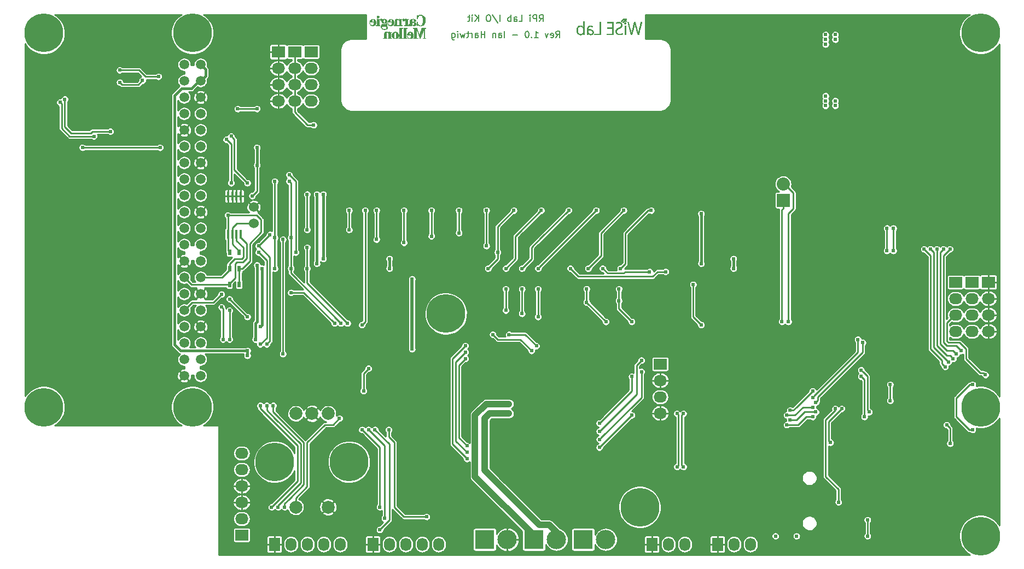
<source format=gbl>
G04 #@! TF.FileFunction,Copper,L2,Bot,Signal*
%FSLAX46Y46*%
G04 Gerber Fmt 4.6, Leading zero omitted, Abs format (unit mm)*
G04 Created by KiCad (PCBNEW 4.0.0-stable) date Sunday, July 24, 2016 'PMt' 08:08:20 PM*
%MOMM*%
G01*
G04 APERTURE LIST*
%ADD10C,0.100000*%
%ADD11C,0.203200*%
%ADD12C,0.010000*%
%ADD13R,2.032000X1.727200*%
%ADD14O,2.032000X1.727200*%
%ADD15R,0.450000X1.450000*%
%ADD16R,1.727200X2.032000*%
%ADD17O,1.727200X2.032000*%
%ADD18R,2.032000X2.032000*%
%ADD19O,2.032000X2.032000*%
%ADD20R,0.500000X0.900000*%
%ADD21C,2.000000*%
%ADD22C,6.000000*%
%ADD23C,1.524000*%
%ADD24C,0.609600*%
%ADD25R,3.000000X3.000000*%
%ADD26O,3.000000X3.000000*%
%ADD27C,1.500000*%
%ADD28C,0.381000*%
%ADD29C,0.254000*%
%ADD30C,0.508000*%
%ADD31C,1.016000*%
G04 APERTURE END LIST*
D10*
D11*
X82761905Y80797619D02*
X83095239Y81273810D01*
X83333334Y80797619D02*
X83333334Y81797619D01*
X82952381Y81797619D01*
X82857143Y81750000D01*
X82809524Y81702381D01*
X82761905Y81607143D01*
X82761905Y81464286D01*
X82809524Y81369048D01*
X82857143Y81321429D01*
X82952381Y81273810D01*
X83333334Y81273810D01*
X81952381Y80845238D02*
X82047619Y80797619D01*
X82238096Y80797619D01*
X82333334Y80845238D01*
X82380953Y80940476D01*
X82380953Y81321429D01*
X82333334Y81416667D01*
X82238096Y81464286D01*
X82047619Y81464286D01*
X81952381Y81416667D01*
X81904762Y81321429D01*
X81904762Y81226190D01*
X82380953Y81130952D01*
X81571429Y81464286D02*
X81333334Y80797619D01*
X81095238Y81464286D01*
X79428571Y80797619D02*
X80000000Y80797619D01*
X79714286Y80797619D02*
X79714286Y81797619D01*
X79809524Y81654762D01*
X79904762Y81559524D01*
X80000000Y81511905D01*
X79000000Y80892857D02*
X78952381Y80845238D01*
X79000000Y80797619D01*
X79047619Y80845238D01*
X79000000Y80892857D01*
X79000000Y80797619D01*
X78333334Y81797619D02*
X78238095Y81797619D01*
X78142857Y81750000D01*
X78095238Y81702381D01*
X78047619Y81607143D01*
X78000000Y81416667D01*
X78000000Y81178571D01*
X78047619Y80988095D01*
X78095238Y80892857D01*
X78142857Y80845238D01*
X78238095Y80797619D01*
X78333334Y80797619D01*
X78428572Y80845238D01*
X78476191Y80892857D01*
X78523810Y80988095D01*
X78571429Y81178571D01*
X78571429Y81416667D01*
X78523810Y81607143D01*
X78476191Y81702381D01*
X78428572Y81750000D01*
X78333334Y81797619D01*
X76809524Y81178571D02*
X76047619Y81178571D01*
X74809524Y80797619D02*
X74809524Y81797619D01*
X73904762Y80797619D02*
X73904762Y81321429D01*
X73952381Y81416667D01*
X74047619Y81464286D01*
X74238096Y81464286D01*
X74333334Y81416667D01*
X73904762Y80845238D02*
X74000000Y80797619D01*
X74238096Y80797619D01*
X74333334Y80845238D01*
X74380953Y80940476D01*
X74380953Y81035714D01*
X74333334Y81130952D01*
X74238096Y81178571D01*
X74000000Y81178571D01*
X73904762Y81226190D01*
X73428572Y81464286D02*
X73428572Y80797619D01*
X73428572Y81369048D02*
X73380953Y81416667D01*
X73285715Y81464286D01*
X73142857Y81464286D01*
X73047619Y81416667D01*
X73000000Y81321429D01*
X73000000Y80797619D01*
X71761905Y80797619D02*
X71761905Y81797619D01*
X71761905Y81321429D02*
X71190476Y81321429D01*
X71190476Y80797619D02*
X71190476Y81797619D01*
X70285714Y80797619D02*
X70285714Y81321429D01*
X70333333Y81416667D01*
X70428571Y81464286D01*
X70619048Y81464286D01*
X70714286Y81416667D01*
X70285714Y80845238D02*
X70380952Y80797619D01*
X70619048Y80797619D01*
X70714286Y80845238D01*
X70761905Y80940476D01*
X70761905Y81035714D01*
X70714286Y81130952D01*
X70619048Y81178571D01*
X70380952Y81178571D01*
X70285714Y81226190D01*
X69809524Y80797619D02*
X69809524Y81464286D01*
X69809524Y81273810D02*
X69761905Y81369048D01*
X69714286Y81416667D01*
X69619048Y81464286D01*
X69523809Y81464286D01*
X69333333Y81464286D02*
X68952381Y81464286D01*
X69190476Y81797619D02*
X69190476Y80940476D01*
X69142857Y80845238D01*
X69047619Y80797619D01*
X68952381Y80797619D01*
X68714285Y81464286D02*
X68523809Y80797619D01*
X68333332Y81273810D01*
X68142856Y80797619D01*
X67952380Y81464286D01*
X67571428Y80797619D02*
X67571428Y81464286D01*
X67571428Y81797619D02*
X67619047Y81750000D01*
X67571428Y81702381D01*
X67523809Y81750000D01*
X67571428Y81797619D01*
X67571428Y81702381D01*
X66666666Y81464286D02*
X66666666Y80654762D01*
X66714285Y80559524D01*
X66761904Y80511905D01*
X66857143Y80464286D01*
X67000000Y80464286D01*
X67095238Y80511905D01*
X66666666Y80845238D02*
X66761904Y80797619D01*
X66952381Y80797619D01*
X67047619Y80845238D01*
X67095238Y80892857D01*
X67142857Y80988095D01*
X67142857Y81273810D01*
X67095238Y81369048D01*
X67047619Y81416667D01*
X66952381Y81464286D01*
X66761904Y81464286D01*
X66666666Y81416667D01*
X80190476Y83297619D02*
X80523810Y83773810D01*
X80761905Y83297619D02*
X80761905Y84297619D01*
X80380952Y84297619D01*
X80285714Y84250000D01*
X80238095Y84202381D01*
X80190476Y84107143D01*
X80190476Y83964286D01*
X80238095Y83869048D01*
X80285714Y83821429D01*
X80380952Y83773810D01*
X80761905Y83773810D01*
X79761905Y83297619D02*
X79761905Y84297619D01*
X79380952Y84297619D01*
X79285714Y84250000D01*
X79238095Y84202381D01*
X79190476Y84107143D01*
X79190476Y83964286D01*
X79238095Y83869048D01*
X79285714Y83821429D01*
X79380952Y83773810D01*
X79761905Y83773810D01*
X78761905Y83297619D02*
X78761905Y83964286D01*
X78761905Y84297619D02*
X78809524Y84250000D01*
X78761905Y84202381D01*
X78714286Y84250000D01*
X78761905Y84297619D01*
X78761905Y84202381D01*
X77047619Y83297619D02*
X77523810Y83297619D01*
X77523810Y84297619D01*
X76285714Y83297619D02*
X76285714Y83821429D01*
X76333333Y83916667D01*
X76428571Y83964286D01*
X76619048Y83964286D01*
X76714286Y83916667D01*
X76285714Y83345238D02*
X76380952Y83297619D01*
X76619048Y83297619D01*
X76714286Y83345238D01*
X76761905Y83440476D01*
X76761905Y83535714D01*
X76714286Y83630952D01*
X76619048Y83678571D01*
X76380952Y83678571D01*
X76285714Y83726190D01*
X75809524Y83297619D02*
X75809524Y84297619D01*
X75809524Y83916667D02*
X75714286Y83964286D01*
X75523809Y83964286D01*
X75428571Y83916667D01*
X75380952Y83869048D01*
X75333333Y83773810D01*
X75333333Y83488095D01*
X75380952Y83392857D01*
X75428571Y83345238D01*
X75523809Y83297619D01*
X75714286Y83297619D01*
X75809524Y83345238D01*
X74142857Y83297619D02*
X74142857Y84297619D01*
X72952381Y84345238D02*
X73809524Y83059524D01*
X72428572Y84297619D02*
X72238095Y84297619D01*
X72142857Y84250000D01*
X72047619Y84154762D01*
X72000000Y83964286D01*
X72000000Y83630952D01*
X72047619Y83440476D01*
X72142857Y83345238D01*
X72238095Y83297619D01*
X72428572Y83297619D01*
X72523810Y83345238D01*
X72619048Y83440476D01*
X72666667Y83630952D01*
X72666667Y83964286D01*
X72619048Y84154762D01*
X72523810Y84250000D01*
X72428572Y84297619D01*
X70809524Y83297619D02*
X70809524Y84297619D01*
X70238095Y83297619D02*
X70666667Y83869048D01*
X70238095Y84297619D02*
X70809524Y83726190D01*
X69809524Y83297619D02*
X69809524Y83964286D01*
X69809524Y84297619D02*
X69857143Y84250000D01*
X69809524Y84202381D01*
X69761905Y84250000D01*
X69809524Y84297619D01*
X69809524Y84202381D01*
X69476191Y83964286D02*
X69095239Y83964286D01*
X69333334Y84297619D02*
X69333334Y83440476D01*
X69285715Y83345238D01*
X69190477Y83297619D01*
X69095239Y83297619D01*
D12*
G36*
X88012030Y82674947D02*
X87919642Y82661861D01*
X87838829Y82636463D01*
X87769258Y82598482D01*
X87710597Y82547645D01*
X87662513Y82483680D01*
X87624672Y82406314D01*
X87603088Y82340349D01*
X87599303Y82325552D01*
X87596062Y82310234D01*
X87593299Y82292909D01*
X87590948Y82272088D01*
X87588942Y82246286D01*
X87587216Y82214014D01*
X87585703Y82173786D01*
X87584338Y82124115D01*
X87583055Y82063514D01*
X87581787Y81990494D01*
X87580469Y81903571D01*
X87579034Y81801255D01*
X87578980Y81797267D01*
X87577662Y81708154D01*
X87576224Y81623619D01*
X87574706Y81545270D01*
X87573147Y81474712D01*
X87571588Y81413555D01*
X87570069Y81363405D01*
X87568630Y81325870D01*
X87567310Y81302556D01*
X87566494Y81295617D01*
X87560559Y81272333D01*
X87632595Y81272333D01*
X87664104Y81272243D01*
X87685890Y81273731D01*
X87699998Y81279437D01*
X87708473Y81291999D01*
X87713359Y81314056D01*
X87716700Y81348247D01*
X87719507Y81384517D01*
X87722923Y81417538D01*
X87727053Y81442980D01*
X87731210Y81457020D01*
X87732868Y81458600D01*
X87740236Y81452262D01*
X87740333Y81451049D01*
X87746552Y81437937D01*
X87763174Y81417523D01*
X87787147Y81392787D01*
X87815419Y81366708D01*
X87844938Y81342264D01*
X87871017Y81323492D01*
X87939169Y81287479D01*
X88016071Y81261098D01*
X88097051Y81245222D01*
X88177437Y81240724D01*
X88252556Y81248475D01*
X88261865Y81250468D01*
X88339337Y81276249D01*
X88407305Y81315473D01*
X88464599Y81367124D01*
X88510049Y81430186D01*
X88537951Y81490493D01*
X88549613Y81536903D01*
X88555825Y81592992D01*
X88556109Y81617778D01*
X88390462Y81617778D01*
X88379063Y81547503D01*
X88354811Y81488211D01*
X88317582Y81439715D01*
X88267249Y81401828D01*
X88234873Y81385840D01*
X88208008Y81375422D01*
X88184563Y81369504D01*
X88158476Y81367256D01*
X88123688Y81367848D01*
X88108633Y81368558D01*
X88046150Y81375048D01*
X87993881Y81387200D01*
X87983963Y81390652D01*
X87914784Y81425347D01*
X87853761Y81473371D01*
X87803300Y81532275D01*
X87765806Y81599611D01*
X87757347Y81621372D01*
X87751326Y81640453D01*
X87746893Y81660390D01*
X87743813Y81684131D01*
X87741855Y81714624D01*
X87740785Y81754820D01*
X87740369Y81807665D01*
X87740333Y81836459D01*
X87740333Y82003075D01*
X87856750Y81997416D01*
X87974829Y81987314D01*
X88078044Y81969180D01*
X88166463Y81942965D01*
X88240156Y81908619D01*
X88299191Y81866094D01*
X88343638Y81815340D01*
X88373565Y81756309D01*
X88389042Y81688951D01*
X88390462Y81617778D01*
X88556109Y81617778D01*
X88556507Y81652382D01*
X88551582Y81708695D01*
X88541180Y81754934D01*
X88510592Y81827014D01*
X88468857Y81889841D01*
X88421652Y81940171D01*
X88356343Y81991338D01*
X88278546Y82034111D01*
X88187717Y82068662D01*
X88083311Y82095165D01*
X87964785Y82113794D01*
X87844050Y82124057D01*
X87740333Y82129866D01*
X87740480Y82185816D01*
X87747025Y82272752D01*
X87766060Y82348878D01*
X87797414Y82413878D01*
X87840917Y82467435D01*
X87896396Y82509231D01*
X87922367Y82522802D01*
X87945068Y82532815D01*
X87965089Y82539529D01*
X87986738Y82543591D01*
X88014323Y82545652D01*
X88052152Y82546360D01*
X88079000Y82546408D01*
X88156855Y82543290D01*
X88224104Y82533218D01*
X88286094Y82514926D01*
X88348171Y82487145D01*
X88363830Y82478841D01*
X88415826Y82450532D01*
X88432857Y82494316D01*
X88443375Y82521263D01*
X88451959Y82543095D01*
X88455268Y82551401D01*
X88454198Y82560255D01*
X88442693Y82570877D01*
X88418639Y82584891D01*
X88398659Y82594944D01*
X88295844Y82636866D01*
X88190445Y82664086D01*
X88085192Y82676039D01*
X88012030Y82674947D01*
X88012030Y82674947D01*
G37*
X88012030Y82674947D02*
X87919642Y82661861D01*
X87838829Y82636463D01*
X87769258Y82598482D01*
X87710597Y82547645D01*
X87662513Y82483680D01*
X87624672Y82406314D01*
X87603088Y82340349D01*
X87599303Y82325552D01*
X87596062Y82310234D01*
X87593299Y82292909D01*
X87590948Y82272088D01*
X87588942Y82246286D01*
X87587216Y82214014D01*
X87585703Y82173786D01*
X87584338Y82124115D01*
X87583055Y82063514D01*
X87581787Y81990494D01*
X87580469Y81903571D01*
X87579034Y81801255D01*
X87578980Y81797267D01*
X87577662Y81708154D01*
X87576224Y81623619D01*
X87574706Y81545270D01*
X87573147Y81474712D01*
X87571588Y81413555D01*
X87570069Y81363405D01*
X87568630Y81325870D01*
X87567310Y81302556D01*
X87566494Y81295617D01*
X87560559Y81272333D01*
X87632595Y81272333D01*
X87664104Y81272243D01*
X87685890Y81273731D01*
X87699998Y81279437D01*
X87708473Y81291999D01*
X87713359Y81314056D01*
X87716700Y81348247D01*
X87719507Y81384517D01*
X87722923Y81417538D01*
X87727053Y81442980D01*
X87731210Y81457020D01*
X87732868Y81458600D01*
X87740236Y81452262D01*
X87740333Y81451049D01*
X87746552Y81437937D01*
X87763174Y81417523D01*
X87787147Y81392787D01*
X87815419Y81366708D01*
X87844938Y81342264D01*
X87871017Y81323492D01*
X87939169Y81287479D01*
X88016071Y81261098D01*
X88097051Y81245222D01*
X88177437Y81240724D01*
X88252556Y81248475D01*
X88261865Y81250468D01*
X88339337Y81276249D01*
X88407305Y81315473D01*
X88464599Y81367124D01*
X88510049Y81430186D01*
X88537951Y81490493D01*
X88549613Y81536903D01*
X88555825Y81592992D01*
X88556109Y81617778D01*
X88390462Y81617778D01*
X88379063Y81547503D01*
X88354811Y81488211D01*
X88317582Y81439715D01*
X88267249Y81401828D01*
X88234873Y81385840D01*
X88208008Y81375422D01*
X88184563Y81369504D01*
X88158476Y81367256D01*
X88123688Y81367848D01*
X88108633Y81368558D01*
X88046150Y81375048D01*
X87993881Y81387200D01*
X87983963Y81390652D01*
X87914784Y81425347D01*
X87853761Y81473371D01*
X87803300Y81532275D01*
X87765806Y81599611D01*
X87757347Y81621372D01*
X87751326Y81640453D01*
X87746893Y81660390D01*
X87743813Y81684131D01*
X87741855Y81714624D01*
X87740785Y81754820D01*
X87740369Y81807665D01*
X87740333Y81836459D01*
X87740333Y82003075D01*
X87856750Y81997416D01*
X87974829Y81987314D01*
X88078044Y81969180D01*
X88166463Y81942965D01*
X88240156Y81908619D01*
X88299191Y81866094D01*
X88343638Y81815340D01*
X88373565Y81756309D01*
X88389042Y81688951D01*
X88390462Y81617778D01*
X88556109Y81617778D01*
X88556507Y81652382D01*
X88551582Y81708695D01*
X88541180Y81754934D01*
X88510592Y81827014D01*
X88468857Y81889841D01*
X88421652Y81940171D01*
X88356343Y81991338D01*
X88278546Y82034111D01*
X88187717Y82068662D01*
X88083311Y82095165D01*
X87964785Y82113794D01*
X87844050Y82124057D01*
X87740333Y82129866D01*
X87740480Y82185816D01*
X87747025Y82272752D01*
X87766060Y82348878D01*
X87797414Y82413878D01*
X87840917Y82467435D01*
X87896396Y82509231D01*
X87922367Y82522802D01*
X87945068Y82532815D01*
X87965089Y82539529D01*
X87986738Y82543591D01*
X88014323Y82545652D01*
X88052152Y82546360D01*
X88079000Y82546408D01*
X88156855Y82543290D01*
X88224104Y82533218D01*
X88286094Y82514926D01*
X88348171Y82487145D01*
X88363830Y82478841D01*
X88415826Y82450532D01*
X88432857Y82494316D01*
X88443375Y82521263D01*
X88451959Y82543095D01*
X88455268Y82551401D01*
X88454198Y82560255D01*
X88442693Y82570877D01*
X88418639Y82584891D01*
X88398659Y82594944D01*
X88295844Y82636866D01*
X88190445Y82664086D01*
X88085192Y82676039D01*
X88012030Y82674947D01*
G36*
X86984757Y82853484D02*
X86982566Y82402633D01*
X86959367Y82442098D01*
X86911674Y82507072D01*
X86852009Y82562217D01*
X86782549Y82607007D01*
X86705470Y82640917D01*
X86622951Y82663419D01*
X86537167Y82673988D01*
X86450295Y82672098D01*
X86364514Y82657223D01*
X86281999Y82628836D01*
X86250200Y82613477D01*
X86173884Y82563793D01*
X86106599Y82500448D01*
X86049133Y82424572D01*
X86002270Y82337294D01*
X85966798Y82239745D01*
X85953527Y82187231D01*
X85935801Y82076526D01*
X85930392Y81966097D01*
X85936775Y81857767D01*
X85954425Y81753355D01*
X85982816Y81654682D01*
X86021423Y81563569D01*
X86069720Y81481836D01*
X86127182Y81411305D01*
X86193284Y81353796D01*
X86194183Y81353153D01*
X86271366Y81305585D01*
X86351209Y81270331D01*
X86388534Y81258645D01*
X86434478Y81249800D01*
X86490263Y81244327D01*
X86549079Y81242531D01*
X86604113Y81244718D01*
X86630668Y81247784D01*
X86719165Y81269625D01*
X86800540Y81306539D01*
X86873513Y81357706D01*
X86936809Y81422307D01*
X86967335Y81463722D01*
X86984211Y81488505D01*
X86994381Y81500720D01*
X87000195Y81502108D01*
X87004003Y81494409D01*
X87004852Y81491501D01*
X87007678Y81473499D01*
X87009985Y81444331D01*
X87011341Y81409762D01*
X87011449Y81403567D01*
X87012577Y81366464D01*
X87014681Y81331643D01*
X87017327Y81306046D01*
X87017634Y81304083D01*
X87022882Y81272333D01*
X87158669Y81272333D01*
X87153168Y81349834D01*
X87152431Y81368652D01*
X87151723Y81403204D01*
X87151051Y81452294D01*
X87150421Y81514721D01*
X87149839Y81589288D01*
X87149312Y81674797D01*
X87148847Y81770048D01*
X87148449Y81873845D01*
X87148126Y81984987D01*
X87148071Y82011563D01*
X86985785Y82011563D01*
X86985303Y81936872D01*
X86985017Y81915987D01*
X86983967Y81850588D01*
X86982825Y81799617D01*
X86981368Y81760568D01*
X86979371Y81730936D01*
X86976612Y81708215D01*
X86972866Y81689900D01*
X86967910Y81673487D01*
X86961955Y81657567D01*
X86923224Y81579539D01*
X86873153Y81511425D01*
X86813430Y81454726D01*
X86745745Y81410942D01*
X86671784Y81381576D01*
X86643900Y81374813D01*
X86596524Y81369402D01*
X86540570Y81369366D01*
X86483105Y81374236D01*
X86431196Y81383548D01*
X86407517Y81390413D01*
X86333191Y81425001D01*
X86267936Y81473428D01*
X86212187Y81534970D01*
X86166380Y81608901D01*
X86130951Y81694494D01*
X86106335Y81791024D01*
X86092967Y81897764D01*
X86091863Y81916504D01*
X86092478Y82025606D01*
X86105167Y82127616D01*
X86129399Y82221376D01*
X86164645Y82305728D01*
X86210372Y82379514D01*
X86266050Y82441577D01*
X86331150Y82490759D01*
X86363103Y82508246D01*
X86440640Y82537268D01*
X86519953Y82549519D01*
X86600542Y82545007D01*
X86681907Y82523741D01*
X86732800Y82502009D01*
X86775504Y82475278D01*
X86820828Y82437165D01*
X86864696Y82391847D01*
X86903037Y82343497D01*
X86929848Y82300074D01*
X86946839Y82265553D01*
X86960199Y82233183D01*
X86970309Y82200336D01*
X86977544Y82164380D01*
X86982283Y82122686D01*
X86984904Y82072624D01*
X86985785Y82011563D01*
X87148071Y82011563D01*
X87147883Y82102277D01*
X87147728Y82224517D01*
X87147667Y82350508D01*
X87147666Y82365834D01*
X87147666Y83304334D01*
X86986948Y83304334D01*
X86984757Y82853484D01*
X86984757Y82853484D01*
G37*
X86984757Y82853484D02*
X86982566Y82402633D01*
X86959367Y82442098D01*
X86911674Y82507072D01*
X86852009Y82562217D01*
X86782549Y82607007D01*
X86705470Y82640917D01*
X86622951Y82663419D01*
X86537167Y82673988D01*
X86450295Y82672098D01*
X86364514Y82657223D01*
X86281999Y82628836D01*
X86250200Y82613477D01*
X86173884Y82563793D01*
X86106599Y82500448D01*
X86049133Y82424572D01*
X86002270Y82337294D01*
X85966798Y82239745D01*
X85953527Y82187231D01*
X85935801Y82076526D01*
X85930392Y81966097D01*
X85936775Y81857767D01*
X85954425Y81753355D01*
X85982816Y81654682D01*
X86021423Y81563569D01*
X86069720Y81481836D01*
X86127182Y81411305D01*
X86193284Y81353796D01*
X86194183Y81353153D01*
X86271366Y81305585D01*
X86351209Y81270331D01*
X86388534Y81258645D01*
X86434478Y81249800D01*
X86490263Y81244327D01*
X86549079Y81242531D01*
X86604113Y81244718D01*
X86630668Y81247784D01*
X86719165Y81269625D01*
X86800540Y81306539D01*
X86873513Y81357706D01*
X86936809Y81422307D01*
X86967335Y81463722D01*
X86984211Y81488505D01*
X86994381Y81500720D01*
X87000195Y81502108D01*
X87004003Y81494409D01*
X87004852Y81491501D01*
X87007678Y81473499D01*
X87009985Y81444331D01*
X87011341Y81409762D01*
X87011449Y81403567D01*
X87012577Y81366464D01*
X87014681Y81331643D01*
X87017327Y81306046D01*
X87017634Y81304083D01*
X87022882Y81272333D01*
X87158669Y81272333D01*
X87153168Y81349834D01*
X87152431Y81368652D01*
X87151723Y81403204D01*
X87151051Y81452294D01*
X87150421Y81514721D01*
X87149839Y81589288D01*
X87149312Y81674797D01*
X87148847Y81770048D01*
X87148449Y81873845D01*
X87148126Y81984987D01*
X87148071Y82011563D01*
X86985785Y82011563D01*
X86985303Y81936872D01*
X86985017Y81915987D01*
X86983967Y81850588D01*
X86982825Y81799617D01*
X86981368Y81760568D01*
X86979371Y81730936D01*
X86976612Y81708215D01*
X86972866Y81689900D01*
X86967910Y81673487D01*
X86961955Y81657567D01*
X86923224Y81579539D01*
X86873153Y81511425D01*
X86813430Y81454726D01*
X86745745Y81410942D01*
X86671784Y81381576D01*
X86643900Y81374813D01*
X86596524Y81369402D01*
X86540570Y81369366D01*
X86483105Y81374236D01*
X86431196Y81383548D01*
X86407517Y81390413D01*
X86333191Y81425001D01*
X86267936Y81473428D01*
X86212187Y81534970D01*
X86166380Y81608901D01*
X86130951Y81694494D01*
X86106335Y81791024D01*
X86092967Y81897764D01*
X86091863Y81916504D01*
X86092478Y82025606D01*
X86105167Y82127616D01*
X86129399Y82221376D01*
X86164645Y82305728D01*
X86210372Y82379514D01*
X86266050Y82441577D01*
X86331150Y82490759D01*
X86363103Y82508246D01*
X86440640Y82537268D01*
X86519953Y82549519D01*
X86600542Y82545007D01*
X86681907Y82523741D01*
X86732800Y82502009D01*
X86775504Y82475278D01*
X86820828Y82437165D01*
X86864696Y82391847D01*
X86903037Y82343497D01*
X86929848Y82300074D01*
X86946839Y82265553D01*
X86960199Y82233183D01*
X86970309Y82200336D01*
X86977544Y82164380D01*
X86982283Y82122686D01*
X86984904Y82072624D01*
X86985785Y82011563D01*
X87148071Y82011563D01*
X87147883Y82102277D01*
X87147728Y82224517D01*
X87147667Y82350508D01*
X87147666Y82365834D01*
X87147666Y83304334D01*
X86986948Y83304334D01*
X86984757Y82853484D01*
G36*
X92389342Y83231453D02*
X92326332Y83227380D01*
X92270362Y83220375D01*
X92233351Y83212570D01*
X92190385Y83199688D01*
X92149903Y83185319D01*
X92114801Y83170749D01*
X92087975Y83157260D01*
X92072321Y83146136D01*
X92069693Y83140017D01*
X92089465Y83090866D01*
X92104088Y83055863D01*
X92114341Y83033292D01*
X92121007Y83021440D01*
X92124865Y83018593D01*
X92124993Y83018653D01*
X92205535Y83055093D01*
X92293741Y83081653D01*
X92385182Y83097616D01*
X92475430Y83102265D01*
X92560054Y83094882D01*
X92576500Y83091777D01*
X92650263Y83068478D01*
X92715825Y83031768D01*
X92771265Y82983116D01*
X92814664Y82923992D01*
X92827275Y82899780D01*
X92837791Y82875476D01*
X92844452Y82853444D01*
X92848092Y82828578D01*
X92849544Y82795773D01*
X92849698Y82762467D01*
X92847226Y82700087D01*
X92839028Y82649703D01*
X92823300Y82606837D01*
X92798237Y82567012D01*
X92762034Y82525750D01*
X92749014Y82512700D01*
X92721425Y82487086D01*
X92692646Y82463866D01*
X92660284Y82441633D01*
X92621944Y82418984D01*
X92575234Y82394513D01*
X92517759Y82366815D01*
X92447128Y82334485D01*
X92439892Y82331233D01*
X92338368Y82282054D01*
X92252483Y82232312D01*
X92180954Y82180819D01*
X92122500Y82126388D01*
X92075837Y82067833D01*
X92039682Y82003966D01*
X92013799Y81936967D01*
X92002384Y81885885D01*
X91995957Y81825190D01*
X91994578Y81760882D01*
X91998309Y81698961D01*
X92007210Y81645426D01*
X92010706Y81632528D01*
X92045650Y81543503D01*
X92093196Y81465781D01*
X92153295Y81399405D01*
X92225900Y81344420D01*
X92310963Y81300870D01*
X92399336Y81271167D01*
X92449945Y81261172D01*
X92511903Y81254309D01*
X92579883Y81250754D01*
X92648560Y81250683D01*
X92712608Y81254273D01*
X92753993Y81259407D01*
X92798925Y81268265D01*
X92848053Y81280250D01*
X92891219Y81292868D01*
X92893693Y81293690D01*
X92930518Y81307208D01*
X92967966Y81322908D01*
X93002705Y81339149D01*
X93031408Y81354288D01*
X93050742Y81366682D01*
X93057400Y81374411D01*
X93054270Y81385352D01*
X93046250Y81406230D01*
X93039653Y81421915D01*
X93027914Y81449329D01*
X93018008Y81473054D01*
X93014610Y81481495D01*
X93010705Y81489862D01*
X93005109Y81493544D01*
X92994714Y81491837D01*
X92976412Y81484032D01*
X92947097Y81469424D01*
X92935490Y81463507D01*
X92872644Y81433871D01*
X92814668Y81412529D01*
X92756563Y81398351D01*
X92693331Y81390209D01*
X92619976Y81386974D01*
X92595967Y81386792D01*
X92544100Y81387036D01*
X92505215Y81388196D01*
X92475370Y81390688D01*
X92450621Y81394929D01*
X92427024Y81401336D01*
X92412321Y81406206D01*
X92334758Y81440395D01*
X92270805Y81484607D01*
X92220548Y81538730D01*
X92184075Y81602650D01*
X92161473Y81676256D01*
X92153663Y81738000D01*
X92155311Y81823791D01*
X92171210Y81900761D01*
X92201622Y81969628D01*
X92246806Y82031110D01*
X92267915Y82052696D01*
X92311088Y82089666D01*
X92360875Y82124065D01*
X92419979Y82157466D01*
X92491103Y82191439D01*
X92549575Y82216437D01*
X92623091Y82247823D01*
X92683545Y82276445D01*
X92734142Y82304247D01*
X92778086Y82333172D01*
X92818582Y82365163D01*
X92858833Y82402161D01*
X92863633Y82406867D01*
X92919466Y82468571D01*
X92960634Y82530221D01*
X92989035Y82595287D01*
X93006568Y82667240D01*
X93006810Y82668708D01*
X93013206Y82756704D01*
X93003692Y82841066D01*
X92979115Y82920601D01*
X92940322Y82994117D01*
X92888159Y83060423D01*
X92823472Y83118327D01*
X92747110Y83166637D01*
X92659917Y83204160D01*
X92617133Y83217275D01*
X92573289Y83225506D01*
X92517554Y83230574D01*
X92454661Y83232537D01*
X92389342Y83231453D01*
X92389342Y83231453D01*
G37*
X92389342Y83231453D02*
X92326332Y83227380D01*
X92270362Y83220375D01*
X92233351Y83212570D01*
X92190385Y83199688D01*
X92149903Y83185319D01*
X92114801Y83170749D01*
X92087975Y83157260D01*
X92072321Y83146136D01*
X92069693Y83140017D01*
X92089465Y83090866D01*
X92104088Y83055863D01*
X92114341Y83033292D01*
X92121007Y83021440D01*
X92124865Y83018593D01*
X92124993Y83018653D01*
X92205535Y83055093D01*
X92293741Y83081653D01*
X92385182Y83097616D01*
X92475430Y83102265D01*
X92560054Y83094882D01*
X92576500Y83091777D01*
X92650263Y83068478D01*
X92715825Y83031768D01*
X92771265Y82983116D01*
X92814664Y82923992D01*
X92827275Y82899780D01*
X92837791Y82875476D01*
X92844452Y82853444D01*
X92848092Y82828578D01*
X92849544Y82795773D01*
X92849698Y82762467D01*
X92847226Y82700087D01*
X92839028Y82649703D01*
X92823300Y82606837D01*
X92798237Y82567012D01*
X92762034Y82525750D01*
X92749014Y82512700D01*
X92721425Y82487086D01*
X92692646Y82463866D01*
X92660284Y82441633D01*
X92621944Y82418984D01*
X92575234Y82394513D01*
X92517759Y82366815D01*
X92447128Y82334485D01*
X92439892Y82331233D01*
X92338368Y82282054D01*
X92252483Y82232312D01*
X92180954Y82180819D01*
X92122500Y82126388D01*
X92075837Y82067833D01*
X92039682Y82003966D01*
X92013799Y81936967D01*
X92002384Y81885885D01*
X91995957Y81825190D01*
X91994578Y81760882D01*
X91998309Y81698961D01*
X92007210Y81645426D01*
X92010706Y81632528D01*
X92045650Y81543503D01*
X92093196Y81465781D01*
X92153295Y81399405D01*
X92225900Y81344420D01*
X92310963Y81300870D01*
X92399336Y81271167D01*
X92449945Y81261172D01*
X92511903Y81254309D01*
X92579883Y81250754D01*
X92648560Y81250683D01*
X92712608Y81254273D01*
X92753993Y81259407D01*
X92798925Y81268265D01*
X92848053Y81280250D01*
X92891219Y81292868D01*
X92893693Y81293690D01*
X92930518Y81307208D01*
X92967966Y81322908D01*
X93002705Y81339149D01*
X93031408Y81354288D01*
X93050742Y81366682D01*
X93057400Y81374411D01*
X93054270Y81385352D01*
X93046250Y81406230D01*
X93039653Y81421915D01*
X93027914Y81449329D01*
X93018008Y81473054D01*
X93014610Y81481495D01*
X93010705Y81489862D01*
X93005109Y81493544D01*
X92994714Y81491837D01*
X92976412Y81484032D01*
X92947097Y81469424D01*
X92935490Y81463507D01*
X92872644Y81433871D01*
X92814668Y81412529D01*
X92756563Y81398351D01*
X92693331Y81390209D01*
X92619976Y81386974D01*
X92595967Y81386792D01*
X92544100Y81387036D01*
X92505215Y81388196D01*
X92475370Y81390688D01*
X92450621Y81394929D01*
X92427024Y81401336D01*
X92412321Y81406206D01*
X92334758Y81440395D01*
X92270805Y81484607D01*
X92220548Y81538730D01*
X92184075Y81602650D01*
X92161473Y81676256D01*
X92153663Y81738000D01*
X92155311Y81823791D01*
X92171210Y81900761D01*
X92201622Y81969628D01*
X92246806Y82031110D01*
X92267915Y82052696D01*
X92311088Y82089666D01*
X92360875Y82124065D01*
X92419979Y82157466D01*
X92491103Y82191439D01*
X92549575Y82216437D01*
X92623091Y82247823D01*
X92683545Y82276445D01*
X92734142Y82304247D01*
X92778086Y82333172D01*
X92818582Y82365163D01*
X92858833Y82402161D01*
X92863633Y82406867D01*
X92919466Y82468571D01*
X92960634Y82530221D01*
X92989035Y82595287D01*
X93006568Y82667240D01*
X93006810Y82668708D01*
X93013206Y82756704D01*
X93003692Y82841066D01*
X92979115Y82920601D01*
X92940322Y82994117D01*
X92888159Y83060423D01*
X92823472Y83118327D01*
X92747110Y83166637D01*
X92659917Y83204160D01*
X92617133Y83217275D01*
X92573289Y83225506D01*
X92517554Y83230574D01*
X92454661Y83232537D01*
X92389342Y83231453D01*
G36*
X94685151Y82540514D02*
X94647457Y82393555D01*
X94613862Y82261916D01*
X94584116Y82144551D01*
X94557967Y82040414D01*
X94535166Y81948460D01*
X94515460Y81867642D01*
X94498600Y81796917D01*
X94484334Y81735237D01*
X94472411Y81681558D01*
X94462582Y81634833D01*
X94454595Y81594018D01*
X94448199Y81558066D01*
X94445482Y81541349D01*
X94438777Y81505213D01*
X94432545Y81485841D01*
X94426611Y81483076D01*
X94420798Y81496760D01*
X94416776Y81515657D01*
X94408706Y81555984D01*
X94396396Y81610721D01*
X94380311Y81678012D01*
X94360915Y81756000D01*
X94338674Y81842829D01*
X94314051Y81936642D01*
X94287512Y82035583D01*
X94276330Y82076667D01*
X94255220Y82153685D01*
X94232383Y82236594D01*
X94208231Y82323936D01*
X94183172Y82414251D01*
X94157617Y82506081D01*
X94131976Y82597969D01*
X94106659Y82688455D01*
X94082074Y82776081D01*
X94058634Y82859389D01*
X94036746Y82936920D01*
X94016822Y83007216D01*
X93999271Y83068818D01*
X93984502Y83120268D01*
X93972927Y83160108D01*
X93964954Y83186878D01*
X93960994Y83199121D01*
X93960694Y83199728D01*
X93951160Y83201097D01*
X93928726Y83201672D01*
X93897411Y83201392D01*
X93880785Y83200949D01*
X93804546Y83198500D01*
X94068827Y82284100D01*
X94103982Y82162472D01*
X94138019Y82044728D01*
X94170619Y81931967D01*
X94201464Y81825292D01*
X94230235Y81725804D01*
X94256614Y81634604D01*
X94280282Y81552794D01*
X94300920Y81481473D01*
X94318210Y81421745D01*
X94331834Y81374709D01*
X94341472Y81341468D01*
X94346807Y81323122D01*
X94347424Y81321017D01*
X94361740Y81272333D01*
X94437132Y81272333D01*
X94473876Y81272779D01*
X94497030Y81274528D01*
X94509925Y81278200D01*
X94515893Y81284412D01*
X94516918Y81287150D01*
X94519651Y81297488D01*
X94526245Y81322978D01*
X94536379Y81362363D01*
X94549730Y81414385D01*
X94565978Y81477789D01*
X94584800Y81551316D01*
X94605874Y81633710D01*
X94628879Y81723715D01*
X94653493Y81820073D01*
X94679393Y81921528D01*
X94690895Y81966600D01*
X94726775Y82107471D01*
X94758630Y82233111D01*
X94786730Y82344666D01*
X94811348Y82443284D01*
X94832756Y82530112D01*
X94851228Y82606296D01*
X94867034Y82672984D01*
X94880447Y82731323D01*
X94891740Y82782460D01*
X94901185Y82827542D01*
X94909055Y82867716D01*
X94915621Y82904129D01*
X94920528Y82933917D01*
X94926106Y82964701D01*
X94931675Y82987742D01*
X94936222Y82999022D01*
X94937079Y82999534D01*
X94942049Y82992033D01*
X94947217Y82973157D01*
X94948953Y82963550D01*
X94954128Y82933781D01*
X94961185Y82898926D01*
X94970423Y82857843D01*
X94982142Y82809391D01*
X94996644Y82752427D01*
X95014228Y82685811D01*
X95035195Y82608400D01*
X95059845Y82519052D01*
X95088478Y82416625D01*
X95121394Y82299979D01*
X95149626Y82200531D01*
X95177709Y82101808D01*
X95205932Y82002586D01*
X95233699Y81904959D01*
X95260414Y81811020D01*
X95285483Y81722862D01*
X95308311Y81642578D01*
X95328302Y81572260D01*
X95344861Y81514002D01*
X95357393Y81469897D01*
X95357596Y81469183D01*
X95413513Y81272333D01*
X95488789Y81272333D01*
X95529849Y81273296D01*
X95555464Y81276308D01*
X95567019Y81281554D01*
X95567775Y81282917D01*
X95570330Y81292349D01*
X95576832Y81317141D01*
X95587010Y81356251D01*
X95600597Y81408639D01*
X95617322Y81473264D01*
X95636919Y81549084D01*
X95659117Y81635059D01*
X95683648Y81730147D01*
X95710243Y81833308D01*
X95738633Y81943501D01*
X95768549Y82059685D01*
X95799723Y82180819D01*
X95813224Y82233300D01*
X95844874Y82356318D01*
X95875396Y82474896D01*
X95904519Y82587986D01*
X95931972Y82694540D01*
X95957486Y82793512D01*
X95980790Y82883852D01*
X96001614Y82964515D01*
X96019686Y83034451D01*
X96034738Y83092614D01*
X96046498Y83137956D01*
X96054696Y83169429D01*
X96059061Y83185985D01*
X96059685Y83188232D01*
X96060547Y83195137D01*
X96055976Y83199387D01*
X96043086Y83201453D01*
X96018994Y83201802D01*
X95981697Y83200932D01*
X95898987Y83198500D01*
X95765346Y82665100D01*
X95724312Y82500820D01*
X95686088Y82346773D01*
X95650833Y82203625D01*
X95618708Y82072043D01*
X95589873Y81952693D01*
X95564486Y81846241D01*
X95542708Y81753352D01*
X95524698Y81674693D01*
X95510616Y81610930D01*
X95500622Y81562729D01*
X95498906Y81553850D01*
X95492024Y81520026D01*
X95485753Y81493556D01*
X95481002Y81478079D01*
X95479342Y81475571D01*
X95476082Y81483413D01*
X95470152Y81505036D01*
X95462249Y81537626D01*
X95453068Y81578367D01*
X95447356Y81604981D01*
X95441128Y81633383D01*
X95433404Y81666432D01*
X95423946Y81704999D01*
X95412516Y81749956D01*
X95398877Y81802174D01*
X95382791Y81862525D01*
X95364020Y81931879D01*
X95342326Y82011109D01*
X95317472Y82101086D01*
X95289219Y82202681D01*
X95257331Y82316766D01*
X95221568Y82444212D01*
X95181694Y82585891D01*
X95137471Y82742673D01*
X95121121Y82800567D01*
X95008715Y83198500D01*
X94932106Y83200914D01*
X94855497Y83203327D01*
X94685151Y82540514D01*
X94685151Y82540514D01*
G37*
X94685151Y82540514D02*
X94647457Y82393555D01*
X94613862Y82261916D01*
X94584116Y82144551D01*
X94557967Y82040414D01*
X94535166Y81948460D01*
X94515460Y81867642D01*
X94498600Y81796917D01*
X94484334Y81735237D01*
X94472411Y81681558D01*
X94462582Y81634833D01*
X94454595Y81594018D01*
X94448199Y81558066D01*
X94445482Y81541349D01*
X94438777Y81505213D01*
X94432545Y81485841D01*
X94426611Y81483076D01*
X94420798Y81496760D01*
X94416776Y81515657D01*
X94408706Y81555984D01*
X94396396Y81610721D01*
X94380311Y81678012D01*
X94360915Y81756000D01*
X94338674Y81842829D01*
X94314051Y81936642D01*
X94287512Y82035583D01*
X94276330Y82076667D01*
X94255220Y82153685D01*
X94232383Y82236594D01*
X94208231Y82323936D01*
X94183172Y82414251D01*
X94157617Y82506081D01*
X94131976Y82597969D01*
X94106659Y82688455D01*
X94082074Y82776081D01*
X94058634Y82859389D01*
X94036746Y82936920D01*
X94016822Y83007216D01*
X93999271Y83068818D01*
X93984502Y83120268D01*
X93972927Y83160108D01*
X93964954Y83186878D01*
X93960994Y83199121D01*
X93960694Y83199728D01*
X93951160Y83201097D01*
X93928726Y83201672D01*
X93897411Y83201392D01*
X93880785Y83200949D01*
X93804546Y83198500D01*
X94068827Y82284100D01*
X94103982Y82162472D01*
X94138019Y82044728D01*
X94170619Y81931967D01*
X94201464Y81825292D01*
X94230235Y81725804D01*
X94256614Y81634604D01*
X94280282Y81552794D01*
X94300920Y81481473D01*
X94318210Y81421745D01*
X94331834Y81374709D01*
X94341472Y81341468D01*
X94346807Y81323122D01*
X94347424Y81321017D01*
X94361740Y81272333D01*
X94437132Y81272333D01*
X94473876Y81272779D01*
X94497030Y81274528D01*
X94509925Y81278200D01*
X94515893Y81284412D01*
X94516918Y81287150D01*
X94519651Y81297488D01*
X94526245Y81322978D01*
X94536379Y81362363D01*
X94549730Y81414385D01*
X94565978Y81477789D01*
X94584800Y81551316D01*
X94605874Y81633710D01*
X94628879Y81723715D01*
X94653493Y81820073D01*
X94679393Y81921528D01*
X94690895Y81966600D01*
X94726775Y82107471D01*
X94758630Y82233111D01*
X94786730Y82344666D01*
X94811348Y82443284D01*
X94832756Y82530112D01*
X94851228Y82606296D01*
X94867034Y82672984D01*
X94880447Y82731323D01*
X94891740Y82782460D01*
X94901185Y82827542D01*
X94909055Y82867716D01*
X94915621Y82904129D01*
X94920528Y82933917D01*
X94926106Y82964701D01*
X94931675Y82987742D01*
X94936222Y82999022D01*
X94937079Y82999534D01*
X94942049Y82992033D01*
X94947217Y82973157D01*
X94948953Y82963550D01*
X94954128Y82933781D01*
X94961185Y82898926D01*
X94970423Y82857843D01*
X94982142Y82809391D01*
X94996644Y82752427D01*
X95014228Y82685811D01*
X95035195Y82608400D01*
X95059845Y82519052D01*
X95088478Y82416625D01*
X95121394Y82299979D01*
X95149626Y82200531D01*
X95177709Y82101808D01*
X95205932Y82002586D01*
X95233699Y81904959D01*
X95260414Y81811020D01*
X95285483Y81722862D01*
X95308311Y81642578D01*
X95328302Y81572260D01*
X95344861Y81514002D01*
X95357393Y81469897D01*
X95357596Y81469183D01*
X95413513Y81272333D01*
X95488789Y81272333D01*
X95529849Y81273296D01*
X95555464Y81276308D01*
X95567019Y81281554D01*
X95567775Y81282917D01*
X95570330Y81292349D01*
X95576832Y81317141D01*
X95587010Y81356251D01*
X95600597Y81408639D01*
X95617322Y81473264D01*
X95636919Y81549084D01*
X95659117Y81635059D01*
X95683648Y81730147D01*
X95710243Y81833308D01*
X95738633Y81943501D01*
X95768549Y82059685D01*
X95799723Y82180819D01*
X95813224Y82233300D01*
X95844874Y82356318D01*
X95875396Y82474896D01*
X95904519Y82587986D01*
X95931972Y82694540D01*
X95957486Y82793512D01*
X95980790Y82883852D01*
X96001614Y82964515D01*
X96019686Y83034451D01*
X96034738Y83092614D01*
X96046498Y83137956D01*
X96054696Y83169429D01*
X96059061Y83185985D01*
X96059685Y83188232D01*
X96060547Y83195137D01*
X96055976Y83199387D01*
X96043086Y83201453D01*
X96018994Y83201802D01*
X95981697Y83200932D01*
X95898987Y83198500D01*
X95765346Y82665100D01*
X95724312Y82500820D01*
X95686088Y82346773D01*
X95650833Y82203625D01*
X95618708Y82072043D01*
X95589873Y81952693D01*
X95564486Y81846241D01*
X95542708Y81753352D01*
X95524698Y81674693D01*
X95510616Y81610930D01*
X95500622Y81562729D01*
X95498906Y81553850D01*
X95492024Y81520026D01*
X95485753Y81493556D01*
X95481002Y81478079D01*
X95479342Y81475571D01*
X95476082Y81483413D01*
X95470152Y81505036D01*
X95462249Y81537626D01*
X95453068Y81578367D01*
X95447356Y81604981D01*
X95441128Y81633383D01*
X95433404Y81666432D01*
X95423946Y81704999D01*
X95412516Y81749956D01*
X95398877Y81802174D01*
X95382791Y81862525D01*
X95364020Y81931879D01*
X95342326Y82011109D01*
X95317472Y82101086D01*
X95289219Y82202681D01*
X95257331Y82316766D01*
X95221568Y82444212D01*
X95181694Y82585891D01*
X95137471Y82742673D01*
X95121121Y82800567D01*
X95008715Y83198500D01*
X94932106Y83200914D01*
X94855497Y83203327D01*
X94685151Y82540514D01*
G36*
X93396066Y81272333D02*
X93556933Y81272333D01*
X93556933Y82643933D01*
X93396066Y82643933D01*
X93396066Y81272333D01*
X93396066Y81272333D01*
G37*
X93396066Y81272333D02*
X93556933Y81272333D01*
X93556933Y82643933D01*
X93396066Y82643933D01*
X93396066Y81272333D01*
G36*
X90669800Y83067267D02*
X91465666Y83067267D01*
X91465666Y82356067D01*
X90720600Y82356067D01*
X90720600Y82220600D01*
X91465666Y82220600D01*
X91465666Y81407800D01*
X90627466Y81407800D01*
X90627466Y81272333D01*
X91626533Y81272333D01*
X91626533Y83202733D01*
X90669800Y83202733D01*
X90669800Y83067267D01*
X90669800Y83067267D01*
G37*
X90669800Y83067267D02*
X91465666Y83067267D01*
X91465666Y82356067D01*
X90720600Y82356067D01*
X90720600Y82220600D01*
X91465666Y82220600D01*
X91465666Y81407800D01*
X90627466Y81407800D01*
X90627466Y81272333D01*
X91626533Y81272333D01*
X91626533Y83202733D01*
X90669800Y83202733D01*
X90669800Y83067267D01*
G36*
X89543733Y81407800D02*
X88714000Y81407800D01*
X88714000Y81272333D01*
X89704600Y81272333D01*
X89704600Y83202733D01*
X89543733Y83202733D01*
X89543733Y81407800D01*
X89543733Y81407800D01*
G37*
X89543733Y81407800D02*
X88714000Y81407800D01*
X88714000Y81272333D01*
X89704600Y81272333D01*
X89704600Y83202733D01*
X89543733Y83202733D01*
X89543733Y81407800D01*
G36*
X93433521Y83151585D02*
X93399389Y83131660D01*
X93371959Y83098334D01*
X93368563Y83092065D01*
X93355906Y83050245D01*
X93357596Y83006918D01*
X93372610Y82966605D01*
X93399927Y82933830D01*
X93405266Y82929665D01*
X93438142Y82914573D01*
X93477024Y82909635D01*
X93513788Y82915673D01*
X93519712Y82918060D01*
X93552213Y82941382D01*
X93575006Y82975082D01*
X93586825Y83014860D01*
X93586402Y83056414D01*
X93572470Y83095444D01*
X93572134Y83096019D01*
X93543661Y83130327D01*
X93508904Y83150982D01*
X93471108Y83158047D01*
X93433521Y83151585D01*
X93433521Y83151585D01*
G37*
X93433521Y83151585D02*
X93399389Y83131660D01*
X93371959Y83098334D01*
X93368563Y83092065D01*
X93355906Y83050245D01*
X93357596Y83006918D01*
X93372610Y82966605D01*
X93399927Y82933830D01*
X93405266Y82929665D01*
X93438142Y82914573D01*
X93477024Y82909635D01*
X93513788Y82915673D01*
X93519712Y82918060D01*
X93552213Y82941382D01*
X93575006Y82975082D01*
X93586825Y83014860D01*
X93586402Y83056414D01*
X93572470Y83095444D01*
X93572134Y83096019D01*
X93543661Y83130327D01*
X93508904Y83150982D01*
X93471108Y83158047D01*
X93433521Y83151585D01*
G36*
X93447724Y83463803D02*
X93406403Y83461464D01*
X93375449Y83457341D01*
X93348296Y83449911D01*
X93318381Y83437651D01*
X93301825Y83429942D01*
X93235987Y83390254D01*
X93178283Y83338719D01*
X93132173Y83278673D01*
X93117063Y83251653D01*
X93099990Y83213639D01*
X93092680Y83185518D01*
X93094761Y83163613D01*
X93105864Y83144251D01*
X93106170Y83143871D01*
X93128504Y83128038D01*
X93158625Y83120618D01*
X93189117Y83122565D01*
X93207839Y83130796D01*
X93222776Y83146357D01*
X93239460Y83170596D01*
X93247655Y83185317D01*
X93281177Y83234467D01*
X93325541Y83274157D01*
X93377399Y83302498D01*
X93433402Y83317599D01*
X93483505Y83318428D01*
X93518760Y83314265D01*
X93554994Y83309576D01*
X93566156Y83308020D01*
X93591026Y83305574D01*
X93606235Y83308850D01*
X93618670Y83319978D01*
X93623306Y83325694D01*
X93637570Y83355382D01*
X93641325Y83390071D01*
X93633769Y83421616D01*
X93632930Y83423246D01*
X93615812Y83438988D01*
X93584642Y83451425D01*
X93542083Y83459974D01*
X93490798Y83464050D01*
X93447724Y83463803D01*
X93447724Y83463803D01*
G37*
X93447724Y83463803D02*
X93406403Y83461464D01*
X93375449Y83457341D01*
X93348296Y83449911D01*
X93318381Y83437651D01*
X93301825Y83429942D01*
X93235987Y83390254D01*
X93178283Y83338719D01*
X93132173Y83278673D01*
X93117063Y83251653D01*
X93099990Y83213639D01*
X93092680Y83185518D01*
X93094761Y83163613D01*
X93105864Y83144251D01*
X93106170Y83143871D01*
X93128504Y83128038D01*
X93158625Y83120618D01*
X93189117Y83122565D01*
X93207839Y83130796D01*
X93222776Y83146357D01*
X93239460Y83170596D01*
X93247655Y83185317D01*
X93281177Y83234467D01*
X93325541Y83274157D01*
X93377399Y83302498D01*
X93433402Y83317599D01*
X93483505Y83318428D01*
X93518760Y83314265D01*
X93554994Y83309576D01*
X93566156Y83308020D01*
X93591026Y83305574D01*
X93606235Y83308850D01*
X93618670Y83319978D01*
X93623306Y83325694D01*
X93637570Y83355382D01*
X93641325Y83390071D01*
X93633769Y83421616D01*
X93632930Y83423246D01*
X93615812Y83438988D01*
X93584642Y83451425D01*
X93542083Y83459974D01*
X93490798Y83464050D01*
X93447724Y83463803D01*
G36*
X93314313Y83753336D02*
X93252413Y83738985D01*
X93189757Y83715542D01*
X93147889Y83695843D01*
X93107676Y83674357D01*
X93074243Y83652619D01*
X93042139Y83626570D01*
X93005910Y83592152D01*
X92998133Y83584355D01*
X92952002Y83533781D01*
X92913134Y83483104D01*
X92882338Y83434129D01*
X92860424Y83388658D01*
X92848201Y83348497D01*
X92846477Y83315449D01*
X92856061Y83291317D01*
X92863584Y83284324D01*
X92888296Y83273953D01*
X92918158Y83270628D01*
X92946360Y83274286D01*
X92966091Y83284862D01*
X92966479Y83285284D01*
X92976799Y83299880D01*
X92991639Y83324588D01*
X93007981Y83354352D01*
X93009763Y83357760D01*
X93058809Y83435093D01*
X93118172Y83499462D01*
X93186630Y83550298D01*
X93262963Y83587032D01*
X93345950Y83609096D01*
X93434372Y83615921D01*
X93527007Y83606939D01*
X93539401Y83604559D01*
X93585576Y83596596D01*
X93618510Y83595013D01*
X93640929Y83600562D01*
X93655562Y83613997D01*
X93665137Y83636069D01*
X93666122Y83639499D01*
X93670329Y83669777D01*
X93663254Y83698171D01*
X93663050Y83698660D01*
X93649386Y83718366D01*
X93625752Y83733718D01*
X93590562Y83745183D01*
X93542231Y83753232D01*
X93479171Y83758335D01*
X93458123Y83759321D01*
X93381026Y83759734D01*
X93314313Y83753336D01*
X93314313Y83753336D01*
G37*
X93314313Y83753336D02*
X93252413Y83738985D01*
X93189757Y83715542D01*
X93147889Y83695843D01*
X93107676Y83674357D01*
X93074243Y83652619D01*
X93042139Y83626570D01*
X93005910Y83592152D01*
X92998133Y83584355D01*
X92952002Y83533781D01*
X92913134Y83483104D01*
X92882338Y83434129D01*
X92860424Y83388658D01*
X92848201Y83348497D01*
X92846477Y83315449D01*
X92856061Y83291317D01*
X92863584Y83284324D01*
X92888296Y83273953D01*
X92918158Y83270628D01*
X92946360Y83274286D01*
X92966091Y83284862D01*
X92966479Y83285284D01*
X92976799Y83299880D01*
X92991639Y83324588D01*
X93007981Y83354352D01*
X93009763Y83357760D01*
X93058809Y83435093D01*
X93118172Y83499462D01*
X93186630Y83550298D01*
X93262963Y83587032D01*
X93345950Y83609096D01*
X93434372Y83615921D01*
X93527007Y83606939D01*
X93539401Y83604559D01*
X93585576Y83596596D01*
X93618510Y83595013D01*
X93640929Y83600562D01*
X93655562Y83613997D01*
X93665137Y83636069D01*
X93666122Y83639499D01*
X93670329Y83669777D01*
X93663254Y83698171D01*
X93663050Y83698660D01*
X93649386Y83718366D01*
X93625752Y83733718D01*
X93590562Y83745183D01*
X93542231Y83753232D01*
X93479171Y83758335D01*
X93458123Y83759321D01*
X93381026Y83759734D01*
X93314313Y83753336D01*
G36*
X62149484Y82269242D02*
X62094057Y82268780D01*
X62047968Y82268000D01*
X62013270Y82266932D01*
X61992016Y82265609D01*
X61986242Y82264551D01*
X61983187Y82259968D01*
X61977843Y82248255D01*
X61969963Y82228707D01*
X61959297Y82200616D01*
X61945595Y82163278D01*
X61928608Y82115984D01*
X61908087Y82058030D01*
X61883784Y81988709D01*
X61855448Y81907315D01*
X61822830Y81813140D01*
X61785682Y81705480D01*
X61743753Y81583628D01*
X61696796Y81446878D01*
X61665344Y81355167D01*
X61646893Y81301710D01*
X61630238Y81254159D01*
X61616157Y81214671D01*
X61605422Y81185401D01*
X61598809Y81168505D01*
X61597050Y81165194D01*
X61593926Y81173376D01*
X61585676Y81196239D01*
X61572758Y81232482D01*
X61555632Y81280800D01*
X61534759Y81339891D01*
X61510598Y81408451D01*
X61483609Y81485179D01*
X61454252Y81568770D01*
X61422987Y81657921D01*
X61403771Y81712776D01*
X61371440Y81804777D01*
X61340534Y81892087D01*
X61311533Y81973387D01*
X61284918Y82047361D01*
X61261170Y82112690D01*
X61240769Y82168056D01*
X61224197Y82212141D01*
X61211934Y82243628D01*
X61204461Y82261199D01*
X61202511Y82264494D01*
X61191770Y82266032D01*
X61166223Y82267319D01*
X61127994Y82268322D01*
X61079209Y82269004D01*
X61021992Y82269330D01*
X60958469Y82269265D01*
X60925467Y82269079D01*
X60658767Y82267167D01*
X60656087Y82243883D01*
X60653408Y82220600D01*
X60740754Y82220601D01*
X60828100Y82220601D01*
X60825894Y81458601D01*
X60823688Y80696600D01*
X60739111Y80696600D01*
X60700712Y80696471D01*
X60676154Y80695567D01*
X60662343Y80693115D01*
X60656185Y80688340D01*
X60654588Y80680469D01*
X60654533Y80675433D01*
X60654533Y80654267D01*
X61382666Y80654267D01*
X61382666Y80696600D01*
X61187933Y80696600D01*
X61187933Y81434611D01*
X61187977Y81544673D01*
X61188106Y81649681D01*
X61188312Y81748429D01*
X61188589Y81839712D01*
X61188931Y81922323D01*
X61189331Y81995059D01*
X61189782Y82056712D01*
X61190279Y82106078D01*
X61190815Y82141952D01*
X61191382Y82163128D01*
X61191888Y82168668D01*
X61195192Y82160267D01*
X61203652Y82137007D01*
X61216868Y82100027D01*
X61234440Y82050463D01*
X61255968Y81989453D01*
X61281053Y81918135D01*
X61309293Y81837645D01*
X61340289Y81749121D01*
X61373640Y81653701D01*
X61408948Y81552522D01*
X61445811Y81446722D01*
X61446245Y81445473D01*
X61483407Y81338764D01*
X61519199Y81236046D01*
X61553201Y81138523D01*
X61584991Y81047402D01*
X61614149Y80963887D01*
X61640253Y80889183D01*
X61662881Y80824498D01*
X61681614Y80771034D01*
X61696029Y80729999D01*
X61705705Y80702598D01*
X61710141Y80690250D01*
X61719718Y80667961D01*
X61729870Y80657478D01*
X61746087Y80654406D01*
X61755090Y80654267D01*
X61786547Y80654267D01*
X62056623Y81424595D01*
X62095048Y81534071D01*
X62131927Y81638908D01*
X62166872Y81738015D01*
X62199495Y81830301D01*
X62229408Y81914677D01*
X62256222Y81990051D01*
X62279549Y82055334D01*
X62299001Y82109436D01*
X62314191Y82151266D01*
X62324729Y82179734D01*
X62330228Y82193749D01*
X62330933Y82195065D01*
X62331741Y82186773D01*
X62332383Y82162414D01*
X62332861Y82122853D01*
X62333177Y82068958D01*
X62333332Y82001592D01*
X62333327Y81921621D01*
X62333165Y81829912D01*
X62332847Y81727330D01*
X62332375Y81614741D01*
X62331749Y81493009D01*
X62330973Y81363001D01*
X62330047Y81225583D01*
X62328973Y81081619D01*
X62328808Y81060667D01*
X62328138Y80985477D01*
X62327368Y80925265D01*
X62326377Y80878074D01*
X62325050Y80841949D01*
X62323266Y80814932D01*
X62320908Y80795069D01*
X62317859Y80780403D01*
X62313998Y80768977D01*
X62310741Y80761844D01*
X62291909Y80734568D01*
X62265171Y80715705D01*
X62227459Y80703653D01*
X62187969Y80697906D01*
X62157668Y80694259D01*
X62140659Y80689897D01*
X62133317Y80683364D01*
X62131967Y80675433D01*
X62132543Y80670321D01*
X62135541Y80666330D01*
X62142868Y80663294D01*
X62156429Y80661049D01*
X62178128Y80659432D01*
X62209872Y80658276D01*
X62253565Y80657418D01*
X62311115Y80656693D01*
X62354217Y80656243D01*
X62576466Y80653985D01*
X62576466Y80673355D01*
X62574393Y80684675D01*
X62565617Y80692204D01*
X62546301Y80698170D01*
X62526859Y80702153D01*
X62481335Y80714247D01*
X62448342Y80732110D01*
X62423758Y80758422D01*
X62412995Y80776210D01*
X62394433Y80810900D01*
X62392039Y81515750D01*
X62389644Y82220600D01*
X62569125Y82220600D01*
X62566446Y82243883D01*
X62563766Y82267167D01*
X62280133Y82269083D01*
X62212194Y82269354D01*
X62149484Y82269242D01*
X62149484Y82269242D01*
G37*
X62149484Y82269242D02*
X62094057Y82268780D01*
X62047968Y82268000D01*
X62013270Y82266932D01*
X61992016Y82265609D01*
X61986242Y82264551D01*
X61983187Y82259968D01*
X61977843Y82248255D01*
X61969963Y82228707D01*
X61959297Y82200616D01*
X61945595Y82163278D01*
X61928608Y82115984D01*
X61908087Y82058030D01*
X61883784Y81988709D01*
X61855448Y81907315D01*
X61822830Y81813140D01*
X61785682Y81705480D01*
X61743753Y81583628D01*
X61696796Y81446878D01*
X61665344Y81355167D01*
X61646893Y81301710D01*
X61630238Y81254159D01*
X61616157Y81214671D01*
X61605422Y81185401D01*
X61598809Y81168505D01*
X61597050Y81165194D01*
X61593926Y81173376D01*
X61585676Y81196239D01*
X61572758Y81232482D01*
X61555632Y81280800D01*
X61534759Y81339891D01*
X61510598Y81408451D01*
X61483609Y81485179D01*
X61454252Y81568770D01*
X61422987Y81657921D01*
X61403771Y81712776D01*
X61371440Y81804777D01*
X61340534Y81892087D01*
X61311533Y81973387D01*
X61284918Y82047361D01*
X61261170Y82112690D01*
X61240769Y82168056D01*
X61224197Y82212141D01*
X61211934Y82243628D01*
X61204461Y82261199D01*
X61202511Y82264494D01*
X61191770Y82266032D01*
X61166223Y82267319D01*
X61127994Y82268322D01*
X61079209Y82269004D01*
X61021992Y82269330D01*
X60958469Y82269265D01*
X60925467Y82269079D01*
X60658767Y82267167D01*
X60656087Y82243883D01*
X60653408Y82220600D01*
X60740754Y82220601D01*
X60828100Y82220601D01*
X60825894Y81458601D01*
X60823688Y80696600D01*
X60739111Y80696600D01*
X60700712Y80696471D01*
X60676154Y80695567D01*
X60662343Y80693115D01*
X60656185Y80688340D01*
X60654588Y80680469D01*
X60654533Y80675433D01*
X60654533Y80654267D01*
X61382666Y80654267D01*
X61382666Y80696600D01*
X61187933Y80696600D01*
X61187933Y81434611D01*
X61187977Y81544673D01*
X61188106Y81649681D01*
X61188312Y81748429D01*
X61188589Y81839712D01*
X61188931Y81922323D01*
X61189331Y81995059D01*
X61189782Y82056712D01*
X61190279Y82106078D01*
X61190815Y82141952D01*
X61191382Y82163128D01*
X61191888Y82168668D01*
X61195192Y82160267D01*
X61203652Y82137007D01*
X61216868Y82100027D01*
X61234440Y82050463D01*
X61255968Y81989453D01*
X61281053Y81918135D01*
X61309293Y81837645D01*
X61340289Y81749121D01*
X61373640Y81653701D01*
X61408948Y81552522D01*
X61445811Y81446722D01*
X61446245Y81445473D01*
X61483407Y81338764D01*
X61519199Y81236046D01*
X61553201Y81138523D01*
X61584991Y81047402D01*
X61614149Y80963887D01*
X61640253Y80889183D01*
X61662881Y80824498D01*
X61681614Y80771034D01*
X61696029Y80729999D01*
X61705705Y80702598D01*
X61710141Y80690250D01*
X61719718Y80667961D01*
X61729870Y80657478D01*
X61746087Y80654406D01*
X61755090Y80654267D01*
X61786547Y80654267D01*
X62056623Y81424595D01*
X62095048Y81534071D01*
X62131927Y81638908D01*
X62166872Y81738015D01*
X62199495Y81830301D01*
X62229408Y81914677D01*
X62256222Y81990051D01*
X62279549Y82055334D01*
X62299001Y82109436D01*
X62314191Y82151266D01*
X62324729Y82179734D01*
X62330228Y82193749D01*
X62330933Y82195065D01*
X62331741Y82186773D01*
X62332383Y82162414D01*
X62332861Y82122853D01*
X62333177Y82068958D01*
X62333332Y82001592D01*
X62333327Y81921621D01*
X62333165Y81829912D01*
X62332847Y81727330D01*
X62332375Y81614741D01*
X62331749Y81493009D01*
X62330973Y81363001D01*
X62330047Y81225583D01*
X62328973Y81081619D01*
X62328808Y81060667D01*
X62328138Y80985477D01*
X62327368Y80925265D01*
X62326377Y80878074D01*
X62325050Y80841949D01*
X62323266Y80814932D01*
X62320908Y80795069D01*
X62317859Y80780403D01*
X62313998Y80768977D01*
X62310741Y80761844D01*
X62291909Y80734568D01*
X62265171Y80715705D01*
X62227459Y80703653D01*
X62187969Y80697906D01*
X62157668Y80694259D01*
X62140659Y80689897D01*
X62133317Y80683364D01*
X62131967Y80675433D01*
X62132543Y80670321D01*
X62135541Y80666330D01*
X62142868Y80663294D01*
X62156429Y80661049D01*
X62178128Y80659432D01*
X62209872Y80658276D01*
X62253565Y80657418D01*
X62311115Y80656693D01*
X62354217Y80656243D01*
X62576466Y80653985D01*
X62576466Y80673355D01*
X62574393Y80684675D01*
X62565617Y80692204D01*
X62546301Y80698170D01*
X62526859Y80702153D01*
X62481335Y80714247D01*
X62448342Y80732110D01*
X62423758Y80758422D01*
X62412995Y80776210D01*
X62394433Y80810900D01*
X62392039Y81515750D01*
X62389644Y82220600D01*
X62569125Y82220600D01*
X62566446Y82243883D01*
X62563766Y82267167D01*
X62280133Y82269083D01*
X62212194Y82269354D01*
X62149484Y82269242D01*
G36*
X60138033Y81685743D02*
X60072494Y81676099D01*
X60055984Y81671632D01*
X59981781Y81640647D01*
X59911999Y81595243D01*
X59848838Y81537789D01*
X59794496Y81470655D01*
X59751173Y81396209D01*
X59721070Y81316820D01*
X59718835Y81308563D01*
X59711773Y81276604D01*
X59707213Y81246668D01*
X59706266Y81232454D01*
X59706266Y81204600D01*
X60021650Y81204608D01*
X60337033Y81204616D01*
X60335295Y81079725D01*
X60334284Y81030128D01*
X60332732Y80981632D01*
X60330831Y80939112D01*
X60328774Y80907445D01*
X60328264Y80901857D01*
X60316891Y80846442D01*
X60295428Y80794156D01*
X60266236Y80749546D01*
X60232587Y80717779D01*
X60215729Y80706676D01*
X60200759Y80699391D01*
X60183533Y80695120D01*
X60159908Y80693062D01*
X60125738Y80692413D01*
X60101354Y80692367D01*
X60058821Y80692695D01*
X60028641Y80694204D01*
X60006238Y80697677D01*
X59987035Y80703897D01*
X59966456Y80713649D01*
X59961259Y80716362D01*
X59895561Y80760102D01*
X59840149Y80816859D01*
X59794742Y80886982D01*
X59760616Y80966299D01*
X59749196Y80996630D01*
X59739645Y81014219D01*
X59729426Y81022672D01*
X59719099Y81025275D01*
X59703993Y81025540D01*
X59700328Y81017797D01*
X59702913Y81004109D01*
X59729716Y80921536D01*
X59768153Y80845348D01*
X59816438Y80778041D01*
X59872788Y80722113D01*
X59933828Y80680903D01*
X59983803Y80654267D01*
X60168885Y80654539D01*
X60353966Y80654812D01*
X60408862Y80682056D01*
X60454395Y80710174D01*
X60502629Y80749221D01*
X60549081Y80794790D01*
X60589267Y80842477D01*
X60618705Y80887876D01*
X60619124Y80888675D01*
X60654150Y80972556D01*
X60674334Y81059570D01*
X60680346Y81147838D01*
X60672854Y81235479D01*
X60667934Y81256085D01*
X60337033Y81256085D01*
X60315866Y81253626D01*
X60299837Y81252852D01*
X60270670Y81252447D01*
X60232160Y81252429D01*
X60188098Y81252815D01*
X60176166Y81252984D01*
X60057633Y81254801D01*
X60057633Y81401150D01*
X60057816Y81455485D01*
X60058556Y81495833D01*
X60060136Y81525137D01*
X60062842Y81546342D01*
X60066959Y81562392D01*
X60072772Y81576229D01*
X60074994Y81580591D01*
X60101153Y81614173D01*
X60135813Y81635775D01*
X60175561Y81645444D01*
X60216981Y81643233D01*
X60256661Y81629192D01*
X60291185Y81603371D01*
X60311175Y81577104D01*
X60317704Y81564176D01*
X60322580Y81548918D01*
X60326158Y81528460D01*
X60328791Y81499931D01*
X60330835Y81460460D01*
X60332642Y81407178D01*
X60332800Y81401792D01*
X60337033Y81256085D01*
X60667934Y81256085D01*
X60652526Y81320613D01*
X60620031Y81401359D01*
X60576036Y81475839D01*
X60521211Y81542170D01*
X60456224Y81598474D01*
X60381743Y81642869D01*
X60345500Y81658388D01*
X60280651Y81676607D01*
X60209457Y81685819D01*
X60138033Y81685743D01*
X60138033Y81685743D01*
G37*
X60138033Y81685743D02*
X60072494Y81676099D01*
X60055984Y81671632D01*
X59981781Y81640647D01*
X59911999Y81595243D01*
X59848838Y81537789D01*
X59794496Y81470655D01*
X59751173Y81396209D01*
X59721070Y81316820D01*
X59718835Y81308563D01*
X59711773Y81276604D01*
X59707213Y81246668D01*
X59706266Y81232454D01*
X59706266Y81204600D01*
X60021650Y81204608D01*
X60337033Y81204616D01*
X60335295Y81079725D01*
X60334284Y81030128D01*
X60332732Y80981632D01*
X60330831Y80939112D01*
X60328774Y80907445D01*
X60328264Y80901857D01*
X60316891Y80846442D01*
X60295428Y80794156D01*
X60266236Y80749546D01*
X60232587Y80717779D01*
X60215729Y80706676D01*
X60200759Y80699391D01*
X60183533Y80695120D01*
X60159908Y80693062D01*
X60125738Y80692413D01*
X60101354Y80692367D01*
X60058821Y80692695D01*
X60028641Y80694204D01*
X60006238Y80697677D01*
X59987035Y80703897D01*
X59966456Y80713649D01*
X59961259Y80716362D01*
X59895561Y80760102D01*
X59840149Y80816859D01*
X59794742Y80886982D01*
X59760616Y80966299D01*
X59749196Y80996630D01*
X59739645Y81014219D01*
X59729426Y81022672D01*
X59719099Y81025275D01*
X59703993Y81025540D01*
X59700328Y81017797D01*
X59702913Y81004109D01*
X59729716Y80921536D01*
X59768153Y80845348D01*
X59816438Y80778041D01*
X59872788Y80722113D01*
X59933828Y80680903D01*
X59983803Y80654267D01*
X60168885Y80654539D01*
X60353966Y80654812D01*
X60408862Y80682056D01*
X60454395Y80710174D01*
X60502629Y80749221D01*
X60549081Y80794790D01*
X60589267Y80842477D01*
X60618705Y80887876D01*
X60619124Y80888675D01*
X60654150Y80972556D01*
X60674334Y81059570D01*
X60680346Y81147838D01*
X60672854Y81235479D01*
X60667934Y81256085D01*
X60337033Y81256085D01*
X60315866Y81253626D01*
X60299837Y81252852D01*
X60270670Y81252447D01*
X60232160Y81252429D01*
X60188098Y81252815D01*
X60176166Y81252984D01*
X60057633Y81254801D01*
X60057633Y81401150D01*
X60057816Y81455485D01*
X60058556Y81495833D01*
X60060136Y81525137D01*
X60062842Y81546342D01*
X60066959Y81562392D01*
X60072772Y81576229D01*
X60074994Y81580591D01*
X60101153Y81614173D01*
X60135813Y81635775D01*
X60175561Y81645444D01*
X60216981Y81643233D01*
X60256661Y81629192D01*
X60291185Y81603371D01*
X60311175Y81577104D01*
X60317704Y81564176D01*
X60322580Y81548918D01*
X60326158Y81528460D01*
X60328791Y81499931D01*
X60330835Y81460460D01*
X60332642Y81407178D01*
X60332800Y81401792D01*
X60337033Y81256085D01*
X60667934Y81256085D01*
X60652526Y81320613D01*
X60620031Y81401359D01*
X60576036Y81475839D01*
X60521211Y81542170D01*
X60456224Y81598474D01*
X60381743Y81642869D01*
X60345500Y81658388D01*
X60280651Y81676607D01*
X60209457Y81685819D01*
X60138033Y81685743D01*
G36*
X59223667Y80697235D02*
X59145350Y80694801D01*
X59108507Y80693361D01*
X59085426Y80691302D01*
X59072938Y80687839D01*
X59067872Y80682190D01*
X59067033Y80675433D01*
X59067479Y80671064D01*
X59069882Y80667504D01*
X59075844Y80664656D01*
X59086966Y80662423D01*
X59104847Y80660708D01*
X59131090Y80659414D01*
X59167295Y80658443D01*
X59215062Y80657698D01*
X59275992Y80657082D01*
X59351686Y80656498D01*
X59382416Y80656280D01*
X59697800Y80654060D01*
X59697800Y80675330D01*
X59697204Y80685399D01*
X59693245Y80691650D01*
X59682664Y80694994D01*
X59662202Y80696341D01*
X59628601Y80696599D01*
X59621600Y80696600D01*
X59545400Y80696600D01*
X59545400Y82220600D01*
X59697800Y82220600D01*
X59697800Y82268898D01*
X59528176Y82270688D01*
X59450477Y82272284D01*
X59387789Y82275456D01*
X59338240Y82280499D01*
X59299955Y82287709D01*
X59271063Y82297381D01*
X59249690Y82309809D01*
X59242818Y82315626D01*
X59223667Y82333618D01*
X59223667Y80697235D01*
X59223667Y80697235D01*
G37*
X59223667Y80697235D02*
X59145350Y80694801D01*
X59108507Y80693361D01*
X59085426Y80691302D01*
X59072938Y80687839D01*
X59067872Y80682190D01*
X59067033Y80675433D01*
X59067479Y80671064D01*
X59069882Y80667504D01*
X59075844Y80664656D01*
X59086966Y80662423D01*
X59104847Y80660708D01*
X59131090Y80659414D01*
X59167295Y80658443D01*
X59215062Y80657698D01*
X59275992Y80657082D01*
X59351686Y80656498D01*
X59382416Y80656280D01*
X59697800Y80654060D01*
X59697800Y80675330D01*
X59697204Y80685399D01*
X59693245Y80691650D01*
X59682664Y80694994D01*
X59662202Y80696341D01*
X59628601Y80696599D01*
X59621600Y80696600D01*
X59545400Y80696600D01*
X59545400Y82220600D01*
X59697800Y82220600D01*
X59697800Y82268898D01*
X59528176Y82270688D01*
X59450477Y82272284D01*
X59387789Y82275456D01*
X59338240Y82280499D01*
X59299955Y82287709D01*
X59271063Y82297381D01*
X59249690Y82309809D01*
X59242818Y82315626D01*
X59223667Y82333618D01*
X59223667Y80697235D01*
G36*
X58554800Y80696600D02*
X58474367Y80696600D01*
X58437105Y80696453D01*
X58413604Y80695455D01*
X58400693Y80692773D01*
X58395201Y80687570D01*
X58393954Y80679014D01*
X58393933Y80675433D01*
X58393933Y80654267D01*
X59028933Y80654267D01*
X59028933Y80675433D01*
X59028375Y80685239D01*
X59024584Y80691423D01*
X59014391Y80694821D01*
X58994621Y80696266D01*
X58962105Y80696594D01*
X58948500Y80696600D01*
X58868067Y80696600D01*
X58868067Y82220600D01*
X59030058Y82220600D01*
X59027379Y82243883D01*
X59024700Y82267167D01*
X58859600Y82269558D01*
X58785413Y82271155D01*
X58726038Y82273769D01*
X58679372Y82277711D01*
X58643307Y82283293D01*
X58615738Y82290826D01*
X58594561Y82300621D01*
X58580115Y82310870D01*
X58554800Y82332172D01*
X58554800Y80696600D01*
X58554800Y80696600D01*
G37*
X58554800Y80696600D02*
X58474367Y80696600D01*
X58437105Y80696453D01*
X58413604Y80695455D01*
X58400693Y80692773D01*
X58395201Y80687570D01*
X58393954Y80679014D01*
X58393933Y80675433D01*
X58393933Y80654267D01*
X59028933Y80654267D01*
X59028933Y80675433D01*
X59028375Y80685239D01*
X59024584Y80691423D01*
X59014391Y80694821D01*
X58994621Y80696266D01*
X58962105Y80696594D01*
X58948500Y80696600D01*
X58868067Y80696600D01*
X58868067Y82220600D01*
X59030058Y82220600D01*
X59027379Y82243883D01*
X59024700Y82267167D01*
X58859600Y82269558D01*
X58785413Y82271155D01*
X58726038Y82273769D01*
X58679372Y82277711D01*
X58643307Y82283293D01*
X58615738Y82290826D01*
X58594561Y82300621D01*
X58580115Y82310870D01*
X58554800Y82332172D01*
X58554800Y80696600D01*
G36*
X57789136Y81682600D02*
X57746307Y81676896D01*
X57740053Y81675535D01*
X57649077Y81646068D01*
X57567004Y81603205D01*
X57495033Y81548140D01*
X57434363Y81482073D01*
X57386192Y81406200D01*
X57351720Y81321718D01*
X57339826Y81275825D01*
X57327910Y81181631D01*
X57331736Y81089557D01*
X57350472Y81001250D01*
X57383285Y80918354D01*
X57429346Y80842516D01*
X57487822Y80775381D01*
X57557882Y80718594D01*
X57638694Y80673802D01*
X57645528Y80670816D01*
X57659813Y80665341D01*
X57675365Y80661226D01*
X57694731Y80658288D01*
X57720456Y80656349D01*
X57755087Y80655226D01*
X57801168Y80654738D01*
X57861246Y80654705D01*
X57871818Y80654728D01*
X57934711Y80655034D01*
X57983234Y80655729D01*
X58019947Y80657000D01*
X58047413Y80659036D01*
X58068194Y80662025D01*
X58084851Y80666156D01*
X58099569Y80671462D01*
X58178429Y80712286D01*
X58247753Y80765859D01*
X58306579Y80830330D01*
X58353946Y80903847D01*
X58388894Y80984558D01*
X58397327Y81018207D01*
X58054352Y81018207D01*
X58054271Y80960461D01*
X58053786Y80914402D01*
X58052845Y80878281D01*
X58051393Y80850350D01*
X58049378Y80828859D01*
X58046746Y80812062D01*
X58043444Y80798209D01*
X58041826Y80792791D01*
X58022827Y80751109D01*
X57995493Y80715340D01*
X57963513Y80689664D01*
X57942853Y80680612D01*
X57895427Y80672566D01*
X57845741Y80673537D01*
X57801011Y80683146D01*
X57787065Y80688860D01*
X57750756Y80712857D01*
X57723499Y80746699D01*
X57703520Y80790810D01*
X57699847Y80810072D01*
X57696727Y80843888D01*
X57694160Y80889885D01*
X57692148Y80945691D01*
X57690688Y81008937D01*
X57689782Y81077248D01*
X57689430Y81148256D01*
X57689631Y81219587D01*
X57690386Y81288871D01*
X57691694Y81353736D01*
X57693556Y81411810D01*
X57695971Y81460722D01*
X57698939Y81498101D01*
X57702462Y81521575D01*
X57703520Y81525257D01*
X57727917Y81575954D01*
X57760698Y81612204D01*
X57802764Y81634592D01*
X57855016Y81643705D01*
X57885122Y81643474D01*
X57939139Y81634849D01*
X57981449Y81615020D01*
X58013996Y81582799D01*
X58030957Y81554408D01*
X58035978Y81543910D01*
X58040096Y81533625D01*
X58043414Y81521816D01*
X58046037Y81506749D01*
X58048068Y81486687D01*
X58049609Y81459894D01*
X58050765Y81424634D01*
X58051639Y81379171D01*
X58052335Y81321769D01*
X58052955Y81250693D01*
X58053519Y81175751D01*
X58054084Y81089388D01*
X58054352Y81018207D01*
X58397327Y81018207D01*
X58410462Y81070612D01*
X58417689Y81160156D01*
X58409614Y81251340D01*
X58407182Y81264258D01*
X58385608Y81344798D01*
X58354327Y81414870D01*
X58310859Y81479088D01*
X58263598Y81531398D01*
X58207387Y81581931D01*
X58150305Y81620505D01*
X58086274Y81650815D01*
X58040606Y81667019D01*
X58002836Y81675520D01*
X57953554Y81681476D01*
X57898010Y81684741D01*
X57841453Y81685165D01*
X57789136Y81682600D01*
X57789136Y81682600D01*
G37*
X57789136Y81682600D02*
X57746307Y81676896D01*
X57740053Y81675535D01*
X57649077Y81646068D01*
X57567004Y81603205D01*
X57495033Y81548140D01*
X57434363Y81482073D01*
X57386192Y81406200D01*
X57351720Y81321718D01*
X57339826Y81275825D01*
X57327910Y81181631D01*
X57331736Y81089557D01*
X57350472Y81001250D01*
X57383285Y80918354D01*
X57429346Y80842516D01*
X57487822Y80775381D01*
X57557882Y80718594D01*
X57638694Y80673802D01*
X57645528Y80670816D01*
X57659813Y80665341D01*
X57675365Y80661226D01*
X57694731Y80658288D01*
X57720456Y80656349D01*
X57755087Y80655226D01*
X57801168Y80654738D01*
X57861246Y80654705D01*
X57871818Y80654728D01*
X57934711Y80655034D01*
X57983234Y80655729D01*
X58019947Y80657000D01*
X58047413Y80659036D01*
X58068194Y80662025D01*
X58084851Y80666156D01*
X58099569Y80671462D01*
X58178429Y80712286D01*
X58247753Y80765859D01*
X58306579Y80830330D01*
X58353946Y80903847D01*
X58388894Y80984558D01*
X58397327Y81018207D01*
X58054352Y81018207D01*
X58054271Y80960461D01*
X58053786Y80914402D01*
X58052845Y80878281D01*
X58051393Y80850350D01*
X58049378Y80828859D01*
X58046746Y80812062D01*
X58043444Y80798209D01*
X58041826Y80792791D01*
X58022827Y80751109D01*
X57995493Y80715340D01*
X57963513Y80689664D01*
X57942853Y80680612D01*
X57895427Y80672566D01*
X57845741Y80673537D01*
X57801011Y80683146D01*
X57787065Y80688860D01*
X57750756Y80712857D01*
X57723499Y80746699D01*
X57703520Y80790810D01*
X57699847Y80810072D01*
X57696727Y80843888D01*
X57694160Y80889885D01*
X57692148Y80945691D01*
X57690688Y81008937D01*
X57689782Y81077248D01*
X57689430Y81148256D01*
X57689631Y81219587D01*
X57690386Y81288871D01*
X57691694Y81353736D01*
X57693556Y81411810D01*
X57695971Y81460722D01*
X57698939Y81498101D01*
X57702462Y81521575D01*
X57703520Y81525257D01*
X57727917Y81575954D01*
X57760698Y81612204D01*
X57802764Y81634592D01*
X57855016Y81643705D01*
X57885122Y81643474D01*
X57939139Y81634849D01*
X57981449Y81615020D01*
X58013996Y81582799D01*
X58030957Y81554408D01*
X58035978Y81543910D01*
X58040096Y81533625D01*
X58043414Y81521816D01*
X58046037Y81506749D01*
X58048068Y81486687D01*
X58049609Y81459894D01*
X58050765Y81424634D01*
X58051639Y81379171D01*
X58052335Y81321769D01*
X58052955Y81250693D01*
X58053519Y81175751D01*
X58054084Y81089388D01*
X58054352Y81018207D01*
X58397327Y81018207D01*
X58410462Y81070612D01*
X58417689Y81160156D01*
X58409614Y81251340D01*
X58407182Y81264258D01*
X58385608Y81344798D01*
X58354327Y81414870D01*
X58310859Y81479088D01*
X58263598Y81531398D01*
X58207387Y81581931D01*
X58150305Y81620505D01*
X58086274Y81650815D01*
X58040606Y81667019D01*
X58002836Y81675520D01*
X57953554Y81681476D01*
X57898010Y81684741D01*
X57841453Y81685165D01*
X57789136Y81682600D01*
G36*
X56866302Y81705904D02*
X56863692Y81695161D01*
X56862233Y81674694D01*
X56861600Y81642067D01*
X56861466Y81597202D01*
X56861466Y81479993D01*
X56831751Y81524117D01*
X56790591Y81572446D01*
X56736530Y81616226D01*
X56673536Y81652372D01*
X56657366Y81659637D01*
X56633916Y81669082D01*
X56613129Y81675525D01*
X56590870Y81679527D01*
X56563005Y81681650D01*
X56525399Y81682457D01*
X56488933Y81682537D01*
X56440375Y81682137D01*
X56404972Y81680774D01*
X56378955Y81678000D01*
X56358553Y81673365D01*
X56339995Y81666422D01*
X56335097Y81664224D01*
X56279971Y81630665D01*
X56236470Y81585724D01*
X56204195Y81528797D01*
X56182749Y81459279D01*
X56176288Y81422004D01*
X56174107Y81397346D01*
X56172139Y81357894D01*
X56170432Y81305787D01*
X56169037Y81243163D01*
X56168001Y81172162D01*
X56167374Y81094922D01*
X56167200Y81026187D01*
X56167200Y80696600D01*
X56091000Y80696600D01*
X56054928Y80696431D01*
X56032531Y80695322D01*
X56020550Y80692368D01*
X56015727Y80686662D01*
X56014804Y80677300D01*
X56014800Y80675433D01*
X56014800Y80654267D01*
X56615933Y80654267D01*
X56615933Y80675433D01*
X56615142Y80686199D01*
X56610390Y80692510D01*
X56598110Y80695555D01*
X56574737Y80696522D01*
X56552433Y80696600D01*
X56488933Y80696600D01*
X56488933Y81088792D01*
X56488999Y81187194D01*
X56489292Y81270151D01*
X56489955Y81339153D01*
X56491131Y81395687D01*
X56492962Y81441242D01*
X56495593Y81477306D01*
X56499165Y81505369D01*
X56503822Y81526918D01*
X56509707Y81543442D01*
X56516962Y81556430D01*
X56525731Y81567370D01*
X56535866Y81577477D01*
X56560966Y81591708D01*
X56596174Y81600025D01*
X56635484Y81601717D01*
X56672890Y81596072D01*
X56678541Y81594361D01*
X56713058Y81576530D01*
X56750020Y81546688D01*
X56785675Y81508584D01*
X56816275Y81465965D01*
X56828158Y81444821D01*
X56857233Y81387560D01*
X56862181Y80696600D01*
X56794090Y80696600D01*
X56760390Y80696377D01*
X56740177Y80694995D01*
X56730005Y80691382D01*
X56726428Y80684467D01*
X56726000Y80675433D01*
X56726000Y80654267D01*
X57335600Y80654267D01*
X57335600Y80675433D01*
X57334993Y80685453D01*
X57331000Y80691674D01*
X57320363Y80695002D01*
X57299824Y80696342D01*
X57266122Y80696599D01*
X57259400Y80696600D01*
X57183200Y80696600D01*
X57183200Y81619466D01*
X57259400Y81619466D01*
X57295481Y81619662D01*
X57317886Y81620817D01*
X57329869Y81623790D01*
X57334688Y81629436D01*
X57335598Y81638611D01*
X57335600Y81639501D01*
X57335600Y81659536D01*
X57159916Y81663740D01*
X57095760Y81665531D01*
X57045322Y81667789D01*
X57005386Y81671016D01*
X56972738Y81675712D01*
X56944161Y81682380D01*
X56916440Y81691521D01*
X56886360Y81703636D01*
X56876283Y81707974D01*
X56870391Y81709362D01*
X56866302Y81705904D01*
X56866302Y81705904D01*
G37*
X56866302Y81705904D02*
X56863692Y81695161D01*
X56862233Y81674694D01*
X56861600Y81642067D01*
X56861466Y81597202D01*
X56861466Y81479993D01*
X56831751Y81524117D01*
X56790591Y81572446D01*
X56736530Y81616226D01*
X56673536Y81652372D01*
X56657366Y81659637D01*
X56633916Y81669082D01*
X56613129Y81675525D01*
X56590870Y81679527D01*
X56563005Y81681650D01*
X56525399Y81682457D01*
X56488933Y81682537D01*
X56440375Y81682137D01*
X56404972Y81680774D01*
X56378955Y81678000D01*
X56358553Y81673365D01*
X56339995Y81666422D01*
X56335097Y81664224D01*
X56279971Y81630665D01*
X56236470Y81585724D01*
X56204195Y81528797D01*
X56182749Y81459279D01*
X56176288Y81422004D01*
X56174107Y81397346D01*
X56172139Y81357894D01*
X56170432Y81305787D01*
X56169037Y81243163D01*
X56168001Y81172162D01*
X56167374Y81094922D01*
X56167200Y81026187D01*
X56167200Y80696600D01*
X56091000Y80696600D01*
X56054928Y80696431D01*
X56032531Y80695322D01*
X56020550Y80692368D01*
X56015727Y80686662D01*
X56014804Y80677300D01*
X56014800Y80675433D01*
X56014800Y80654267D01*
X56615933Y80654267D01*
X56615933Y80675433D01*
X56615142Y80686199D01*
X56610390Y80692510D01*
X56598110Y80695555D01*
X56574737Y80696522D01*
X56552433Y80696600D01*
X56488933Y80696600D01*
X56488933Y81088792D01*
X56488999Y81187194D01*
X56489292Y81270151D01*
X56489955Y81339153D01*
X56491131Y81395687D01*
X56492962Y81441242D01*
X56495593Y81477306D01*
X56499165Y81505369D01*
X56503822Y81526918D01*
X56509707Y81543442D01*
X56516962Y81556430D01*
X56525731Y81567370D01*
X56535866Y81577477D01*
X56560966Y81591708D01*
X56596174Y81600025D01*
X56635484Y81601717D01*
X56672890Y81596072D01*
X56678541Y81594361D01*
X56713058Y81576530D01*
X56750020Y81546688D01*
X56785675Y81508584D01*
X56816275Y81465965D01*
X56828158Y81444821D01*
X56857233Y81387560D01*
X56862181Y80696600D01*
X56794090Y80696600D01*
X56760390Y80696377D01*
X56740177Y80694995D01*
X56730005Y80691382D01*
X56726428Y80684467D01*
X56726000Y80675433D01*
X56726000Y80654267D01*
X57335600Y80654267D01*
X57335600Y80675433D01*
X57334993Y80685453D01*
X57331000Y80691674D01*
X57320363Y80695002D01*
X57299824Y80696342D01*
X57266122Y80696599D01*
X57259400Y80696600D01*
X57183200Y80696600D01*
X57183200Y81619466D01*
X57259400Y81619466D01*
X57295481Y81619662D01*
X57317886Y81620817D01*
X57329869Y81623790D01*
X57334688Y81629436D01*
X57335598Y81638611D01*
X57335600Y81639501D01*
X57335600Y81659536D01*
X57159916Y81663740D01*
X57095760Y81665531D01*
X57045322Y81667789D01*
X57005386Y81671016D01*
X56972738Y81675712D01*
X56944161Y81682380D01*
X56916440Y81691521D01*
X56886360Y81703636D01*
X56876283Y81707974D01*
X56870391Y81709362D01*
X56866302Y81705904D01*
G36*
X55644865Y83708631D02*
X55625506Y83700150D01*
X55586077Y83672568D01*
X55561903Y83638549D01*
X55553440Y83599278D01*
X55561142Y83555941D01*
X55565765Y83544343D01*
X55588229Y83510607D01*
X55620440Y83490126D01*
X55663475Y83482264D01*
X55670830Y83482133D01*
X55708866Y83489485D01*
X55739504Y83509259D01*
X55761318Y83538031D01*
X55772880Y83572376D01*
X55772764Y83608870D01*
X55759542Y83644088D01*
X55745812Y83662050D01*
X55733628Y83677919D01*
X55734586Y83684851D01*
X55747343Y83682676D01*
X55770554Y83671223D01*
X55778891Y83666240D01*
X55800314Y83650430D01*
X55822378Y83630200D01*
X55841059Y83609753D01*
X55852332Y83593291D01*
X55853933Y83587862D01*
X55848811Y83578292D01*
X55835923Y83561444D01*
X55829401Y83553795D01*
X55804897Y83517018D01*
X55784209Y83468901D01*
X55769476Y83414955D01*
X55765072Y83388010D01*
X55765279Y83324926D01*
X55780225Y83261364D01*
X55808361Y83201475D01*
X55848138Y83149412D01*
X55857510Y83140158D01*
X55914257Y83097437D01*
X55981650Y83063999D01*
X56055510Y83040943D01*
X56131658Y83029369D01*
X56205914Y83030379D01*
X56247633Y83037439D01*
X56308729Y83048588D01*
X56360004Y83049979D01*
X56405549Y83041506D01*
X56429138Y83032820D01*
X56465749Y83012494D01*
X56494865Y82987517D01*
X56514512Y82960656D01*
X56522715Y82934678D01*
X56517501Y82912350D01*
X56516320Y82910633D01*
X56509469Y82901889D01*
X56501897Y82894774D01*
X56491859Y82889086D01*
X56477611Y82884626D01*
X56457408Y82881191D01*
X56429506Y82878581D01*
X56392161Y82876595D01*
X56343627Y82875031D01*
X56282160Y82873689D01*
X56206017Y82872367D01*
X56180730Y82871956D01*
X56095287Y82870479D01*
X56024913Y82868884D01*
X55967746Y82866880D01*
X55921923Y82864174D01*
X55885582Y82860476D01*
X55856858Y82855493D01*
X55833891Y82848934D01*
X55814816Y82840506D01*
X55797772Y82829919D01*
X55780894Y82816881D01*
X55769915Y82807624D01*
X55731475Y82764021D01*
X55703076Y82709244D01*
X55684835Y82645840D01*
X55676868Y82576356D01*
X55679292Y82503338D01*
X55692223Y82429332D01*
X55715778Y82356885D01*
X55746460Y82294600D01*
X55793905Y82229939D01*
X55853976Y82174525D01*
X55924647Y82129124D01*
X56003891Y82094497D01*
X56089680Y82071409D01*
X56179988Y82060623D01*
X56272786Y82062903D01*
X56336533Y82072357D01*
X56416718Y82094483D01*
X56488821Y82126474D01*
X56550665Y82166970D01*
X56600076Y82214611D01*
X56627810Y82254467D01*
X56648513Y82306610D01*
X56652911Y82343652D01*
X56513949Y82343652D01*
X56512178Y82317852D01*
X56506128Y82295380D01*
X56494675Y82269494D01*
X56493992Y82268096D01*
X56458132Y82213349D01*
X56410147Y82168894D01*
X56351857Y82135416D01*
X56285079Y82113599D01*
X56211634Y82104127D01*
X56133339Y82107685D01*
X56088438Y82115538D01*
X56014471Y82138050D01*
X55945107Y82170956D01*
X55883211Y82212260D01*
X55831650Y82259966D01*
X55793289Y82312077D01*
X55785668Y82326433D01*
X55771663Y82366226D01*
X55764631Y82410483D01*
X55764650Y82454015D01*
X55771798Y82491637D01*
X55782852Y82514196D01*
X55797732Y82531539D01*
X55815225Y82545827D01*
X55837017Y82557346D01*
X55864794Y82566381D01*
X55900245Y82573216D01*
X55945056Y82578138D01*
X56000913Y82581430D01*
X56069505Y82583379D01*
X56152517Y82584270D01*
X56198197Y82584405D01*
X56419695Y82584667D01*
X56442083Y82558060D01*
X56480803Y82500609D01*
X56504148Y82437656D01*
X56512564Y82379522D01*
X56513949Y82343652D01*
X56652911Y82343652D01*
X56655047Y82361631D01*
X56647265Y82415190D01*
X56634320Y82447433D01*
X56603005Y82492817D01*
X56560975Y82534009D01*
X56514290Y82565258D01*
X56505723Y82569446D01*
X56465476Y82587909D01*
X56508166Y82613805D01*
X56543960Y82641222D01*
X56571705Y82677141D01*
X56577045Y82686267D01*
X56589176Y82709071D01*
X56596848Y82728598D01*
X56601074Y82749916D01*
X56602865Y82778096D01*
X56603233Y82817500D01*
X56602865Y82857299D01*
X56601038Y82885432D01*
X56596666Y82907164D01*
X56588663Y82927756D01*
X56575942Y82952474D01*
X56575045Y82954130D01*
X56539823Y83004574D01*
X56494875Y83042416D01*
X56437918Y83069519D01*
X56430686Y83071969D01*
X56385802Y83086650D01*
X56422918Y83109751D01*
X56479059Y83153761D01*
X56521831Y83206176D01*
X56551037Y83264760D01*
X56566485Y83327282D01*
X56567343Y83364257D01*
X56303790Y83364257D01*
X56302034Y83285576D01*
X56297504Y83222137D01*
X56289593Y83172388D01*
X56277690Y83134776D01*
X56261186Y83107749D01*
X56239473Y83089756D01*
X56211940Y83079242D01*
X56190530Y83075673D01*
X56140450Y83074854D01*
X56101794Y83084063D01*
X56084570Y83094427D01*
X56066001Y83118939D01*
X56050620Y83157863D01*
X56038765Y83208918D01*
X56030774Y83269825D01*
X56026986Y83338304D01*
X56027739Y83412074D01*
X56030552Y83458439D01*
X56036540Y83518513D01*
X56044104Y83564060D01*
X56053980Y83597466D01*
X56066901Y83621118D01*
X56083602Y83637401D01*
X56086181Y83639162D01*
X56118312Y83652463D01*
X56158154Y83658202D01*
X56197901Y83655594D01*
X56212630Y83651842D01*
X56240845Y83638294D01*
X56263145Y83617276D01*
X56280036Y83587197D01*
X56292020Y83546463D01*
X56299604Y83493483D01*
X56303292Y83426666D01*
X56303790Y83364257D01*
X56567343Y83364257D01*
X56567977Y83391509D01*
X56555321Y83455206D01*
X56528320Y83516141D01*
X56486781Y83572081D01*
X56465095Y83593421D01*
X56401315Y83639730D01*
X56328519Y83673462D01*
X56249372Y83694299D01*
X56166541Y83701919D01*
X56082691Y83696005D01*
X56000490Y83676236D01*
X55948166Y83655318D01*
X55885765Y83625935D01*
X55851959Y83656476D01*
X55801905Y83692564D01*
X55749393Y83713538D01*
X55696390Y83719021D01*
X55644865Y83708631D01*
X55644865Y83708631D01*
G37*
X55644865Y83708631D02*
X55625506Y83700150D01*
X55586077Y83672568D01*
X55561903Y83638549D01*
X55553440Y83599278D01*
X55561142Y83555941D01*
X55565765Y83544343D01*
X55588229Y83510607D01*
X55620440Y83490126D01*
X55663475Y83482264D01*
X55670830Y83482133D01*
X55708866Y83489485D01*
X55739504Y83509259D01*
X55761318Y83538031D01*
X55772880Y83572376D01*
X55772764Y83608870D01*
X55759542Y83644088D01*
X55745812Y83662050D01*
X55733628Y83677919D01*
X55734586Y83684851D01*
X55747343Y83682676D01*
X55770554Y83671223D01*
X55778891Y83666240D01*
X55800314Y83650430D01*
X55822378Y83630200D01*
X55841059Y83609753D01*
X55852332Y83593291D01*
X55853933Y83587862D01*
X55848811Y83578292D01*
X55835923Y83561444D01*
X55829401Y83553795D01*
X55804897Y83517018D01*
X55784209Y83468901D01*
X55769476Y83414955D01*
X55765072Y83388010D01*
X55765279Y83324926D01*
X55780225Y83261364D01*
X55808361Y83201475D01*
X55848138Y83149412D01*
X55857510Y83140158D01*
X55914257Y83097437D01*
X55981650Y83063999D01*
X56055510Y83040943D01*
X56131658Y83029369D01*
X56205914Y83030379D01*
X56247633Y83037439D01*
X56308729Y83048588D01*
X56360004Y83049979D01*
X56405549Y83041506D01*
X56429138Y83032820D01*
X56465749Y83012494D01*
X56494865Y82987517D01*
X56514512Y82960656D01*
X56522715Y82934678D01*
X56517501Y82912350D01*
X56516320Y82910633D01*
X56509469Y82901889D01*
X56501897Y82894774D01*
X56491859Y82889086D01*
X56477611Y82884626D01*
X56457408Y82881191D01*
X56429506Y82878581D01*
X56392161Y82876595D01*
X56343627Y82875031D01*
X56282160Y82873689D01*
X56206017Y82872367D01*
X56180730Y82871956D01*
X56095287Y82870479D01*
X56024913Y82868884D01*
X55967746Y82866880D01*
X55921923Y82864174D01*
X55885582Y82860476D01*
X55856858Y82855493D01*
X55833891Y82848934D01*
X55814816Y82840506D01*
X55797772Y82829919D01*
X55780894Y82816881D01*
X55769915Y82807624D01*
X55731475Y82764021D01*
X55703076Y82709244D01*
X55684835Y82645840D01*
X55676868Y82576356D01*
X55679292Y82503338D01*
X55692223Y82429332D01*
X55715778Y82356885D01*
X55746460Y82294600D01*
X55793905Y82229939D01*
X55853976Y82174525D01*
X55924647Y82129124D01*
X56003891Y82094497D01*
X56089680Y82071409D01*
X56179988Y82060623D01*
X56272786Y82062903D01*
X56336533Y82072357D01*
X56416718Y82094483D01*
X56488821Y82126474D01*
X56550665Y82166970D01*
X56600076Y82214611D01*
X56627810Y82254467D01*
X56648513Y82306610D01*
X56652911Y82343652D01*
X56513949Y82343652D01*
X56512178Y82317852D01*
X56506128Y82295380D01*
X56494675Y82269494D01*
X56493992Y82268096D01*
X56458132Y82213349D01*
X56410147Y82168894D01*
X56351857Y82135416D01*
X56285079Y82113599D01*
X56211634Y82104127D01*
X56133339Y82107685D01*
X56088438Y82115538D01*
X56014471Y82138050D01*
X55945107Y82170956D01*
X55883211Y82212260D01*
X55831650Y82259966D01*
X55793289Y82312077D01*
X55785668Y82326433D01*
X55771663Y82366226D01*
X55764631Y82410483D01*
X55764650Y82454015D01*
X55771798Y82491637D01*
X55782852Y82514196D01*
X55797732Y82531539D01*
X55815225Y82545827D01*
X55837017Y82557346D01*
X55864794Y82566381D01*
X55900245Y82573216D01*
X55945056Y82578138D01*
X56000913Y82581430D01*
X56069505Y82583379D01*
X56152517Y82584270D01*
X56198197Y82584405D01*
X56419695Y82584667D01*
X56442083Y82558060D01*
X56480803Y82500609D01*
X56504148Y82437656D01*
X56512564Y82379522D01*
X56513949Y82343652D01*
X56652911Y82343652D01*
X56655047Y82361631D01*
X56647265Y82415190D01*
X56634320Y82447433D01*
X56603005Y82492817D01*
X56560975Y82534009D01*
X56514290Y82565258D01*
X56505723Y82569446D01*
X56465476Y82587909D01*
X56508166Y82613805D01*
X56543960Y82641222D01*
X56571705Y82677141D01*
X56577045Y82686267D01*
X56589176Y82709071D01*
X56596848Y82728598D01*
X56601074Y82749916D01*
X56602865Y82778096D01*
X56603233Y82817500D01*
X56602865Y82857299D01*
X56601038Y82885432D01*
X56596666Y82907164D01*
X56588663Y82927756D01*
X56575942Y82952474D01*
X56575045Y82954130D01*
X56539823Y83004574D01*
X56494875Y83042416D01*
X56437918Y83069519D01*
X56430686Y83071969D01*
X56385802Y83086650D01*
X56422918Y83109751D01*
X56479059Y83153761D01*
X56521831Y83206176D01*
X56551037Y83264760D01*
X56566485Y83327282D01*
X56567343Y83364257D01*
X56303790Y83364257D01*
X56302034Y83285576D01*
X56297504Y83222137D01*
X56289593Y83172388D01*
X56277690Y83134776D01*
X56261186Y83107749D01*
X56239473Y83089756D01*
X56211940Y83079242D01*
X56190530Y83075673D01*
X56140450Y83074854D01*
X56101794Y83084063D01*
X56084570Y83094427D01*
X56066001Y83118939D01*
X56050620Y83157863D01*
X56038765Y83208918D01*
X56030774Y83269825D01*
X56026986Y83338304D01*
X56027739Y83412074D01*
X56030552Y83458439D01*
X56036540Y83518513D01*
X56044104Y83564060D01*
X56053980Y83597466D01*
X56066901Y83621118D01*
X56083602Y83637401D01*
X56086181Y83639162D01*
X56118312Y83652463D01*
X56158154Y83658202D01*
X56197901Y83655594D01*
X56212630Y83651842D01*
X56240845Y83638294D01*
X56263145Y83617276D01*
X56280036Y83587197D01*
X56292020Y83546463D01*
X56299604Y83493483D01*
X56303292Y83426666D01*
X56303790Y83364257D01*
X56567343Y83364257D01*
X56567977Y83391509D01*
X56555321Y83455206D01*
X56528320Y83516141D01*
X56486781Y83572081D01*
X56465095Y83593421D01*
X56401315Y83639730D01*
X56328519Y83673462D01*
X56249372Y83694299D01*
X56166541Y83701919D01*
X56082691Y83696005D01*
X56000490Y83676236D01*
X55948166Y83655318D01*
X55885765Y83625935D01*
X55851959Y83656476D01*
X55801905Y83692564D01*
X55749393Y83713538D01*
X55696390Y83719021D01*
X55644865Y83708631D01*
G36*
X61758633Y84335209D02*
X61714236Y84329005D01*
X61666519Y84317632D01*
X61611864Y84300196D01*
X61546650Y84275800D01*
X61531947Y84269978D01*
X61489318Y84253571D01*
X61449238Y84239221D01*
X61415877Y84228352D01*
X61393405Y84222385D01*
X61391416Y84222030D01*
X61352791Y84221656D01*
X61322021Y84232996D01*
X61302015Y84254797D01*
X61298990Y84261866D01*
X61288256Y84280523D01*
X61271087Y84286420D01*
X61268690Y84286466D01*
X61246965Y84286467D01*
X61249199Y84013417D01*
X61251433Y83740366D01*
X61271446Y83740366D01*
X61282252Y83742147D01*
X61290224Y83749775D01*
X61297359Y83766678D01*
X61305651Y83796284D01*
X61306942Y83801337D01*
X61334743Y83887578D01*
X61372975Y83971600D01*
X61419740Y84050686D01*
X61473141Y84122118D01*
X61531278Y84183180D01*
X61592254Y84231152D01*
X61617906Y84246555D01*
X61678480Y84272765D01*
X61742700Y84288757D01*
X61804348Y84293117D01*
X61818685Y84292218D01*
X61883039Y84279303D01*
X61940171Y84253062D01*
X61990364Y84213086D01*
X62033905Y84158964D01*
X62071079Y84090286D01*
X62102171Y84006642D01*
X62127468Y83907620D01*
X62142143Y83827275D01*
X62146996Y83785821D01*
X62150977Y83730590D01*
X62154067Y83664718D01*
X62156247Y83591339D01*
X62157497Y83513589D01*
X62157798Y83434603D01*
X62157132Y83357515D01*
X62155478Y83285461D01*
X62152818Y83221576D01*
X62149133Y83168996D01*
X62146327Y83143466D01*
X62128301Y83035423D01*
X62105004Y82942897D01*
X62076091Y82865202D01*
X62041221Y82801655D01*
X62000049Y82751572D01*
X61952234Y82714268D01*
X61923556Y82699209D01*
X61899007Y82688776D01*
X61878291Y82682265D01*
X61856422Y82678992D01*
X61828412Y82678270D01*
X61789277Y82679415D01*
X61781760Y82679721D01*
X61701266Y82688176D01*
X61630983Y82707441D01*
X61567306Y82739143D01*
X61506629Y82784909D01*
X61469145Y82820844D01*
X61405512Y82898168D01*
X61353299Y82986257D01*
X61314043Y83082128D01*
X61292734Y83163749D01*
X61285430Y83198892D01*
X61279416Y83220533D01*
X61273214Y83231875D01*
X61265349Y83236123D01*
X61259151Y83236600D01*
X61239882Y83236600D01*
X61239409Y82953403D01*
X61239514Y82884046D01*
X61240036Y82820983D01*
X61240928Y82766105D01*
X61242145Y82721303D01*
X61243639Y82688469D01*
X61245363Y82669492D01*
X61246537Y82665509D01*
X61262616Y82664219D01*
X61278954Y82676820D01*
X61289856Y82695513D01*
X61304369Y82719181D01*
X61325479Y82741263D01*
X61348043Y82757183D01*
X61365130Y82762466D01*
X61378177Y82758870D01*
X61402873Y82749057D01*
X61435777Y82734490D01*
X61473446Y82716632D01*
X61476664Y82715055D01*
X61520787Y82694634D01*
X61566687Y82675492D01*
X61608508Y82659962D01*
X61636667Y82651296D01*
X61686753Y82641530D01*
X61746544Y82634670D01*
X61809778Y82631044D01*
X61870195Y82630986D01*
X61921534Y82634824D01*
X61928766Y82635866D01*
X62031911Y82660437D01*
X62128995Y82700343D01*
X62218841Y82754700D01*
X62300270Y82822630D01*
X62372106Y82903252D01*
X62433170Y82995683D01*
X62448741Y83024660D01*
X62490914Y83116716D01*
X62521065Y83206199D01*
X62540118Y83297486D01*
X62549001Y83394952D01*
X62548852Y83497575D01*
X62536630Y83620459D01*
X62509843Y83739047D01*
X62469294Y83851713D01*
X62415784Y83956829D01*
X62350116Y84052770D01*
X62273090Y84137909D01*
X62204011Y84197012D01*
X62114901Y84254919D01*
X62020433Y84297959D01*
X61922448Y84325487D01*
X61822789Y84336861D01*
X61803330Y84337141D01*
X61758633Y84335209D01*
X61758633Y84335209D01*
G37*
X61758633Y84335209D02*
X61714236Y84329005D01*
X61666519Y84317632D01*
X61611864Y84300196D01*
X61546650Y84275800D01*
X61531947Y84269978D01*
X61489318Y84253571D01*
X61449238Y84239221D01*
X61415877Y84228352D01*
X61393405Y84222385D01*
X61391416Y84222030D01*
X61352791Y84221656D01*
X61322021Y84232996D01*
X61302015Y84254797D01*
X61298990Y84261866D01*
X61288256Y84280523D01*
X61271087Y84286420D01*
X61268690Y84286466D01*
X61246965Y84286467D01*
X61249199Y84013417D01*
X61251433Y83740366D01*
X61271446Y83740366D01*
X61282252Y83742147D01*
X61290224Y83749775D01*
X61297359Y83766678D01*
X61305651Y83796284D01*
X61306942Y83801337D01*
X61334743Y83887578D01*
X61372975Y83971600D01*
X61419740Y84050686D01*
X61473141Y84122118D01*
X61531278Y84183180D01*
X61592254Y84231152D01*
X61617906Y84246555D01*
X61678480Y84272765D01*
X61742700Y84288757D01*
X61804348Y84293117D01*
X61818685Y84292218D01*
X61883039Y84279303D01*
X61940171Y84253062D01*
X61990364Y84213086D01*
X62033905Y84158964D01*
X62071079Y84090286D01*
X62102171Y84006642D01*
X62127468Y83907620D01*
X62142143Y83827275D01*
X62146996Y83785821D01*
X62150977Y83730590D01*
X62154067Y83664718D01*
X62156247Y83591339D01*
X62157497Y83513589D01*
X62157798Y83434603D01*
X62157132Y83357515D01*
X62155478Y83285461D01*
X62152818Y83221576D01*
X62149133Y83168996D01*
X62146327Y83143466D01*
X62128301Y83035423D01*
X62105004Y82942897D01*
X62076091Y82865202D01*
X62041221Y82801655D01*
X62000049Y82751572D01*
X61952234Y82714268D01*
X61923556Y82699209D01*
X61899007Y82688776D01*
X61878291Y82682265D01*
X61856422Y82678992D01*
X61828412Y82678270D01*
X61789277Y82679415D01*
X61781760Y82679721D01*
X61701266Y82688176D01*
X61630983Y82707441D01*
X61567306Y82739143D01*
X61506629Y82784909D01*
X61469145Y82820844D01*
X61405512Y82898168D01*
X61353299Y82986257D01*
X61314043Y83082128D01*
X61292734Y83163749D01*
X61285430Y83198892D01*
X61279416Y83220533D01*
X61273214Y83231875D01*
X61265349Y83236123D01*
X61259151Y83236600D01*
X61239882Y83236600D01*
X61239409Y82953403D01*
X61239514Y82884046D01*
X61240036Y82820983D01*
X61240928Y82766105D01*
X61242145Y82721303D01*
X61243639Y82688469D01*
X61245363Y82669492D01*
X61246537Y82665509D01*
X61262616Y82664219D01*
X61278954Y82676820D01*
X61289856Y82695513D01*
X61304369Y82719181D01*
X61325479Y82741263D01*
X61348043Y82757183D01*
X61365130Y82762466D01*
X61378177Y82758870D01*
X61402873Y82749057D01*
X61435777Y82734490D01*
X61473446Y82716632D01*
X61476664Y82715055D01*
X61520787Y82694634D01*
X61566687Y82675492D01*
X61608508Y82659962D01*
X61636667Y82651296D01*
X61686753Y82641530D01*
X61746544Y82634670D01*
X61809778Y82631044D01*
X61870195Y82630986D01*
X61921534Y82634824D01*
X61928766Y82635866D01*
X62031911Y82660437D01*
X62128995Y82700343D01*
X62218841Y82754700D01*
X62300270Y82822630D01*
X62372106Y82903252D01*
X62433170Y82995683D01*
X62448741Y83024660D01*
X62490914Y83116716D01*
X62521065Y83206199D01*
X62540118Y83297486D01*
X62549001Y83394952D01*
X62548852Y83497575D01*
X62536630Y83620459D01*
X62509843Y83739047D01*
X62469294Y83851713D01*
X62415784Y83956829D01*
X62350116Y84052770D01*
X62273090Y84137909D01*
X62204011Y84197012D01*
X62114901Y84254919D01*
X62020433Y84297959D01*
X61922448Y84325487D01*
X61822789Y84336861D01*
X61803330Y84337141D01*
X61758633Y84335209D01*
G36*
X57153924Y83689093D02*
X57096447Y83683121D01*
X57048093Y83671712D01*
X57043500Y83670092D01*
X56965470Y83632618D01*
X56894538Y83581327D01*
X56832510Y83518485D01*
X56781192Y83446359D01*
X56742390Y83367216D01*
X56717910Y83283323D01*
X56713370Y83255650D01*
X56707478Y83211200D01*
X57346287Y83211200D01*
X57341930Y83052450D01*
X57339949Y82991770D01*
X57337550Y82944810D01*
X57334399Y82908354D01*
X57330162Y82879190D01*
X57324507Y82854102D01*
X57319606Y82837499D01*
X57293884Y82781041D01*
X57257317Y82737399D01*
X57210668Y82707061D01*
X57154699Y82690513D01*
X57090174Y82688243D01*
X57086445Y82688538D01*
X57013190Y82702851D01*
X56946344Y82732327D01*
X56886900Y82776083D01*
X56835854Y82833237D01*
X56794199Y82902908D01*
X56766599Y82972308D01*
X56756095Y83003447D01*
X56747793Y83021686D01*
X56739331Y83030433D01*
X56728343Y83033093D01*
X56724340Y83033213D01*
X56701513Y83033400D01*
X56714110Y82988950D01*
X56746554Y82900830D01*
X56790449Y82823541D01*
X56844897Y82758047D01*
X56909000Y82705309D01*
X56981860Y82666291D01*
X57030800Y82649478D01*
X57076860Y82640042D01*
X57131496Y82633834D01*
X57187494Y82631315D01*
X57237643Y82632946D01*
X57255995Y82635097D01*
X57346325Y82657169D01*
X57428755Y82694115D01*
X57502776Y82745680D01*
X57534610Y82774988D01*
X57594738Y82845638D01*
X57639221Y82921825D01*
X57668519Y83004673D01*
X57683091Y83095305D01*
X57684996Y83143466D01*
X57682235Y83215908D01*
X57672365Y83279675D01*
X57653824Y83341486D01*
X57626301Y83405175D01*
X57340556Y83405175D01*
X57339896Y83359532D01*
X57338401Y83320301D01*
X57337789Y83310683D01*
X57333627Y83253533D01*
X57054524Y83253533D01*
X57057479Y83399583D01*
X57059409Y83463156D01*
X57062762Y83512399D01*
X57068225Y83549902D01*
X57076486Y83578253D01*
X57088230Y83600039D01*
X57104147Y83617849D01*
X57118576Y83629664D01*
X57146468Y83642121D01*
X57183230Y83647762D01*
X57222227Y83646579D01*
X57256822Y83638563D01*
X57273567Y83629860D01*
X57303706Y83598994D01*
X57324615Y83556312D01*
X57336702Y83500710D01*
X57340238Y83449213D01*
X57340556Y83405175D01*
X57626301Y83405175D01*
X57625054Y83408060D01*
X57622208Y83413908D01*
X57575233Y83490837D01*
X57515111Y83557842D01*
X57443170Y83613787D01*
X57360738Y83657537D01*
X57318666Y83673590D01*
X57271275Y83684407D01*
X57214280Y83689548D01*
X57153924Y83689093D01*
X57153924Y83689093D01*
G37*
X57153924Y83689093D02*
X57096447Y83683121D01*
X57048093Y83671712D01*
X57043500Y83670092D01*
X56965470Y83632618D01*
X56894538Y83581327D01*
X56832510Y83518485D01*
X56781192Y83446359D01*
X56742390Y83367216D01*
X56717910Y83283323D01*
X56713370Y83255650D01*
X56707478Y83211200D01*
X57346287Y83211200D01*
X57341930Y83052450D01*
X57339949Y82991770D01*
X57337550Y82944810D01*
X57334399Y82908354D01*
X57330162Y82879190D01*
X57324507Y82854102D01*
X57319606Y82837499D01*
X57293884Y82781041D01*
X57257317Y82737399D01*
X57210668Y82707061D01*
X57154699Y82690513D01*
X57090174Y82688243D01*
X57086445Y82688538D01*
X57013190Y82702851D01*
X56946344Y82732327D01*
X56886900Y82776083D01*
X56835854Y82833237D01*
X56794199Y82902908D01*
X56766599Y82972308D01*
X56756095Y83003447D01*
X56747793Y83021686D01*
X56739331Y83030433D01*
X56728343Y83033093D01*
X56724340Y83033213D01*
X56701513Y83033400D01*
X56714110Y82988950D01*
X56746554Y82900830D01*
X56790449Y82823541D01*
X56844897Y82758047D01*
X56909000Y82705309D01*
X56981860Y82666291D01*
X57030800Y82649478D01*
X57076860Y82640042D01*
X57131496Y82633834D01*
X57187494Y82631315D01*
X57237643Y82632946D01*
X57255995Y82635097D01*
X57346325Y82657169D01*
X57428755Y82694115D01*
X57502776Y82745680D01*
X57534610Y82774988D01*
X57594738Y82845638D01*
X57639221Y82921825D01*
X57668519Y83004673D01*
X57683091Y83095305D01*
X57684996Y83143466D01*
X57682235Y83215908D01*
X57672365Y83279675D01*
X57653824Y83341486D01*
X57626301Y83405175D01*
X57340556Y83405175D01*
X57339896Y83359532D01*
X57338401Y83320301D01*
X57337789Y83310683D01*
X57333627Y83253533D01*
X57054524Y83253533D01*
X57057479Y83399583D01*
X57059409Y83463156D01*
X57062762Y83512399D01*
X57068225Y83549902D01*
X57076486Y83578253D01*
X57088230Y83600039D01*
X57104147Y83617849D01*
X57118576Y83629664D01*
X57146468Y83642121D01*
X57183230Y83647762D01*
X57222227Y83646579D01*
X57256822Y83638563D01*
X57273567Y83629860D01*
X57303706Y83598994D01*
X57324615Y83556312D01*
X57336702Y83500710D01*
X57340238Y83449213D01*
X57340556Y83405175D01*
X57626301Y83405175D01*
X57625054Y83408060D01*
X57622208Y83413908D01*
X57575233Y83490837D01*
X57515111Y83557842D01*
X57443170Y83613787D01*
X57360738Y83657537D01*
X57318666Y83673590D01*
X57271275Y83684407D01*
X57214280Y83689548D01*
X57153924Y83689093D01*
G36*
X60563003Y83700212D02*
X60499522Y83693149D01*
X60413598Y83676119D01*
X60342160Y83652508D01*
X60283759Y83621463D01*
X60236946Y83582135D01*
X60200272Y83533669D01*
X60187105Y83509496D01*
X60159233Y83452903D01*
X60155000Y83106991D01*
X60153919Y83021270D01*
X60152913Y82950901D01*
X60151891Y82894303D01*
X60150763Y82849895D01*
X60149436Y82816096D01*
X60147820Y82791326D01*
X60145822Y82774004D01*
X60143353Y82762549D01*
X60140320Y82755381D01*
X60136632Y82750918D01*
X60134332Y82749072D01*
X60111062Y82738079D01*
X60087197Y82741619D01*
X60077523Y82746216D01*
X60062595Y82760768D01*
X60047325Y82785519D01*
X60034893Y82814102D01*
X60028476Y82840154D01*
X60028186Y82845016D01*
X60024159Y82859438D01*
X60009415Y82863993D01*
X60005682Y82864066D01*
X59992166Y82863019D01*
X59986498Y82856867D01*
X59986654Y82841095D01*
X59988591Y82825939D01*
X60004157Y82768148D01*
X60033046Y82720120D01*
X60074203Y82682677D01*
X60126572Y82656638D01*
X60189096Y82642823D01*
X60226966Y82640734D01*
X60295790Y82647589D01*
X60355375Y82668512D01*
X60405475Y82703371D01*
X60445843Y82752036D01*
X60450256Y82759190D01*
X60457529Y82768963D01*
X60464647Y82767337D01*
X60476525Y82753110D01*
X60476845Y82752690D01*
X60512847Y82717648D01*
X60561819Y82687952D01*
X60620387Y82664513D01*
X60685178Y82648241D01*
X60752820Y82640048D01*
X60819940Y82640845D01*
X60866200Y82647528D01*
X60941672Y82669953D01*
X61004621Y82702694D01*
X61054498Y82745152D01*
X61090753Y82796727D01*
X61112836Y82856823D01*
X61120200Y82923988D01*
X61112520Y82989531D01*
X60798442Y82989531D01*
X60798116Y82942813D01*
X60796219Y82896784D01*
X60792806Y82855826D01*
X60787933Y82824319D01*
X60785966Y82816578D01*
X60763847Y82770684D01*
X60728717Y82733992D01*
X60709567Y82721524D01*
X60681567Y82713214D01*
X60645164Y82711706D01*
X60607253Y82716549D01*
X60574733Y82727290D01*
X60568392Y82730760D01*
X60534745Y82756567D01*
X60507369Y82790528D01*
X60483103Y82836148D01*
X60476553Y82852126D01*
X60471633Y82869063D01*
X60468036Y82889817D01*
X60465457Y82917242D01*
X60463591Y82954196D01*
X60462132Y83003535D01*
X60461337Y83039750D01*
X60460268Y83096082D01*
X60459811Y83137698D01*
X60460132Y83166810D01*
X60461400Y83185632D01*
X60463784Y83196374D01*
X60467452Y83201248D01*
X60472572Y83202468D01*
X60473719Y83202469D01*
X60501554Y83200783D01*
X60538726Y83196887D01*
X60580918Y83191424D01*
X60623813Y83185041D01*
X60663097Y83178381D01*
X60694452Y83172091D01*
X60713563Y83166815D01*
X60714294Y83166516D01*
X60753346Y83141599D01*
X60781879Y83106191D01*
X60789436Y83089999D01*
X60794158Y83067505D01*
X60797141Y83032555D01*
X60798442Y82989531D01*
X61112520Y82989531D01*
X61112484Y82989830D01*
X61089652Y83048579D01*
X61052181Y83099751D01*
X61000545Y83142862D01*
X60935221Y83177425D01*
X60856683Y83202958D01*
X60843489Y83206046D01*
X60817373Y83210713D01*
X60778284Y83216261D01*
X60730136Y83222273D01*
X60676840Y83228330D01*
X60622307Y83234016D01*
X60570450Y83238914D01*
X60525180Y83242604D01*
X60490408Y83244671D01*
X60478850Y83244963D01*
X60471146Y83245569D01*
X60465864Y83249081D01*
X60462547Y83258185D01*
X60460742Y83275571D01*
X60459993Y83303924D01*
X60459846Y83345933D01*
X60459849Y83357250D01*
X60461423Y83436247D01*
X60466137Y83499330D01*
X60474094Y83547246D01*
X60485397Y83580737D01*
X60492222Y83592154D01*
X60525195Y83624793D01*
X60568138Y83646352D01*
X60622059Y83657090D01*
X60687963Y83657264D01*
X60729506Y83652975D01*
X60783497Y83642826D01*
X60823211Y83628909D01*
X60847783Y83611620D01*
X60856066Y83594950D01*
X60853851Y83582557D01*
X60841584Y83569701D01*
X60816560Y83553663D01*
X60812918Y83551591D01*
X60777498Y83526898D01*
X60756819Y83499181D01*
X60748723Y83464315D01*
X60749650Y83430604D01*
X60760873Y83383785D01*
X60784170Y83348730D01*
X60819141Y83325753D01*
X60865388Y83315163D01*
X60897859Y83314854D01*
X60948798Y83323970D01*
X60987731Y83345015D01*
X61014825Y83378144D01*
X61030247Y83423515D01*
X61032854Y83441684D01*
X61034335Y83475604D01*
X61029424Y83502786D01*
X61019214Y83527431D01*
X60986825Y83575482D01*
X60940504Y83616702D01*
X60882053Y83650515D01*
X60813274Y83676348D01*
X60735971Y83693625D01*
X60651947Y83701771D01*
X60563003Y83700212D01*
X60563003Y83700212D01*
G37*
X60563003Y83700212D02*
X60499522Y83693149D01*
X60413598Y83676119D01*
X60342160Y83652508D01*
X60283759Y83621463D01*
X60236946Y83582135D01*
X60200272Y83533669D01*
X60187105Y83509496D01*
X60159233Y83452903D01*
X60155000Y83106991D01*
X60153919Y83021270D01*
X60152913Y82950901D01*
X60151891Y82894303D01*
X60150763Y82849895D01*
X60149436Y82816096D01*
X60147820Y82791326D01*
X60145822Y82774004D01*
X60143353Y82762549D01*
X60140320Y82755381D01*
X60136632Y82750918D01*
X60134332Y82749072D01*
X60111062Y82738079D01*
X60087197Y82741619D01*
X60077523Y82746216D01*
X60062595Y82760768D01*
X60047325Y82785519D01*
X60034893Y82814102D01*
X60028476Y82840154D01*
X60028186Y82845016D01*
X60024159Y82859438D01*
X60009415Y82863993D01*
X60005682Y82864066D01*
X59992166Y82863019D01*
X59986498Y82856867D01*
X59986654Y82841095D01*
X59988591Y82825939D01*
X60004157Y82768148D01*
X60033046Y82720120D01*
X60074203Y82682677D01*
X60126572Y82656638D01*
X60189096Y82642823D01*
X60226966Y82640734D01*
X60295790Y82647589D01*
X60355375Y82668512D01*
X60405475Y82703371D01*
X60445843Y82752036D01*
X60450256Y82759190D01*
X60457529Y82768963D01*
X60464647Y82767337D01*
X60476525Y82753110D01*
X60476845Y82752690D01*
X60512847Y82717648D01*
X60561819Y82687952D01*
X60620387Y82664513D01*
X60685178Y82648241D01*
X60752820Y82640048D01*
X60819940Y82640845D01*
X60866200Y82647528D01*
X60941672Y82669953D01*
X61004621Y82702694D01*
X61054498Y82745152D01*
X61090753Y82796727D01*
X61112836Y82856823D01*
X61120200Y82923988D01*
X61112520Y82989531D01*
X60798442Y82989531D01*
X60798116Y82942813D01*
X60796219Y82896784D01*
X60792806Y82855826D01*
X60787933Y82824319D01*
X60785966Y82816578D01*
X60763847Y82770684D01*
X60728717Y82733992D01*
X60709567Y82721524D01*
X60681567Y82713214D01*
X60645164Y82711706D01*
X60607253Y82716549D01*
X60574733Y82727290D01*
X60568392Y82730760D01*
X60534745Y82756567D01*
X60507369Y82790528D01*
X60483103Y82836148D01*
X60476553Y82852126D01*
X60471633Y82869063D01*
X60468036Y82889817D01*
X60465457Y82917242D01*
X60463591Y82954196D01*
X60462132Y83003535D01*
X60461337Y83039750D01*
X60460268Y83096082D01*
X60459811Y83137698D01*
X60460132Y83166810D01*
X60461400Y83185632D01*
X60463784Y83196374D01*
X60467452Y83201248D01*
X60472572Y83202468D01*
X60473719Y83202469D01*
X60501554Y83200783D01*
X60538726Y83196887D01*
X60580918Y83191424D01*
X60623813Y83185041D01*
X60663097Y83178381D01*
X60694452Y83172091D01*
X60713563Y83166815D01*
X60714294Y83166516D01*
X60753346Y83141599D01*
X60781879Y83106191D01*
X60789436Y83089999D01*
X60794158Y83067505D01*
X60797141Y83032555D01*
X60798442Y82989531D01*
X61112520Y82989531D01*
X61112484Y82989830D01*
X61089652Y83048579D01*
X61052181Y83099751D01*
X61000545Y83142862D01*
X60935221Y83177425D01*
X60856683Y83202958D01*
X60843489Y83206046D01*
X60817373Y83210713D01*
X60778284Y83216261D01*
X60730136Y83222273D01*
X60676840Y83228330D01*
X60622307Y83234016D01*
X60570450Y83238914D01*
X60525180Y83242604D01*
X60490408Y83244671D01*
X60478850Y83244963D01*
X60471146Y83245569D01*
X60465864Y83249081D01*
X60462547Y83258185D01*
X60460742Y83275571D01*
X60459993Y83303924D01*
X60459846Y83345933D01*
X60459849Y83357250D01*
X60461423Y83436247D01*
X60466137Y83499330D01*
X60474094Y83547246D01*
X60485397Y83580737D01*
X60492222Y83592154D01*
X60525195Y83624793D01*
X60568138Y83646352D01*
X60622059Y83657090D01*
X60687963Y83657264D01*
X60729506Y83652975D01*
X60783497Y83642826D01*
X60823211Y83628909D01*
X60847783Y83611620D01*
X60856066Y83594950D01*
X60853851Y83582557D01*
X60841584Y83569701D01*
X60816560Y83553663D01*
X60812918Y83551591D01*
X60777498Y83526898D01*
X60756819Y83499181D01*
X60748723Y83464315D01*
X60749650Y83430604D01*
X60760873Y83383785D01*
X60784170Y83348730D01*
X60819141Y83325753D01*
X60865388Y83315163D01*
X60897859Y83314854D01*
X60948798Y83323970D01*
X60987731Y83345015D01*
X61014825Y83378144D01*
X61030247Y83423515D01*
X61032854Y83441684D01*
X61034335Y83475604D01*
X61029424Y83502786D01*
X61019214Y83527431D01*
X60986825Y83575482D01*
X60940504Y83616702D01*
X60882053Y83650515D01*
X60813274Y83676348D01*
X60735971Y83693625D01*
X60651947Y83701771D01*
X60563003Y83700212D01*
G36*
X54359924Y83697560D02*
X54302447Y83691588D01*
X54254093Y83680178D01*
X54249500Y83678558D01*
X54171470Y83641085D01*
X54100538Y83589793D01*
X54038510Y83526951D01*
X53987192Y83454825D01*
X53948390Y83375683D01*
X53923910Y83291790D01*
X53919370Y83264116D01*
X53913478Y83219666D01*
X54552287Y83219666D01*
X54547930Y83060916D01*
X54545949Y83000237D01*
X54543550Y82953277D01*
X54540399Y82916821D01*
X54536162Y82887657D01*
X54530507Y82862569D01*
X54525606Y82845966D01*
X54499884Y82789508D01*
X54463317Y82745866D01*
X54416668Y82715527D01*
X54360699Y82698980D01*
X54296174Y82696710D01*
X54292445Y82697004D01*
X54219190Y82711318D01*
X54152344Y82740794D01*
X54092900Y82784550D01*
X54041854Y82841704D01*
X54000199Y82911375D01*
X53972599Y82980775D01*
X53961724Y83012448D01*
X53952901Y83030972D01*
X53944060Y83039623D01*
X53934116Y83041680D01*
X53921286Y83038913D01*
X53915862Y83028706D01*
X53917768Y83008688D01*
X53926931Y82976490D01*
X53931618Y82962544D01*
X53968773Y82876820D01*
X54016771Y82803453D01*
X54075080Y82742972D01*
X54143172Y82695905D01*
X54220516Y82662781D01*
X54236800Y82657945D01*
X54282860Y82648508D01*
X54337496Y82642300D01*
X54393494Y82639782D01*
X54443643Y82641413D01*
X54461995Y82643564D01*
X54552325Y82665636D01*
X54634755Y82702582D01*
X54708776Y82754147D01*
X54740610Y82783455D01*
X54800738Y82854105D01*
X54845221Y82930292D01*
X54874519Y83013139D01*
X54889091Y83103772D01*
X54890996Y83151933D01*
X54888235Y83224375D01*
X54878365Y83288142D01*
X54859824Y83349953D01*
X54832301Y83413642D01*
X54546556Y83413642D01*
X54545896Y83367999D01*
X54544401Y83328768D01*
X54543789Y83319150D01*
X54539627Y83262000D01*
X54260524Y83262000D01*
X54263479Y83408050D01*
X54265409Y83471623D01*
X54268762Y83520866D01*
X54274225Y83558369D01*
X54282486Y83586719D01*
X54294230Y83608505D01*
X54310147Y83626316D01*
X54324576Y83638130D01*
X54352468Y83650588D01*
X54389230Y83656229D01*
X54428227Y83655046D01*
X54462822Y83647030D01*
X54479567Y83638326D01*
X54509706Y83607460D01*
X54530615Y83564779D01*
X54542702Y83509176D01*
X54546238Y83457680D01*
X54546556Y83413642D01*
X54832301Y83413642D01*
X54831054Y83416527D01*
X54828208Y83422375D01*
X54781233Y83499304D01*
X54721111Y83566309D01*
X54649170Y83622254D01*
X54566738Y83666003D01*
X54524667Y83682057D01*
X54477275Y83692874D01*
X54420280Y83698015D01*
X54359924Y83697560D01*
X54359924Y83697560D01*
G37*
X54359924Y83697560D02*
X54302447Y83691588D01*
X54254093Y83680178D01*
X54249500Y83678558D01*
X54171470Y83641085D01*
X54100538Y83589793D01*
X54038510Y83526951D01*
X53987192Y83454825D01*
X53948390Y83375683D01*
X53923910Y83291790D01*
X53919370Y83264116D01*
X53913478Y83219666D01*
X54552287Y83219666D01*
X54547930Y83060916D01*
X54545949Y83000237D01*
X54543550Y82953277D01*
X54540399Y82916821D01*
X54536162Y82887657D01*
X54530507Y82862569D01*
X54525606Y82845966D01*
X54499884Y82789508D01*
X54463317Y82745866D01*
X54416668Y82715527D01*
X54360699Y82698980D01*
X54296174Y82696710D01*
X54292445Y82697004D01*
X54219190Y82711318D01*
X54152344Y82740794D01*
X54092900Y82784550D01*
X54041854Y82841704D01*
X54000199Y82911375D01*
X53972599Y82980775D01*
X53961724Y83012448D01*
X53952901Y83030972D01*
X53944060Y83039623D01*
X53934116Y83041680D01*
X53921286Y83038913D01*
X53915862Y83028706D01*
X53917768Y83008688D01*
X53926931Y82976490D01*
X53931618Y82962544D01*
X53968773Y82876820D01*
X54016771Y82803453D01*
X54075080Y82742972D01*
X54143172Y82695905D01*
X54220516Y82662781D01*
X54236800Y82657945D01*
X54282860Y82648508D01*
X54337496Y82642300D01*
X54393494Y82639782D01*
X54443643Y82641413D01*
X54461995Y82643564D01*
X54552325Y82665636D01*
X54634755Y82702582D01*
X54708776Y82754147D01*
X54740610Y82783455D01*
X54800738Y82854105D01*
X54845221Y82930292D01*
X54874519Y83013139D01*
X54889091Y83103772D01*
X54890996Y83151933D01*
X54888235Y83224375D01*
X54878365Y83288142D01*
X54859824Y83349953D01*
X54832301Y83413642D01*
X54546556Y83413642D01*
X54545896Y83367999D01*
X54544401Y83328768D01*
X54543789Y83319150D01*
X54539627Y83262000D01*
X54260524Y83262000D01*
X54263479Y83408050D01*
X54265409Y83471623D01*
X54268762Y83520866D01*
X54274225Y83558369D01*
X54282486Y83586719D01*
X54294230Y83608505D01*
X54310147Y83626316D01*
X54324576Y83638130D01*
X54352468Y83650588D01*
X54389230Y83656229D01*
X54428227Y83655046D01*
X54462822Y83647030D01*
X54479567Y83638326D01*
X54509706Y83607460D01*
X54530615Y83564779D01*
X54542702Y83509176D01*
X54546238Y83457680D01*
X54546556Y83413642D01*
X54832301Y83413642D01*
X54831054Y83416527D01*
X54828208Y83422375D01*
X54781233Y83499304D01*
X54721111Y83566309D01*
X54649170Y83622254D01*
X54566738Y83666003D01*
X54524667Y83682057D01*
X54477275Y83692874D01*
X54420280Y83698015D01*
X54359924Y83697560D01*
G36*
X59502987Y83615701D02*
X59502908Y83503300D01*
X59478244Y83546300D01*
X59441058Y83598685D01*
X59396229Y83641796D01*
X59345941Y83675264D01*
X59292381Y83698720D01*
X59237732Y83711795D01*
X59184181Y83714120D01*
X59133912Y83705326D01*
X59089110Y83685044D01*
X59051962Y83652904D01*
X59030978Y83621833D01*
X59020227Y83587909D01*
X59016860Y83545854D01*
X59020747Y83502710D01*
X59031757Y83465518D01*
X59033974Y83460967D01*
X59063394Y83421474D01*
X59102666Y83393085D01*
X59148352Y83376409D01*
X59197012Y83372057D01*
X59245209Y83380637D01*
X59289506Y83402760D01*
X59302850Y83413284D01*
X59327044Y83445056D01*
X59341064Y83486205D01*
X59344471Y83532252D01*
X59336824Y83578720D01*
X59322476Y83613147D01*
X59311490Y83634548D01*
X59306221Y83648457D01*
X59306739Y83651466D01*
X59316191Y83647011D01*
X59335077Y83635421D01*
X59355568Y83621749D01*
X59407231Y83576010D01*
X59448702Y83517434D01*
X59472067Y83467004D01*
X59476571Y83454458D01*
X59480288Y83441718D01*
X59483308Y83427052D01*
X59485720Y83408727D01*
X59487615Y83385013D01*
X59489081Y83354175D01*
X59490210Y83314484D01*
X59491092Y83264206D01*
X59491815Y83201610D01*
X59492470Y83124963D01*
X59492912Y83065414D01*
X59495457Y82712195D01*
X59287167Y82707433D01*
X59287167Y82665100D01*
X59628434Y82663553D01*
X59714985Y82663236D01*
X59786073Y82663172D01*
X59843166Y82663406D01*
X59887734Y82663984D01*
X59921245Y82664951D01*
X59945168Y82666351D01*
X59960973Y82668229D01*
X59970128Y82670631D01*
X59974102Y82673601D01*
X59974357Y82674137D01*
X59977968Y82690464D01*
X59972585Y82701422D01*
X59956133Y82707966D01*
X59926539Y82711050D01*
X59892799Y82711666D01*
X59816333Y82711666D01*
X59816333Y83633898D01*
X59894650Y83636332D01*
X59931493Y83637772D01*
X59954573Y83639831D01*
X59967062Y83643294D01*
X59972127Y83648943D01*
X59972966Y83655700D01*
X59972240Y83661296D01*
X59968662Y83665597D01*
X59960128Y83668860D01*
X59944539Y83671341D01*
X59919793Y83673297D01*
X59883788Y83674986D01*
X59834424Y83676665D01*
X59790933Y83677968D01*
X59725247Y83680113D01*
X59673826Y83682473D01*
X59634004Y83685418D01*
X59603113Y83689319D01*
X59578487Y83694544D01*
X59557458Y83701463D01*
X59537360Y83710447D01*
X59530089Y83714128D01*
X59503066Y83728101D01*
X59502987Y83615701D01*
X59502987Y83615701D01*
G37*
X59502987Y83615701D02*
X59502908Y83503300D01*
X59478244Y83546300D01*
X59441058Y83598685D01*
X59396229Y83641796D01*
X59345941Y83675264D01*
X59292381Y83698720D01*
X59237732Y83711795D01*
X59184181Y83714120D01*
X59133912Y83705326D01*
X59089110Y83685044D01*
X59051962Y83652904D01*
X59030978Y83621833D01*
X59020227Y83587909D01*
X59016860Y83545854D01*
X59020747Y83502710D01*
X59031757Y83465518D01*
X59033974Y83460967D01*
X59063394Y83421474D01*
X59102666Y83393085D01*
X59148352Y83376409D01*
X59197012Y83372057D01*
X59245209Y83380637D01*
X59289506Y83402760D01*
X59302850Y83413284D01*
X59327044Y83445056D01*
X59341064Y83486205D01*
X59344471Y83532252D01*
X59336824Y83578720D01*
X59322476Y83613147D01*
X59311490Y83634548D01*
X59306221Y83648457D01*
X59306739Y83651466D01*
X59316191Y83647011D01*
X59335077Y83635421D01*
X59355568Y83621749D01*
X59407231Y83576010D01*
X59448702Y83517434D01*
X59472067Y83467004D01*
X59476571Y83454458D01*
X59480288Y83441718D01*
X59483308Y83427052D01*
X59485720Y83408727D01*
X59487615Y83385013D01*
X59489081Y83354175D01*
X59490210Y83314484D01*
X59491092Y83264206D01*
X59491815Y83201610D01*
X59492470Y83124963D01*
X59492912Y83065414D01*
X59495457Y82712195D01*
X59287167Y82707433D01*
X59287167Y82665100D01*
X59628434Y82663553D01*
X59714985Y82663236D01*
X59786073Y82663172D01*
X59843166Y82663406D01*
X59887734Y82663984D01*
X59921245Y82664951D01*
X59945168Y82666351D01*
X59960973Y82668229D01*
X59970128Y82670631D01*
X59974102Y82673601D01*
X59974357Y82674137D01*
X59977968Y82690464D01*
X59972585Y82701422D01*
X59956133Y82707966D01*
X59926539Y82711050D01*
X59892799Y82711666D01*
X59816333Y82711666D01*
X59816333Y83633898D01*
X59894650Y83636332D01*
X59931493Y83637772D01*
X59954573Y83639831D01*
X59967062Y83643294D01*
X59972127Y83648943D01*
X59972966Y83655700D01*
X59972240Y83661296D01*
X59968662Y83665597D01*
X59960128Y83668860D01*
X59944539Y83671341D01*
X59919793Y83673297D01*
X59883788Y83674986D01*
X59834424Y83676665D01*
X59790933Y83677968D01*
X59725247Y83680113D01*
X59673826Y83682473D01*
X59634004Y83685418D01*
X59603113Y83689319D01*
X59578487Y83694544D01*
X59557458Y83701463D01*
X59537360Y83710447D01*
X59530089Y83714128D01*
X59503066Y83728101D01*
X59502987Y83615701D01*
G36*
X58508028Y83719076D02*
X58506014Y83698345D01*
X58504484Y83666552D01*
X58503615Y83626631D01*
X58503502Y83611955D01*
X58503050Y83565150D01*
X58502031Y83533431D01*
X58500251Y83514953D01*
X58497516Y83507872D01*
X58493632Y83510345D01*
X58492919Y83511458D01*
X58470612Y83541228D01*
X58438812Y83575041D01*
X58402540Y83608213D01*
X58366813Y83636063D01*
X58344129Y83650253D01*
X58276871Y83678999D01*
X58206589Y83696278D01*
X58135830Y83702419D01*
X58067141Y83697750D01*
X58003067Y83682600D01*
X57946156Y83657298D01*
X57898954Y83622172D01*
X57871195Y83589191D01*
X57858582Y83569987D01*
X57848020Y83552224D01*
X57839312Y83534228D01*
X57832260Y83514331D01*
X57826667Y83490860D01*
X57822336Y83462145D01*
X57819068Y83426515D01*
X57816666Y83382299D01*
X57814932Y83327827D01*
X57813669Y83261426D01*
X57812680Y83181427D01*
X57811771Y83086625D01*
X57808363Y82712284D01*
X57730732Y82709858D01*
X57694255Y82708538D01*
X57671481Y82706698D01*
X57659181Y82703358D01*
X57654132Y82697537D01*
X57653106Y82688256D01*
X57653100Y82686267D01*
X57653100Y82665100D01*
X57955783Y82663181D01*
X58258466Y82661263D01*
X58258466Y82711666D01*
X58130844Y82711666D01*
X58133272Y83115950D01*
X58133857Y83209311D01*
X58134438Y83287277D01*
X58135087Y83351384D01*
X58135871Y83403170D01*
X58136863Y83444173D01*
X58138130Y83475929D01*
X58139745Y83499977D01*
X58141775Y83517854D01*
X58144292Y83531097D01*
X58147366Y83541243D01*
X58151066Y83549830D01*
X58153214Y83554100D01*
X58179483Y83588301D01*
X58214847Y83609382D01*
X58257132Y83616865D01*
X58304162Y83610267D01*
X58341451Y83595686D01*
X58391675Y83561793D01*
X58435253Y83513231D01*
X58472796Y83449317D01*
X58473302Y83448267D01*
X58499767Y83393233D01*
X58502159Y83052450D01*
X58504551Y82711666D01*
X58367408Y82711666D01*
X58372766Y82665100D01*
X58675450Y82662732D01*
X58978133Y82660364D01*
X58978133Y82711666D01*
X58825733Y82711666D01*
X58825733Y83634533D01*
X58901933Y83634533D01*
X58938005Y83634702D01*
X58960402Y83635811D01*
X58972383Y83638765D01*
X58977206Y83644471D01*
X58978129Y83653833D01*
X58978133Y83655700D01*
X58978133Y83676866D01*
X58827850Y83676916D01*
X58755417Y83677475D01*
X58696949Y83679405D01*
X58649501Y83683157D01*
X58610128Y83689186D01*
X58575887Y83697944D01*
X58543832Y83709886D01*
X58511020Y83725464D01*
X58510350Y83725809D01*
X58508028Y83719076D01*
X58508028Y83719076D01*
G37*
X58508028Y83719076D02*
X58506014Y83698345D01*
X58504484Y83666552D01*
X58503615Y83626631D01*
X58503502Y83611955D01*
X58503050Y83565150D01*
X58502031Y83533431D01*
X58500251Y83514953D01*
X58497516Y83507872D01*
X58493632Y83510345D01*
X58492919Y83511458D01*
X58470612Y83541228D01*
X58438812Y83575041D01*
X58402540Y83608213D01*
X58366813Y83636063D01*
X58344129Y83650253D01*
X58276871Y83678999D01*
X58206589Y83696278D01*
X58135830Y83702419D01*
X58067141Y83697750D01*
X58003067Y83682600D01*
X57946156Y83657298D01*
X57898954Y83622172D01*
X57871195Y83589191D01*
X57858582Y83569987D01*
X57848020Y83552224D01*
X57839312Y83534228D01*
X57832260Y83514331D01*
X57826667Y83490860D01*
X57822336Y83462145D01*
X57819068Y83426515D01*
X57816666Y83382299D01*
X57814932Y83327827D01*
X57813669Y83261426D01*
X57812680Y83181427D01*
X57811771Y83086625D01*
X57808363Y82712284D01*
X57730732Y82709858D01*
X57694255Y82708538D01*
X57671481Y82706698D01*
X57659181Y82703358D01*
X57654132Y82697537D01*
X57653106Y82688256D01*
X57653100Y82686267D01*
X57653100Y82665100D01*
X57955783Y82663181D01*
X58258466Y82661263D01*
X58258466Y82711666D01*
X58130844Y82711666D01*
X58133272Y83115950D01*
X58133857Y83209311D01*
X58134438Y83287277D01*
X58135087Y83351384D01*
X58135871Y83403170D01*
X58136863Y83444173D01*
X58138130Y83475929D01*
X58139745Y83499977D01*
X58141775Y83517854D01*
X58144292Y83531097D01*
X58147366Y83541243D01*
X58151066Y83549830D01*
X58153214Y83554100D01*
X58179483Y83588301D01*
X58214847Y83609382D01*
X58257132Y83616865D01*
X58304162Y83610267D01*
X58341451Y83595686D01*
X58391675Y83561793D01*
X58435253Y83513231D01*
X58472796Y83449317D01*
X58473302Y83448267D01*
X58499767Y83393233D01*
X58502159Y83052450D01*
X58504551Y82711666D01*
X58367408Y82711666D01*
X58372766Y82665100D01*
X58675450Y82662732D01*
X58978133Y82660364D01*
X58978133Y82711666D01*
X58825733Y82711666D01*
X58825733Y83634533D01*
X58901933Y83634533D01*
X58938005Y83634702D01*
X58960402Y83635811D01*
X58972383Y83638765D01*
X58977206Y83644471D01*
X58978129Y83653833D01*
X58978133Y83655700D01*
X58978133Y83676866D01*
X58827850Y83676916D01*
X58755417Y83677475D01*
X58696949Y83679405D01*
X58649501Y83683157D01*
X58610128Y83689186D01*
X58575887Y83697944D01*
X58543832Y83709886D01*
X58511020Y83725464D01*
X58510350Y83725809D01*
X58508028Y83719076D01*
G36*
X55044852Y83719444D02*
X55044087Y83695752D01*
X55043381Y83658054D01*
X55042749Y83607814D01*
X55042201Y83546497D01*
X55041753Y83475565D01*
X55041417Y83396483D01*
X55041206Y83310714D01*
X55041133Y83219984D01*
X55041133Y82712302D01*
X54962817Y82709868D01*
X54926148Y82708551D01*
X54903194Y82706728D01*
X54890745Y82703431D01*
X54885586Y82697693D01*
X54884508Y82688544D01*
X54884500Y82686267D01*
X54884500Y82665100D01*
X55199883Y82663524D01*
X55515267Y82661949D01*
X55515267Y82711666D01*
X55362867Y82711666D01*
X55362867Y83634533D01*
X55439067Y83634533D01*
X55475138Y83634702D01*
X55497535Y83635811D01*
X55509516Y83638765D01*
X55514339Y83644471D01*
X55515263Y83653833D01*
X55515267Y83655700D01*
X55515267Y83676866D01*
X55356517Y83676992D01*
X55272846Y83678271D01*
X55204485Y83682093D01*
X55149976Y83688654D01*
X55107858Y83698148D01*
X55076673Y83710769D01*
X55068990Y83715352D01*
X55053428Y83724549D01*
X55045664Y83727666D01*
X55044852Y83719444D01*
X55044852Y83719444D01*
G37*
X55044852Y83719444D02*
X55044087Y83695752D01*
X55043381Y83658054D01*
X55042749Y83607814D01*
X55042201Y83546497D01*
X55041753Y83475565D01*
X55041417Y83396483D01*
X55041206Y83310714D01*
X55041133Y83219984D01*
X55041133Y82712302D01*
X54962817Y82709868D01*
X54926148Y82708551D01*
X54903194Y82706728D01*
X54890745Y82703431D01*
X54885586Y82697693D01*
X54884508Y82688544D01*
X54884500Y82686267D01*
X54884500Y82665100D01*
X55199883Y82663524D01*
X55515267Y82661949D01*
X55515267Y82711666D01*
X55362867Y82711666D01*
X55362867Y83634533D01*
X55439067Y83634533D01*
X55475138Y83634702D01*
X55497535Y83635811D01*
X55509516Y83638765D01*
X55514339Y83644471D01*
X55515263Y83653833D01*
X55515267Y83655700D01*
X55515267Y83676866D01*
X55356517Y83676992D01*
X55272846Y83678271D01*
X55204485Y83682093D01*
X55149976Y83688654D01*
X55107858Y83698148D01*
X55076673Y83710769D01*
X55068990Y83715352D01*
X55053428Y83724549D01*
X55045664Y83727666D01*
X55044852Y83719444D01*
G36*
X55167782Y84187825D02*
X55143034Y84182822D01*
X55120754Y84172244D01*
X55110567Y84165807D01*
X55074490Y84132567D01*
X55050845Y84090963D01*
X55040047Y84044558D01*
X55042510Y83996918D01*
X55058649Y83951608D01*
X55081888Y83919216D01*
X55112018Y83894498D01*
X55148601Y83875217D01*
X55184694Y83864698D01*
X55197767Y83863691D01*
X55222889Y83866765D01*
X55251578Y83874075D01*
X55255871Y83875535D01*
X55284719Y83889753D01*
X55311655Y83908959D01*
X55314064Y83911147D01*
X55343777Y83949803D01*
X55359865Y83994594D01*
X55362611Y84042000D01*
X55352302Y84088503D01*
X55329224Y84130582D01*
X55293662Y84164719D01*
X55293477Y84164848D01*
X55270923Y84178613D01*
X55249340Y84185969D01*
X55221684Y84188785D01*
X55202174Y84189076D01*
X55167782Y84187825D01*
X55167782Y84187825D01*
G37*
X55167782Y84187825D02*
X55143034Y84182822D01*
X55120754Y84172244D01*
X55110567Y84165807D01*
X55074490Y84132567D01*
X55050845Y84090963D01*
X55040047Y84044558D01*
X55042510Y83996918D01*
X55058649Y83951608D01*
X55081888Y83919216D01*
X55112018Y83894498D01*
X55148601Y83875217D01*
X55184694Y83864698D01*
X55197767Y83863691D01*
X55222889Y83866765D01*
X55251578Y83874075D01*
X55255871Y83875535D01*
X55284719Y83889753D01*
X55311655Y83908959D01*
X55314064Y83911147D01*
X55343777Y83949803D01*
X55359865Y83994594D01*
X55362611Y84042000D01*
X55352302Y84088503D01*
X55329224Y84130582D01*
X55293662Y84164719D01*
X55293477Y84164848D01*
X55270923Y84178613D01*
X55249340Y84185969D01*
X55221684Y84188785D01*
X55202174Y84189076D01*
X55167782Y84187825D01*
D13*
X144615000Y42870000D03*
D14*
X144615000Y40330000D03*
X144615000Y37790000D03*
X144615000Y35250000D03*
D13*
X44870000Y78580000D03*
D14*
X44870000Y76040000D03*
X44870000Y73500000D03*
X44870000Y70960000D03*
D15*
X32025000Y56200000D03*
X32675000Y56200000D03*
X33325000Y56200000D03*
X33975000Y56200000D03*
X33975000Y50300000D03*
X33325000Y50300000D03*
X32675000Y50300000D03*
X32025000Y50300000D03*
D13*
X39790000Y78580000D03*
D14*
X39790000Y76040000D03*
X39790000Y73500000D03*
X39790000Y70960000D03*
D13*
X42330000Y78580000D03*
D14*
X42330000Y76040000D03*
X42330000Y73500000D03*
X42330000Y70960000D03*
D13*
X98895000Y30170000D03*
D14*
X98895000Y27630000D03*
X98895000Y25090000D03*
X98895000Y22550000D03*
D16*
X107785000Y2230000D03*
D17*
X110325000Y2230000D03*
X112865000Y2230000D03*
D16*
X97625000Y2230000D03*
D17*
X100165000Y2230000D03*
X102705000Y2230000D03*
D16*
X39205000Y2230000D03*
D17*
X41745000Y2230000D03*
X44285000Y2230000D03*
X46825000Y2230000D03*
X49365000Y2230000D03*
D16*
X54445000Y2230000D03*
D17*
X56985000Y2230000D03*
X59525000Y2230000D03*
X62065000Y2230000D03*
X64605000Y2230000D03*
D13*
X149695000Y42870000D03*
D14*
X149695000Y40330000D03*
X149695000Y37790000D03*
X149695000Y35250000D03*
D13*
X147155000Y42870000D03*
D14*
X147155000Y40330000D03*
X147155000Y37790000D03*
X147155000Y35250000D03*
D18*
X117945000Y55570000D03*
D19*
X117945000Y58110000D03*
D20*
X32250000Y47500000D03*
X33750000Y47500000D03*
X33750000Y42500000D03*
X32250000Y42500000D03*
X33750000Y45000000D03*
X32250000Y45000000D03*
D21*
X47500000Y22500000D03*
X45000000Y22500000D03*
X42500000Y22500000D03*
X47500000Y8000000D03*
X42500000Y8000000D03*
D22*
X50750000Y15000000D03*
X39250000Y15000000D03*
D23*
X36000000Y54500000D03*
X36000000Y52000000D03*
D13*
X34125000Y3650000D03*
D14*
X34125000Y6190000D03*
X34125000Y8730000D03*
X34125000Y11270000D03*
X34125000Y13810000D03*
X34125000Y16350000D03*
D24*
X124500000Y81250000D03*
X124500000Y80500000D03*
X124500000Y79750000D03*
X126000000Y81250000D03*
X126000000Y80500000D03*
X124500000Y70250000D03*
X124500000Y71000000D03*
X124500000Y71750000D03*
X126000000Y70250000D03*
X126000000Y71000000D03*
D25*
X79365000Y2980000D03*
D26*
X82865000Y2980000D03*
D25*
X86985000Y2980000D03*
D26*
X90485000Y2980000D03*
D25*
X71745000Y2980000D03*
D26*
X75245000Y2980000D03*
D22*
X26500000Y81500000D03*
X65750000Y38000000D03*
X148500000Y81500000D03*
X148500000Y23500000D03*
X26500000Y23500000D03*
X95750000Y8000000D03*
X3500000Y81500000D03*
X3500000Y23500000D03*
X148500000Y3500000D03*
D27*
X25230000Y76630000D03*
X27770000Y76630000D03*
X25230000Y74090000D03*
X25230000Y71550000D03*
X25230000Y69010000D03*
X25230000Y66470000D03*
X25230000Y63930000D03*
X25230000Y61390000D03*
X25230000Y58850000D03*
X25230000Y56310000D03*
X25230000Y53770000D03*
X25230000Y51230000D03*
X25230000Y48690000D03*
X25230000Y46150000D03*
X27770000Y74090000D03*
X27770000Y71550000D03*
X27770000Y69010000D03*
X27770000Y66470000D03*
X27770000Y63930000D03*
X27770000Y61390000D03*
X27770000Y58850000D03*
X27770000Y56310000D03*
X27770000Y53770000D03*
X27770000Y51230000D03*
X27770000Y48690000D03*
X27770000Y46150000D03*
X25230000Y43610000D03*
X25230000Y41070000D03*
X25230000Y38530000D03*
X25230000Y35990000D03*
X25230000Y33450000D03*
X25230000Y30910000D03*
X25230000Y28370000D03*
X27770000Y28370000D03*
X27770000Y30910000D03*
X27770000Y33450000D03*
X27770000Y35990000D03*
X27770000Y38530000D03*
X27770000Y41070000D03*
X27770000Y43610000D03*
D24*
X116750000Y3500000D03*
X120000000Y3500000D03*
X46750000Y46500000D03*
X46750000Y56500000D03*
X57000000Y45000000D03*
X57000000Y46500000D03*
X110250000Y45000000D03*
X110250000Y46500000D03*
X36500000Y45500000D03*
X36250000Y34000000D03*
X35000000Y31500000D03*
X35000000Y32250000D03*
X128500000Y6750000D03*
X127250000Y4250000D03*
X124000000Y4250000D03*
X147500000Y31250000D03*
X5500000Y59750000D03*
X142500000Y82500000D03*
X120000000Y82500000D03*
X75000000Y67500000D03*
X97500000Y67500000D03*
X52500000Y67500000D03*
X97500000Y82500000D03*
X52500000Y82500000D03*
X150500000Y75500000D03*
X148500000Y75500000D03*
X146500000Y75500000D03*
X146500000Y52000000D03*
X148500000Y52000000D03*
X150500000Y52000000D03*
X145750000Y27000000D03*
X35000000Y63000000D03*
X1000000Y78000000D03*
X7000000Y81750000D03*
X129750000Y17750000D03*
X129000000Y14750000D03*
X119750000Y32250000D03*
X149500000Y8000000D03*
X135250000Y9000000D03*
X135250000Y18000000D03*
X141537934Y17864980D03*
X129000000Y12250000D03*
X129000000Y9000000D03*
X142500000Y3750000D03*
X136500000Y3750000D03*
X143750000Y12250000D03*
X143750000Y14750000D03*
X141500000Y14750000D03*
X141500000Y12250000D03*
X141500000Y9000000D03*
X150000000Y14750000D03*
X150000000Y12250000D03*
X150000000Y9000000D03*
X150000000Y18000000D03*
X140750000Y24000000D03*
X138250000Y24000000D03*
X139000000Y75750000D03*
X127500000Y72750000D03*
X127500000Y78750000D03*
X142500000Y2250000D03*
X136500000Y2250000D03*
X134250000Y3500000D03*
X141500000Y30000000D03*
X138500000Y30000000D03*
X135500000Y30000000D03*
X12825001Y72575575D03*
X84750000Y24500000D03*
X83500000Y24500000D03*
X84750000Y28250000D03*
X83500000Y28250000D03*
X82250000Y28250000D03*
X80990000Y28250000D03*
X79750000Y28250000D03*
X78500000Y28250000D03*
X77250000Y28250000D03*
X84750000Y27000000D03*
X83500000Y27000000D03*
X82250000Y27000000D03*
X80990000Y27000000D03*
X79750000Y27000000D03*
X78500000Y27000000D03*
X77250000Y27000000D03*
X84750000Y25750000D03*
X83500000Y25750000D03*
X82250000Y25750000D03*
X80990000Y25750000D03*
X79750000Y25750000D03*
X78500000Y25750000D03*
X77250000Y25750000D03*
X82250000Y24500000D03*
X80990000Y24500000D03*
X79750000Y24500000D03*
X78500000Y24500000D03*
X77250000Y24500000D03*
X84750000Y23250000D03*
X83500000Y23250000D03*
X82250000Y23250000D03*
X80990000Y23250000D03*
X79750000Y23250000D03*
X78500000Y23250000D03*
X77250000Y23250000D03*
X84750000Y15750000D03*
X83500000Y15750000D03*
X82250000Y15750000D03*
X80990000Y15750000D03*
X79750000Y15750000D03*
X78500000Y15750000D03*
X77250000Y15750000D03*
X84750000Y17000000D03*
X83500000Y17000000D03*
X82250000Y17000000D03*
X80990000Y17000000D03*
X79750000Y17000000D03*
X78500000Y17000000D03*
X77250000Y17000000D03*
X84750000Y18250000D03*
X83500000Y18250000D03*
X82250000Y18250000D03*
X80990000Y18250000D03*
X79750000Y18250000D03*
X78500000Y18250000D03*
X77250000Y18250000D03*
X84750000Y19500000D03*
X83500000Y19500000D03*
X82250000Y19500000D03*
X80990000Y19500000D03*
X79750000Y19500000D03*
X78500000Y19500000D03*
X77250000Y19500000D03*
X84750000Y20750000D03*
X83500000Y20750000D03*
X82250000Y20750000D03*
X80990000Y20750000D03*
X79750000Y20750000D03*
X78500000Y20750000D03*
X77250000Y20750000D03*
X77250000Y22000000D03*
X78500000Y22000000D03*
X79750000Y22000000D03*
X84750000Y22000000D03*
X83500000Y22000000D03*
X82250000Y22000000D03*
X80990000Y22000000D03*
X96500000Y35500000D03*
X88250000Y28750000D03*
X70000000Y24000000D03*
X73754355Y15254355D03*
X35500000Y80250000D03*
X35500000Y74750000D03*
X8500000Y74000000D03*
X5500000Y64500000D03*
X18750000Y77750000D03*
X13250000Y77250000D03*
X11750000Y68750000D03*
X13250000Y68750000D03*
X19273601Y73342102D03*
X18250000Y66000000D03*
X9250000Y68250000D03*
X6000000Y78000000D03*
X6750000Y76000000D03*
X6000000Y76750000D03*
X5250000Y76000000D03*
X11000000Y76000000D03*
X20500000Y76000000D03*
X18250000Y71250000D03*
X16750000Y74750000D03*
X15750000Y81750000D03*
X20000000Y83750000D03*
X47500000Y28500000D03*
X45000000Y28500000D03*
X42500000Y28500000D03*
X73500000Y55500000D03*
X69250000Y55500000D03*
X65000000Y55500000D03*
X60750000Y55500000D03*
X56500000Y55500000D03*
X32250000Y22000000D03*
X33750000Y29250000D03*
X33000000Y26500000D03*
X52250000Y55500000D03*
X99000000Y55500000D03*
X94750000Y55500000D03*
X90500000Y55500000D03*
X86250000Y55500000D03*
X77750000Y55500000D03*
X82000000Y55500000D03*
X91000000Y15250000D03*
X88250000Y15250000D03*
X73750000Y28750000D03*
X71250000Y29500000D03*
X68750000Y29500000D03*
X90750000Y29500000D03*
X93250000Y29500000D03*
X61250000Y10000000D03*
X59250000Y10000000D03*
X60250000Y10000000D03*
X59250000Y12000000D03*
X61250000Y12000000D03*
X60250000Y12000000D03*
X61250000Y18500000D03*
X59250000Y18500000D03*
X60250000Y18500000D03*
X61250000Y20500000D03*
X59250000Y20500000D03*
X60250000Y20500000D03*
X104750000Y12000000D03*
X106750000Y12000000D03*
X105750000Y12000000D03*
X106750000Y10000000D03*
X104750000Y10000000D03*
X105750000Y10000000D03*
X106750000Y20500000D03*
X104750000Y20500000D03*
X105750000Y20500000D03*
X106750000Y18500000D03*
X104750000Y18500000D03*
X105750000Y18500000D03*
X59000000Y23750000D03*
X57750000Y23750000D03*
X64500000Y28500000D03*
X106250000Y29500000D03*
X113750000Y27000000D03*
X122500000Y27000000D03*
X121250000Y26000000D03*
X119000000Y26000000D03*
X126000000Y29500000D03*
X126500000Y26500000D03*
X127750000Y27750000D03*
X127750000Y26500000D03*
X126500000Y25250000D03*
X125250000Y25250000D03*
X127750000Y25250000D03*
X126000000Y19250000D03*
X126000000Y21250000D03*
X132750000Y25000000D03*
X132750000Y30000000D03*
X132750000Y27500000D03*
X105250000Y53500000D03*
X105250000Y45750000D03*
X36500000Y63750000D03*
X45750000Y45750000D03*
X45750000Y56500000D03*
X37250000Y45000000D03*
X37000000Y36000000D03*
X36500000Y61000000D03*
X35750000Y56250000D03*
X104000000Y42500000D03*
X105250000Y36250000D03*
X94500000Y22250000D03*
X89500000Y17250000D03*
X60500000Y32500000D03*
X60500000Y43370000D03*
X49250000Y21750000D03*
X147250000Y20000000D03*
X147250000Y27000000D03*
X149250000Y28500000D03*
X131250000Y22750000D03*
X131000000Y6000000D03*
X131000000Y3500000D03*
X130000000Y29250000D03*
X125250000Y18000000D03*
X127000000Y23250000D03*
X126500000Y8750000D03*
X126000000Y23250000D03*
X134500000Y24500000D03*
X134500000Y27000000D03*
X40500000Y49500000D03*
X144250000Y31000000D03*
X141750000Y48000000D03*
X55000000Y49500000D03*
X55000000Y54000000D03*
X40500000Y31750000D03*
X39000000Y23750000D03*
X40771101Y8007033D03*
X59250000Y49000000D03*
X143500000Y30500000D03*
X143787934Y17864980D03*
X143250000Y20750000D03*
X140750000Y48000000D03*
X59250000Y54000000D03*
X36750000Y47500000D03*
X37000000Y33250000D03*
X37000000Y23750000D03*
X38750000Y8000000D03*
X31000000Y39000000D03*
X31250000Y34000000D03*
X41750000Y49750000D03*
X41500000Y58500000D03*
X144750000Y31750000D03*
X142750000Y48000000D03*
X63500000Y50000000D03*
X63500000Y54000000D03*
X49500000Y36500000D03*
X56250000Y6250000D03*
X53750000Y20000000D03*
X41750000Y45000000D03*
X143000000Y29750000D03*
X139750000Y48000000D03*
X72000000Y48500000D03*
X72000000Y54000000D03*
X50500000Y36500000D03*
X54750000Y20000000D03*
X55500000Y4500000D03*
X44250000Y48250000D03*
X44250000Y45000000D03*
X32250000Y38500000D03*
X32250000Y34000000D03*
X39250000Y58500000D03*
X39243474Y49756526D03*
X145500000Y32250000D03*
X143750000Y48000000D03*
X67750000Y50500000D03*
X67750000Y54000000D03*
X48500000Y36500000D03*
X41750000Y41250000D03*
X55500000Y8000000D03*
X52750000Y20000000D03*
X39250000Y45000000D03*
X53250000Y54000000D03*
X52750000Y36250000D03*
X62750000Y6500000D03*
X56885020Y20000000D03*
X53000000Y26000000D03*
X53750000Y29500000D03*
X44250000Y51000000D03*
X44250000Y56500000D03*
X50750000Y51000000D03*
X38500000Y50250000D03*
X50750000Y54000000D03*
X38000000Y33250000D03*
X38000000Y23750000D03*
X39750000Y8000000D03*
X36750000Y48500000D03*
X31000000Y41000000D03*
X32000000Y53250000D03*
X130500000Y22000000D03*
X130000000Y28250000D03*
X35000000Y58250000D03*
X32500000Y65500000D03*
X135000000Y51250000D03*
X135000000Y47750000D03*
X32500000Y58250000D03*
X31750000Y65000000D03*
X134000000Y51250000D03*
X134000000Y47750000D03*
X41500000Y59500000D03*
X73750000Y47500000D03*
X42500000Y47500000D03*
X76250000Y54000000D03*
X72250000Y45000000D03*
X32250000Y40250000D03*
X35000000Y37500000D03*
X101500000Y14250000D03*
X101500000Y22500000D03*
X90500000Y36750000D03*
X87500000Y39750000D03*
X87507036Y41832832D03*
X93250000Y54000000D03*
X87750000Y45000000D03*
X75007416Y41812820D03*
X75000000Y38500000D03*
X80500000Y54000000D03*
X75000000Y45000000D03*
X80007416Y41812820D03*
X80000000Y37500000D03*
X89000000Y54000000D03*
X80000000Y45000000D03*
X77507416Y41812820D03*
X77500000Y38000000D03*
X84750000Y54000000D03*
X77500000Y45000000D03*
X102500000Y14250000D03*
X102500000Y22500000D03*
X94500000Y36750000D03*
X92507036Y41812820D03*
X92500000Y40000000D03*
X97500000Y54000000D03*
X92750000Y45000000D03*
X72500000Y24000000D03*
X75500000Y24000000D03*
X72500000Y22500000D03*
X75500000Y22500000D03*
X117750000Y36750000D03*
X118500000Y20750000D03*
X122500000Y22000000D03*
X118750000Y36750000D03*
X119000000Y21500000D03*
X123000000Y22750000D03*
X99750000Y44500000D03*
X85000000Y45000000D03*
X97250000Y44500000D03*
X90000000Y45000000D03*
X68750000Y32000000D03*
X69000000Y16500000D03*
X96000000Y30750000D03*
X89500000Y19750000D03*
X13785000Y66250000D03*
X6750000Y71250000D03*
X15250000Y73851500D03*
X18772079Y74148404D03*
X6000000Y70750000D03*
X11245000Y65495000D03*
X15250000Y75750000D03*
X21250000Y74750000D03*
X9500000Y63750000D03*
X21500000Y63750000D03*
X73000000Y34750000D03*
X79000000Y32250000D03*
X94500000Y28250000D03*
X89500000Y21000000D03*
X79750000Y33000000D03*
X75500000Y34750000D03*
X96000000Y29000000D03*
X89500000Y18500000D03*
X68750000Y33000000D03*
X69000000Y15500000D03*
X68750000Y31000000D03*
X69000000Y17500000D03*
X118500000Y22250000D03*
X122500000Y23500000D03*
X119000000Y23000000D03*
X122500000Y26000000D03*
X123000000Y24250000D03*
X130250000Y33500000D03*
X122500000Y25000000D03*
X129500000Y34000000D03*
X45250000Y67250000D03*
X33500000Y69750000D03*
X36500000Y69750000D03*
D28*
X46750000Y56500000D02*
X46750000Y46500000D01*
X24662138Y32250000D02*
X34568948Y32250000D01*
X23750000Y33162138D02*
X24662138Y32250000D01*
X34568948Y32250000D02*
X35000000Y32250000D01*
X23750000Y71837862D02*
X23750000Y33162138D01*
X24807637Y72895499D02*
X23750000Y71837862D01*
X26337261Y72895499D02*
X24807637Y72895499D01*
X27531762Y74090000D02*
X26337261Y72895499D01*
X27770000Y74090000D02*
X27531762Y74090000D01*
X57000000Y46500000D02*
X57000000Y45000000D01*
X110250000Y46500000D02*
X110250000Y45000000D01*
X36500000Y45000000D02*
X36500000Y45500000D01*
X36500000Y38250000D02*
X36500000Y45000000D01*
X36500000Y36750000D02*
X36500000Y38250000D01*
X36250000Y36500000D02*
X36500000Y36750000D01*
X36250000Y36000000D02*
X36250000Y36500000D01*
X36250000Y34000000D02*
X36250000Y36000000D01*
X35000000Y32250000D02*
X35000000Y31500000D01*
X27770000Y74090000D02*
X28519999Y74839999D01*
X28519999Y74839999D02*
X28519999Y75880001D01*
X28519999Y75880001D02*
X27770000Y76630000D01*
D29*
X150500000Y52000000D02*
X150500000Y75500000D01*
X150500000Y52000000D02*
X150500000Y51500000D01*
X150500000Y51500000D02*
X149695000Y50695000D01*
X149695000Y42870000D02*
X149695000Y50695000D01*
D28*
X105250000Y45750000D02*
X105250000Y53500000D01*
X36500000Y61000000D02*
X36500000Y63750000D01*
X45750000Y56500000D02*
X45750000Y45750000D01*
X37250000Y39500000D02*
X37250000Y45000000D01*
X37250000Y39500000D02*
X37250000Y36250000D01*
X37250000Y36250000D02*
X37000000Y36000000D01*
D29*
X36500000Y60500000D02*
X36500000Y61000000D01*
X35750000Y56250000D02*
X36500000Y57000000D01*
X36500000Y57000000D02*
X36500000Y60500000D01*
X105250000Y36250000D02*
X104000000Y37500000D01*
X104000000Y37500000D02*
X104000000Y42500000D01*
X89500000Y17250000D02*
X94500000Y22250000D01*
D30*
X60500000Y43370000D02*
X60500000Y32500000D01*
D29*
X47000000Y20750000D02*
X48250000Y20750000D01*
X48250000Y20750000D02*
X49250000Y21750000D01*
X44250000Y18000000D02*
X47000000Y20750000D01*
X44250000Y11164213D02*
X44250000Y18000000D01*
X42500000Y8000000D02*
X42500000Y9414213D01*
X42500000Y9414213D02*
X44250000Y11164213D01*
X146750000Y20000000D02*
X147250000Y20000000D01*
X144750000Y22000000D02*
X146750000Y20000000D01*
X144750000Y24931052D02*
X144750000Y22000000D01*
X147250000Y27000000D02*
X146818948Y27000000D01*
X146818948Y27000000D02*
X144750000Y24931052D01*
X148000000Y29250000D02*
X146250000Y31000000D01*
X149250000Y28500000D02*
X148945201Y28804799D01*
X148945201Y28804799D02*
X148445201Y28804799D01*
X148445201Y28804799D02*
X148000000Y29250000D01*
X146250000Y31000000D02*
X146250000Y32500000D01*
X143268790Y33731210D02*
X143268790Y36596190D01*
X146250000Y32500000D02*
X145250000Y33500000D01*
X145250000Y33500000D02*
X143500000Y33500000D01*
X143500000Y33500000D02*
X143268790Y33731210D01*
X143268790Y36596190D02*
X144462600Y37790000D01*
X144462600Y37790000D02*
X144615000Y37790000D01*
X131000000Y23000000D02*
X131250000Y22750000D01*
X131000000Y6000000D02*
X131000000Y3500000D01*
X131000000Y23000000D02*
X131000000Y28250000D01*
X130304799Y28945201D02*
X130000000Y29250000D01*
X131000000Y28250000D02*
X130304799Y28945201D01*
X125250000Y18000000D02*
X125000000Y18250000D01*
X126000000Y22250000D02*
X127000000Y23250000D01*
X125000000Y18250000D02*
X125000000Y21250000D01*
X125000000Y21250000D02*
X126000000Y22250000D01*
X126500000Y8750000D02*
X126500000Y10750000D01*
X126000000Y23250000D02*
X126000000Y23000000D01*
X124500000Y21500000D02*
X124500000Y12750000D01*
X126000000Y23000000D02*
X124500000Y21500000D01*
X124500000Y12750000D02*
X126500000Y10750000D01*
X134500000Y27000000D02*
X134500000Y24500000D01*
X40500000Y31750000D02*
X40500000Y49250000D01*
X40500000Y49250000D02*
X40500000Y49500000D01*
X143750000Y31500000D02*
X143250000Y31500000D01*
X144250000Y31000000D02*
X143945201Y31304799D01*
X143945201Y31304799D02*
X143750000Y31500000D01*
X141750000Y33000000D02*
X141750000Y33939802D01*
X143250000Y31500000D02*
X141750000Y33000000D01*
X141750000Y48000000D02*
X141750000Y33939802D01*
X55000000Y54000000D02*
X55000000Y49500000D01*
X43750000Y18000000D02*
X39000000Y22750000D01*
X39000000Y22750000D02*
X39000000Y23750000D01*
X43750000Y11500000D02*
X43750000Y18000000D01*
X41580201Y9330201D02*
X43750000Y11500000D01*
X41500000Y9250000D02*
X41580201Y9330201D01*
X40771101Y8438085D02*
X40771101Y8007033D01*
X40771101Y8521101D02*
X40771101Y8438085D01*
X41500000Y9250000D02*
X40771101Y8521101D01*
X59250000Y54000000D02*
X59250000Y49000000D01*
X143500000Y30500000D02*
X143250000Y30750000D01*
X143250000Y30750000D02*
X141250000Y32750000D01*
X141250000Y32750000D02*
X141250000Y47500000D01*
X141250000Y47500000D02*
X141054799Y47695201D01*
X141054799Y47695201D02*
X140750000Y48000000D01*
X143250000Y20750000D02*
X143787934Y20212066D01*
X143787934Y18296032D02*
X143787934Y17864980D01*
X143787934Y20212066D02*
X143787934Y18296032D01*
X37000000Y33250000D02*
X38000000Y34250000D01*
X38000000Y34250000D02*
X38000000Y46250000D01*
X38000000Y46250000D02*
X36750000Y47500000D01*
X42750000Y17500000D02*
X37000000Y23250000D01*
X37000000Y23250000D02*
X37000000Y23750000D01*
X42750000Y16500000D02*
X42750000Y17500000D01*
X42750000Y12000000D02*
X42750000Y16500000D01*
X40500000Y9750000D02*
X42750000Y12000000D01*
X39054799Y8304799D02*
X40500000Y9750000D01*
X38750000Y8000000D02*
X39054799Y8304799D01*
X31250000Y34000000D02*
X31250000Y38250000D01*
X31250000Y38250000D02*
X31250000Y38750000D01*
X31250000Y38750000D02*
X31000000Y39000000D01*
X41750000Y49750000D02*
X41750000Y58250000D01*
X41750000Y58250000D02*
X41500000Y58500000D01*
X143750000Y32250000D02*
X143250000Y32250000D01*
X143750000Y32250000D02*
X144250000Y32250000D01*
X144250000Y32250000D02*
X144750000Y31750000D01*
X142250000Y33250000D02*
X142250000Y47500000D01*
X143250000Y32250000D02*
X142250000Y33250000D01*
X142250000Y47500000D02*
X142750000Y48000000D01*
X63500000Y54000000D02*
X63500000Y50000000D01*
X41750000Y45000000D02*
X41750000Y49750000D01*
X41750000Y45000000D02*
X41750000Y44250000D01*
X41750000Y44250000D02*
X49500000Y36500000D01*
X56250000Y6250000D02*
X56250000Y7000000D01*
X56250000Y17500000D02*
X53750000Y20000000D01*
X56250000Y7000000D02*
X56250000Y17500000D01*
X143000000Y29750000D02*
X142500000Y30250000D01*
X142500000Y30250000D02*
X142500000Y30750000D01*
X142500000Y30750000D02*
X140750000Y32500000D01*
X140750000Y32500000D02*
X140750000Y47000000D01*
X140750000Y47000000D02*
X139750000Y48000000D01*
X72000000Y54000000D02*
X72000000Y48500000D01*
X44250000Y44568948D02*
X44250000Y42750000D01*
X44250000Y42750000D02*
X50500000Y36500000D01*
X44250000Y45000000D02*
X44250000Y44568948D01*
X57000000Y6000000D02*
X57000000Y7000000D01*
X55500000Y4500000D02*
X55804799Y4804799D01*
X55804799Y4804799D02*
X57000000Y6000000D01*
X57000000Y7000000D02*
X57000000Y17750000D01*
X57000000Y17750000D02*
X54750000Y20000000D01*
X44250000Y45000000D02*
X44250000Y48250000D01*
X32250000Y34000000D02*
X32250000Y38250000D01*
X32250000Y38250000D02*
X32250000Y38500000D01*
X39243474Y58493474D02*
X39250000Y58500000D01*
X39243474Y52506526D02*
X39243474Y58493474D01*
X39243474Y52506526D02*
X39243474Y50187578D01*
X39243474Y50187578D02*
X39243474Y49756526D01*
X39250000Y45000000D02*
X39250000Y49750000D01*
X39250000Y49750000D02*
X39243474Y49756526D01*
X143250000Y33000000D02*
X144250000Y33000000D01*
X144250000Y33000000D02*
X144750000Y33000000D01*
X144750000Y33000000D02*
X145500000Y32250000D01*
X142750000Y33500000D02*
X143250000Y33000000D01*
X142750000Y34500000D02*
X142750000Y33500000D01*
X143445201Y47695201D02*
X143750000Y48000000D01*
X142750000Y47000000D02*
X143445201Y47695201D01*
X142750000Y34500000D02*
X142750000Y47000000D01*
X67750000Y54000000D02*
X67750000Y50500000D01*
X41750000Y41250000D02*
X43750000Y41250000D01*
X43750000Y41250000D02*
X48500000Y36500000D01*
X55500000Y8000000D02*
X55500000Y9250000D01*
X55500000Y9250000D02*
X55500000Y17250000D01*
X55500000Y17250000D02*
X52750000Y20000000D01*
X53250000Y54000000D02*
X53250000Y37750000D01*
X53250000Y37750000D02*
X53250000Y36750000D01*
X53250000Y36750000D02*
X52750000Y36250000D01*
X57750000Y8000000D02*
X59250000Y6500000D01*
X59250000Y6500000D02*
X62750000Y6500000D01*
X57750000Y18000000D02*
X57750000Y8000000D01*
X56885020Y18864980D02*
X57750000Y18000000D01*
X56885020Y19568948D02*
X56885020Y18864980D01*
X56885020Y20000000D02*
X56885020Y19568948D01*
X53750000Y29500000D02*
X53000000Y28750000D01*
X53000000Y28750000D02*
X53000000Y26000000D01*
X50750000Y54000000D02*
X50750000Y51000000D01*
X44250000Y56500000D02*
X44250000Y51000000D01*
X38500000Y46750000D02*
X38500000Y33750000D01*
X38500000Y33750000D02*
X38000000Y33250000D01*
X36750000Y48500000D02*
X38500000Y46750000D01*
X39250000Y21750000D02*
X38000000Y23000000D01*
X38000000Y23000000D02*
X38000000Y23750000D01*
X43250000Y17750000D02*
X39250000Y21750000D01*
X43250000Y11750000D02*
X43250000Y17750000D01*
X41250000Y9750000D02*
X43250000Y11750000D01*
X39750000Y8250000D02*
X41250000Y9750000D01*
X39750000Y8000000D02*
X39750000Y8250000D01*
X36750000Y48500000D02*
X38500000Y50250000D01*
X26450000Y39750000D02*
X29750000Y39750000D01*
X29750000Y39750000D02*
X31000000Y41000000D01*
X25230000Y38530000D02*
X26450000Y39750000D01*
X36000000Y52000000D02*
X33396000Y52000000D01*
X33396000Y52000000D02*
X32675000Y51279000D01*
X32675000Y51279000D02*
X32675000Y50300000D01*
X32675000Y50300000D02*
X32675000Y48775000D01*
X32675000Y48775000D02*
X33750000Y47700000D01*
X33750000Y47700000D02*
X33750000Y47500000D01*
X32000000Y53250000D02*
X36441642Y53250000D01*
X36441642Y53250000D02*
X37143001Y52548641D01*
X37143001Y50643001D02*
X35397021Y48897021D01*
X37143001Y52548641D02*
X37143001Y50643001D01*
X35397021Y48897021D02*
X35397021Y46143021D01*
X35397021Y46143021D02*
X34254000Y45000000D01*
X34254000Y45000000D02*
X33750000Y45000000D01*
X32025000Y50300000D02*
X32025000Y53225000D01*
X32025000Y47725000D02*
X32250000Y47500000D01*
X32025000Y50300000D02*
X32025000Y47725000D01*
X32025000Y53225000D02*
X32000000Y53250000D01*
X33750000Y45000000D02*
X33750000Y42500000D01*
X130500000Y23000000D02*
X130500000Y22000000D01*
X130500000Y27750000D02*
X130500000Y23000000D01*
X130304799Y27945201D02*
X130500000Y27750000D01*
X130000000Y28250000D02*
X130304799Y27945201D01*
X33000000Y60250000D02*
X35000000Y58250000D01*
X33000000Y65000000D02*
X33000000Y60250000D01*
X32804799Y65195201D02*
X33000000Y65000000D01*
X32500000Y65500000D02*
X32804799Y65195201D01*
X135000000Y47750000D02*
X135000000Y51250000D01*
X32500000Y58250000D02*
X32500000Y64250000D01*
X32500000Y64250000D02*
X31750000Y65000000D01*
X134000000Y47750000D02*
X134000000Y51250000D01*
X41500000Y59500000D02*
X42500000Y58500000D01*
X42500000Y55500000D02*
X42500000Y47500000D01*
X42500000Y58500000D02*
X42500000Y55500000D01*
X73750000Y51500000D02*
X73750000Y47500000D01*
X76250000Y54000000D02*
X73750000Y51500000D01*
X73750000Y46500000D02*
X73750000Y47500000D01*
X72250000Y45000000D02*
X73750000Y46500000D01*
X33975000Y49800000D02*
X33975000Y50300000D01*
X34889011Y48885989D02*
X33975000Y49800000D01*
X34889011Y46534775D02*
X34889011Y48885989D01*
X34354240Y46000002D02*
X34889011Y46534775D01*
X33364198Y46000000D02*
X34354240Y46000002D01*
X33118999Y45754801D02*
X33364198Y46000000D01*
X33118999Y43568999D02*
X33118999Y45754801D01*
X32250000Y42700000D02*
X33118999Y43568999D01*
X32250000Y42500000D02*
X32250000Y42700000D01*
X25230000Y43610000D02*
X26361001Y42478999D01*
X26361001Y42478999D02*
X31724999Y42478999D01*
X31724999Y42478999D02*
X31746000Y42500000D01*
X31746000Y42500000D02*
X32250000Y42500000D01*
X33500000Y39000000D02*
X32250000Y40250000D01*
X35000000Y37500000D02*
X33500000Y39000000D01*
X89750000Y50500000D02*
X89750000Y47000000D01*
X93250000Y54000000D02*
X89750000Y50500000D01*
X87750000Y45000000D02*
X89750000Y47000000D01*
X101750000Y14500000D02*
X101500000Y14250000D01*
X101750000Y22250000D02*
X101750000Y19250000D01*
X101500000Y22500000D02*
X101750000Y22250000D01*
X87500000Y39750000D02*
X90500000Y36750000D01*
X87507036Y39757036D02*
X87507036Y41832832D01*
X87500000Y39750000D02*
X87507036Y39757036D01*
X101750000Y19250000D02*
X101750000Y14500000D01*
X76500000Y46500000D02*
X75000000Y45000000D01*
X76500000Y50000000D02*
X77000000Y50500000D01*
X76500000Y46500000D02*
X76500000Y50000000D01*
X80500000Y54000000D02*
X77000000Y50500000D01*
X75000000Y41805404D02*
X75007416Y41812820D01*
X75000000Y38500000D02*
X75000000Y41805404D01*
X80304799Y45304799D02*
X89000000Y54000000D01*
X80000000Y45000000D02*
X80304799Y45304799D01*
X80000000Y41805404D02*
X80007416Y41812820D01*
X80000000Y37500000D02*
X80000000Y41805404D01*
X79000000Y46500000D02*
X77500000Y45000000D01*
X79000000Y46500000D02*
X79000000Y48250000D01*
X79000000Y48250000D02*
X80500000Y49750000D01*
X84750000Y54000000D02*
X80500000Y49750000D01*
X77500000Y38000000D02*
X77500000Y41805404D01*
X77500000Y41805404D02*
X77507416Y41812820D01*
X93500000Y50431052D02*
X93500000Y45750000D01*
X93500000Y45750000D02*
X92750000Y45000000D01*
X97500000Y54000000D02*
X97068948Y54000000D01*
X97068948Y54000000D02*
X93500000Y50431052D01*
X102250000Y15000000D02*
X102250000Y14500000D01*
X102250000Y14500000D02*
X102500000Y14250000D01*
X102250000Y22250000D02*
X102250000Y19750000D01*
X102500000Y22500000D02*
X102250000Y22250000D01*
X92500000Y40000000D02*
X92500000Y39000000D01*
X92500000Y39000000D02*
X92500000Y38750000D01*
X92500000Y38750000D02*
X94500000Y36750000D01*
X92500000Y40000000D02*
X92500000Y41805784D01*
X92500000Y41805784D02*
X92507036Y41812820D01*
X102250000Y19750000D02*
X102250000Y15000000D01*
X34381001Y46745199D02*
X34381001Y48258197D01*
X32250000Y45704000D02*
X33054011Y46508011D01*
X33325000Y49314198D02*
X33325000Y49321000D01*
X32250000Y45000000D02*
X32250000Y45704000D01*
X33325000Y49321000D02*
X33325000Y50300000D01*
X34143813Y46508011D02*
X34381001Y46745199D01*
X34381001Y48258197D02*
X33325000Y49314198D01*
X33054011Y46508011D02*
X34143813Y46508011D01*
X27770000Y43610000D02*
X31060000Y43610000D01*
X31060000Y43610000D02*
X32250000Y44800000D01*
X32250000Y44800000D02*
X32250000Y45000000D01*
D31*
X72500000Y24000000D02*
X72000000Y24000000D01*
X72000000Y24000000D02*
X70250000Y22250000D01*
X70250000Y22250000D02*
X70250000Y12750000D01*
X70250000Y12750000D02*
X79365000Y3635000D01*
X79365000Y3635000D02*
X79365000Y2980000D01*
X75500000Y24000000D02*
X72500000Y24000000D01*
X72500000Y22500000D02*
X71750000Y21750000D01*
X71750000Y21750000D02*
X71750000Y13682238D01*
X71750000Y13682238D02*
X80190237Y5242001D01*
X80190237Y5242001D02*
X81757999Y5242001D01*
X81757999Y5242001D02*
X82865000Y4135000D01*
X82865000Y4135000D02*
X82865000Y2980000D01*
X75500000Y22500000D02*
X72500000Y22500000D01*
D29*
X117945000Y55570000D02*
X117945000Y54300000D01*
X117945000Y54300000D02*
X117750000Y54105000D01*
X117750000Y54105000D02*
X117750000Y51000000D01*
X117750000Y36750000D02*
X117750000Y51000000D01*
X121500000Y22000000D02*
X120250000Y20750000D01*
X120250000Y20750000D02*
X118500000Y20750000D01*
X122500000Y22000000D02*
X121500000Y22000000D01*
X118750000Y36750000D02*
X118750000Y53500000D01*
X118750000Y53500000D02*
X119500000Y54250000D01*
X119500000Y54250000D02*
X119500000Y56750000D01*
X119500000Y56750000D02*
X118140000Y58110000D01*
X118140000Y58110000D02*
X117945000Y58110000D01*
X121250000Y22750000D02*
X120000000Y21500000D01*
X120000000Y21500000D02*
X119000000Y21500000D01*
X123000000Y22750000D02*
X121250000Y22750000D01*
X93500000Y43750000D02*
X97750000Y43750000D01*
X99750000Y44500000D02*
X98500000Y44500000D01*
X98500000Y44500000D02*
X97750000Y43750000D01*
X86250000Y43750000D02*
X93500000Y43750000D01*
X85000000Y45000000D02*
X86250000Y43750000D01*
X93250000Y44250000D02*
X93500000Y44500000D01*
X97250000Y44500000D02*
X93500000Y44500000D01*
X90750000Y44250000D02*
X93250000Y44250000D01*
X90000000Y45000000D02*
X90750000Y44250000D01*
X67250000Y30250000D02*
X67250000Y30500000D01*
X67250000Y30500000D02*
X68750000Y32000000D01*
X67250000Y18240184D02*
X67259816Y18240184D01*
X67259816Y18240184D02*
X69000000Y16500000D01*
X67250000Y30250000D02*
X67250000Y18240184D01*
X95250000Y25500000D02*
X95250000Y30000000D01*
X95250000Y30000000D02*
X96000000Y30750000D01*
X89500000Y19750000D02*
X95250000Y25500000D01*
X6750000Y70000000D02*
X6750000Y71250000D01*
X6750000Y70000000D02*
X6750000Y67000000D01*
X7750000Y66000000D02*
X10750000Y66000000D01*
X6750000Y67000000D02*
X7750000Y66000000D01*
X11000000Y66250000D02*
X13785000Y66250000D01*
X10750000Y66000000D02*
X11000000Y66250000D01*
X18123675Y73500000D02*
X15601500Y73500000D01*
X15601500Y73500000D02*
X15250000Y73851500D01*
X18772079Y74148404D02*
X18123675Y73500000D01*
X6000000Y70750000D02*
X6250000Y70500000D01*
X6250000Y66750000D02*
X7505000Y65495000D01*
X7505000Y65495000D02*
X11245000Y65495000D01*
X6250000Y70500000D02*
X6250000Y66750000D01*
X19250000Y74750000D02*
X18250000Y75750000D01*
X18250000Y75750000D02*
X15250000Y75750000D01*
X21250000Y74750000D02*
X19250000Y74750000D01*
X21500000Y63750000D02*
X9500000Y63750000D01*
X77250000Y34000000D02*
X73750000Y34000000D01*
X73750000Y34000000D02*
X73000000Y34750000D01*
X79000000Y32250000D02*
X77250000Y34000000D01*
X94500000Y26000000D02*
X94500000Y28250000D01*
X93250000Y24750000D02*
X94500000Y26000000D01*
X89500000Y21000000D02*
X93250000Y24750000D01*
X75500000Y34750000D02*
X78000000Y34750000D01*
X78000000Y34750000D02*
X79750000Y33000000D01*
X96000000Y25000000D02*
X96000000Y29000000D01*
X95000000Y24000000D02*
X96000000Y25000000D01*
X89804799Y18804799D02*
X95000000Y24000000D01*
X89500000Y18500000D02*
X89804799Y18804799D01*
X66750000Y30500000D02*
X66750000Y31000000D01*
X66750000Y31000000D02*
X68750000Y33000000D01*
X66750000Y30500000D02*
X66750000Y17750000D01*
X66977548Y17522452D02*
X66750000Y17750000D01*
X66977548Y17522452D02*
X69000000Y15500000D01*
X67750000Y30000000D02*
X68750000Y31000000D01*
X67750000Y30000000D02*
X67750000Y18750000D01*
X67750000Y18750000D02*
X69000000Y17500000D01*
X121000000Y23500000D02*
X119750000Y22250000D01*
X119750000Y22250000D02*
X118500000Y22250000D01*
X122500000Y23500000D02*
X121000000Y23500000D01*
X119500000Y23000000D02*
X119000000Y23000000D01*
X120000000Y23500000D02*
X119500000Y23000000D01*
X122500000Y26000000D02*
X120000000Y23500000D01*
X130250000Y32000000D02*
X130250000Y33500000D01*
X124750000Y26500000D02*
X130250000Y32000000D01*
X123304799Y25054799D02*
X124750000Y26500000D01*
X123000000Y24250000D02*
X123304799Y24554799D01*
X123304799Y24554799D02*
X123304799Y25054799D01*
X129500000Y32000000D02*
X129500000Y34000000D01*
X122500000Y25000000D02*
X122804799Y25304799D01*
X122804799Y25304799D02*
X129500000Y32000000D01*
X42330000Y70960000D02*
X42330000Y69250000D01*
X45250000Y67250000D02*
X44330000Y67250000D01*
X44330000Y67250000D02*
X42330000Y69250000D01*
X42330000Y73500000D02*
X42330000Y70960000D01*
X42330000Y76040000D02*
X42330000Y73500000D01*
X42330000Y78580000D02*
X42330000Y76040000D01*
X36500000Y69750000D02*
X33500000Y69750000D01*
G36*
X24403188Y84107909D02*
X23936576Y83650969D01*
X23567604Y83112099D01*
X23310326Y82511824D01*
X23174541Y81873010D01*
X23165423Y81219988D01*
X23283317Y80577631D01*
X23523734Y79970407D01*
X23877516Y79421445D01*
X24331188Y78951654D01*
X24867469Y78578930D01*
X25465932Y78317467D01*
X26103783Y78177227D01*
X26756726Y78163549D01*
X27399890Y78276957D01*
X27934324Y78484250D01*
X38393000Y78484250D01*
X38393000Y77678875D01*
X38407642Y77605266D01*
X38436362Y77535929D01*
X38478058Y77473526D01*
X38531127Y77420458D01*
X38593529Y77378762D01*
X38662867Y77350042D01*
X38736475Y77335400D01*
X39694250Y77335400D01*
X39789500Y77430650D01*
X39789500Y78579500D01*
X38488250Y78579500D01*
X38393000Y78484250D01*
X27934324Y78484250D01*
X28008777Y78513128D01*
X28560196Y78863069D01*
X29033142Y79313450D01*
X29151423Y79481125D01*
X38393000Y79481125D01*
X38393000Y78675750D01*
X38488250Y78580500D01*
X39789500Y78580500D01*
X39789500Y79729350D01*
X39790500Y79729350D01*
X39790500Y78580500D01*
X39810500Y78580500D01*
X39810500Y78579500D01*
X39790500Y78579500D01*
X39790500Y77430650D01*
X39885750Y77335400D01*
X40843525Y77335400D01*
X40917133Y77350042D01*
X40986471Y77378762D01*
X41048873Y77420458D01*
X41097617Y77469201D01*
X41136446Y77436107D01*
X41221564Y77397739D01*
X41314000Y77384603D01*
X41872800Y77384603D01*
X41872800Y77191014D01*
X41716164Y77143723D01*
X41510447Y77034341D01*
X41329894Y76887086D01*
X41181381Y76707564D01*
X41085126Y76529544D01*
X40977525Y76731046D01*
X40822819Y76919711D01*
X40634279Y77074569D01*
X40419150Y77189669D01*
X40185700Y77260588D01*
X39942900Y77284600D01*
X39790500Y77284600D01*
X39790500Y76040500D01*
X39810500Y76040500D01*
X39810500Y76039500D01*
X39790500Y76039500D01*
X39790500Y74795400D01*
X39942900Y74795400D01*
X40185700Y74819412D01*
X40419150Y74890331D01*
X40634279Y75005431D01*
X40822819Y75160289D01*
X40977525Y75348954D01*
X41085744Y75551612D01*
X41172157Y75386319D01*
X41318149Y75204742D01*
X41496628Y75054980D01*
X41700798Y74942736D01*
X41872800Y74888174D01*
X41872800Y74651014D01*
X41716164Y74603723D01*
X41510447Y74494341D01*
X41329894Y74347086D01*
X41181381Y74167564D01*
X41085126Y73989544D01*
X40977525Y74191046D01*
X40822819Y74379711D01*
X40634279Y74534569D01*
X40419150Y74649669D01*
X40185700Y74720588D01*
X39942900Y74744600D01*
X39790500Y74744600D01*
X39790500Y73500500D01*
X39810500Y73500500D01*
X39810500Y73499500D01*
X39790500Y73499500D01*
X39790500Y72255400D01*
X39942900Y72255400D01*
X40185700Y72279412D01*
X40419150Y72350331D01*
X40634279Y72465431D01*
X40822819Y72620289D01*
X40977525Y72808954D01*
X41085744Y73011612D01*
X41172157Y72846319D01*
X41318149Y72664742D01*
X41496628Y72514980D01*
X41700798Y72402736D01*
X41872800Y72348174D01*
X41872800Y72111014D01*
X41716164Y72063723D01*
X41510447Y71954341D01*
X41329894Y71807086D01*
X41181381Y71627564D01*
X41085126Y71449544D01*
X40977525Y71651046D01*
X40822819Y71839711D01*
X40634279Y71994569D01*
X40419150Y72109669D01*
X40185700Y72180588D01*
X39942900Y72204600D01*
X39790500Y72204600D01*
X39790500Y70960500D01*
X39810500Y70960500D01*
X39810500Y70959500D01*
X39790500Y70959500D01*
X39790500Y69715400D01*
X39942900Y69715400D01*
X40185700Y69739412D01*
X40419150Y69810331D01*
X40634279Y69925431D01*
X40822819Y70080289D01*
X40977525Y70268954D01*
X41085744Y70471612D01*
X41172157Y70306319D01*
X41318149Y70124742D01*
X41496628Y69974980D01*
X41700798Y69862736D01*
X41872800Y69808174D01*
X41872800Y69250000D01*
X41876922Y69207957D01*
X41880602Y69165897D01*
X41881272Y69163590D01*
X41881507Y69161196D01*
X41893704Y69120800D01*
X41905496Y69080210D01*
X41906605Y69078071D01*
X41907298Y69075775D01*
X41927115Y69038504D01*
X41946560Y69000991D01*
X41948058Y68999115D01*
X41949188Y68996989D01*
X41975917Y68964216D01*
X42002228Y68931257D01*
X42005523Y68927915D01*
X42005584Y68927841D01*
X42005653Y68927784D01*
X42006711Y68926711D01*
X44006711Y66926711D01*
X44039339Y66899909D01*
X44071697Y66872758D01*
X44073803Y66871600D01*
X44075661Y66870074D01*
X44112856Y66850130D01*
X44149890Y66829771D01*
X44152185Y66829043D01*
X44154300Y66827909D01*
X44194656Y66815571D01*
X44234943Y66802791D01*
X44237331Y66802523D01*
X44239631Y66801820D01*
X44281663Y66797551D01*
X44323616Y66792845D01*
X44328317Y66792812D01*
X44328404Y66792803D01*
X44328485Y66792811D01*
X44330000Y66792800D01*
X44808722Y66792800D01*
X44836453Y66764084D01*
X44938710Y66693013D01*
X45052825Y66643157D01*
X45174450Y66616417D01*
X45298952Y66613809D01*
X45421590Y66635433D01*
X45537692Y66680466D01*
X45642836Y66747192D01*
X45733017Y66833071D01*
X45804800Y66934830D01*
X45855451Y67048593D01*
X45883041Y67170028D01*
X45885027Y67312265D01*
X45860839Y67434423D01*
X45813384Y67549557D01*
X45744470Y67653280D01*
X45656722Y67741643D01*
X45553482Y67811279D01*
X45438683Y67859536D01*
X45316697Y67884577D01*
X45192170Y67885446D01*
X45069846Y67862111D01*
X44954384Y67815462D01*
X44850182Y67747274D01*
X44809259Y67707200D01*
X44519378Y67707200D01*
X42787200Y69439378D01*
X42787200Y69808986D01*
X42943836Y69856277D01*
X43149553Y69965659D01*
X43330106Y70112914D01*
X43478619Y70292436D01*
X43589434Y70497384D01*
X43599336Y70529370D01*
X43604214Y70512795D01*
X43712157Y70306319D01*
X43858149Y70124742D01*
X44036628Y69974980D01*
X44240798Y69862736D01*
X44462881Y69792287D01*
X44694418Y69766316D01*
X44711086Y69766200D01*
X45028914Y69766200D01*
X45260791Y69788936D01*
X45483836Y69856277D01*
X45689553Y69965659D01*
X45870106Y70112914D01*
X46018619Y70292436D01*
X46129434Y70497384D01*
X46198331Y70719953D01*
X46222685Y70951666D01*
X46201569Y71183696D01*
X46135786Y71407205D01*
X46027843Y71613681D01*
X45881851Y71795258D01*
X45703372Y71945020D01*
X45499202Y72057264D01*
X45277119Y72127713D01*
X45045582Y72153684D01*
X45028914Y72153800D01*
X44711086Y72153800D01*
X44479209Y72131064D01*
X44256164Y72063723D01*
X44050447Y71954341D01*
X43869894Y71807086D01*
X43721381Y71627564D01*
X43610566Y71422616D01*
X43600664Y71390630D01*
X43595786Y71407205D01*
X43487843Y71613681D01*
X43341851Y71795258D01*
X43163372Y71945020D01*
X42959202Y72057264D01*
X42787200Y72111826D01*
X42787200Y72348986D01*
X42943836Y72396277D01*
X43149553Y72505659D01*
X43330106Y72652914D01*
X43478619Y72832436D01*
X43589434Y73037384D01*
X43599336Y73069370D01*
X43604214Y73052795D01*
X43712157Y72846319D01*
X43858149Y72664742D01*
X44036628Y72514980D01*
X44240798Y72402736D01*
X44462881Y72332287D01*
X44694418Y72306316D01*
X44711086Y72306200D01*
X45028914Y72306200D01*
X45260791Y72328936D01*
X45483836Y72396277D01*
X45689553Y72505659D01*
X45870106Y72652914D01*
X46018619Y72832436D01*
X46129434Y73037384D01*
X46198331Y73259953D01*
X46222685Y73491666D01*
X46201569Y73723696D01*
X46135786Y73947205D01*
X46027843Y74153681D01*
X45881851Y74335258D01*
X45703372Y74485020D01*
X45499202Y74597264D01*
X45277119Y74667713D01*
X45045582Y74693684D01*
X45028914Y74693800D01*
X44711086Y74693800D01*
X44479209Y74671064D01*
X44256164Y74603723D01*
X44050447Y74494341D01*
X43869894Y74347086D01*
X43721381Y74167564D01*
X43610566Y73962616D01*
X43600664Y73930630D01*
X43595786Y73947205D01*
X43487843Y74153681D01*
X43341851Y74335258D01*
X43163372Y74485020D01*
X42959202Y74597264D01*
X42787200Y74651826D01*
X42787200Y74888986D01*
X42943836Y74936277D01*
X43149553Y75045659D01*
X43330106Y75192914D01*
X43478619Y75372436D01*
X43589434Y75577384D01*
X43599336Y75609370D01*
X43604214Y75592795D01*
X43712157Y75386319D01*
X43858149Y75204742D01*
X44036628Y75054980D01*
X44240798Y74942736D01*
X44462881Y74872287D01*
X44694418Y74846316D01*
X44711086Y74846200D01*
X45028914Y74846200D01*
X45260791Y74868936D01*
X45483836Y74936277D01*
X45689553Y75045659D01*
X45870106Y75192914D01*
X46018619Y75372436D01*
X46129434Y75577384D01*
X46198331Y75799953D01*
X46222685Y76031666D01*
X46201569Y76263696D01*
X46135786Y76487205D01*
X46027843Y76693681D01*
X45881851Y76875258D01*
X45703372Y77025020D01*
X45499202Y77137264D01*
X45277119Y77207713D01*
X45045582Y77233684D01*
X45028914Y77233800D01*
X44711086Y77233800D01*
X44479209Y77211064D01*
X44256164Y77143723D01*
X44050447Y77034341D01*
X43869894Y76887086D01*
X43721381Y76707564D01*
X43610566Y76502616D01*
X43600664Y76470630D01*
X43595786Y76487205D01*
X43487843Y76693681D01*
X43341851Y76875258D01*
X43163372Y77025020D01*
X42959202Y77137264D01*
X42787200Y77191826D01*
X42787200Y77384603D01*
X43346000Y77384603D01*
X43398583Y77388796D01*
X43487769Y77416416D01*
X43565730Y77467788D01*
X43598829Y77506623D01*
X43605388Y77496670D01*
X43676446Y77436107D01*
X43761564Y77397739D01*
X43854000Y77384603D01*
X45886000Y77384603D01*
X45938583Y77388796D01*
X46027769Y77416416D01*
X46105730Y77467788D01*
X46166293Y77538846D01*
X46204661Y77623964D01*
X46217797Y77716400D01*
X46217797Y79443600D01*
X46213604Y79496183D01*
X46185984Y79585369D01*
X46134612Y79663330D01*
X46063554Y79723893D01*
X45978436Y79762261D01*
X45886000Y79775397D01*
X43854000Y79775397D01*
X43801417Y79771204D01*
X43712231Y79743584D01*
X43634270Y79692212D01*
X43601171Y79653377D01*
X43594612Y79663330D01*
X43523554Y79723893D01*
X43438436Y79762261D01*
X43346000Y79775397D01*
X41314000Y79775397D01*
X41261417Y79771204D01*
X41172231Y79743584D01*
X41095436Y79692980D01*
X41048873Y79739542D01*
X40986471Y79781238D01*
X40917133Y79809958D01*
X40843525Y79824600D01*
X39885750Y79824600D01*
X39790500Y79729350D01*
X39789500Y79729350D01*
X39694250Y79824600D01*
X38736475Y79824600D01*
X38662867Y79809958D01*
X38593529Y79781238D01*
X38531127Y79739542D01*
X38478058Y79686474D01*
X38436362Y79624071D01*
X38407642Y79554734D01*
X38393000Y79481125D01*
X29151423Y79481125D01*
X29409602Y79847116D01*
X29675236Y80443740D01*
X29819926Y81080596D01*
X29830342Y81826543D01*
X29703491Y82467191D01*
X29454619Y83070999D01*
X29093207Y83614968D01*
X28633020Y84078378D01*
X28196225Y84373000D01*
X53373000Y84373000D01*
X53373000Y80627000D01*
X51000000Y80627000D01*
X50959839Y80620483D01*
X50209839Y80370483D01*
X50160197Y80339803D01*
X49660197Y79839803D01*
X49629517Y79790161D01*
X49379517Y79040161D01*
X49373000Y79000000D01*
X49373000Y71000000D01*
X49379517Y70959839D01*
X49629517Y70209839D01*
X49660197Y70160197D01*
X50160197Y69660197D01*
X50209839Y69629517D01*
X50959839Y69379517D01*
X51000000Y69373000D01*
X99000000Y69373000D01*
X99040161Y69379517D01*
X99790161Y69629517D01*
X99839803Y69660197D01*
X100339803Y70160197D01*
X100370483Y70209839D01*
X100620483Y70959839D01*
X100627000Y71000000D01*
X100627000Y71696608D01*
X123864166Y71696608D01*
X123886646Y71574124D01*
X123932488Y71458339D01*
X123986656Y71374287D01*
X123940853Y71307394D01*
X123891796Y71192934D01*
X123865905Y71071125D01*
X123864166Y70946608D01*
X123886646Y70824124D01*
X123932488Y70708339D01*
X123986656Y70624287D01*
X123940853Y70557394D01*
X123891796Y70442934D01*
X123865905Y70321125D01*
X123864166Y70196608D01*
X123886646Y70074124D01*
X123932488Y69958339D01*
X123999947Y69853663D01*
X124086453Y69764084D01*
X124188710Y69693013D01*
X124302825Y69643157D01*
X124424450Y69616417D01*
X124548952Y69613809D01*
X124671590Y69635433D01*
X124787692Y69680466D01*
X124892836Y69747192D01*
X124983017Y69833071D01*
X125054800Y69934830D01*
X125105451Y70048593D01*
X125133041Y70170028D01*
X125135027Y70312265D01*
X125110839Y70434423D01*
X125063384Y70549557D01*
X125012937Y70625485D01*
X125054800Y70684830D01*
X125105451Y70798593D01*
X125133041Y70920028D01*
X125133412Y70946608D01*
X125364166Y70946608D01*
X125386646Y70824124D01*
X125432488Y70708339D01*
X125486656Y70624287D01*
X125440853Y70557394D01*
X125391796Y70442934D01*
X125365905Y70321125D01*
X125364166Y70196608D01*
X125386646Y70074124D01*
X125432488Y69958339D01*
X125499947Y69853663D01*
X125586453Y69764084D01*
X125688710Y69693013D01*
X125802825Y69643157D01*
X125924450Y69616417D01*
X126048952Y69613809D01*
X126171590Y69635433D01*
X126287692Y69680466D01*
X126392836Y69747192D01*
X126483017Y69833071D01*
X126554800Y69934830D01*
X126605451Y70048593D01*
X126633041Y70170028D01*
X126635027Y70312265D01*
X126610839Y70434423D01*
X126563384Y70549557D01*
X126512937Y70625485D01*
X126554800Y70684830D01*
X126605451Y70798593D01*
X126633041Y70920028D01*
X126635027Y71062265D01*
X126610839Y71184423D01*
X126563384Y71299557D01*
X126494470Y71403280D01*
X126406722Y71491643D01*
X126303482Y71561279D01*
X126188683Y71609536D01*
X126066697Y71634577D01*
X125942170Y71635446D01*
X125819846Y71612111D01*
X125704384Y71565462D01*
X125600182Y71497274D01*
X125511208Y71410145D01*
X125440853Y71307394D01*
X125391796Y71192934D01*
X125365905Y71071125D01*
X125364166Y70946608D01*
X125133412Y70946608D01*
X125135027Y71062265D01*
X125110839Y71184423D01*
X125063384Y71299557D01*
X125012937Y71375485D01*
X125054800Y71434830D01*
X125105451Y71548593D01*
X125133041Y71670028D01*
X125135027Y71812265D01*
X125110839Y71934423D01*
X125063384Y72049557D01*
X124994470Y72153280D01*
X124906722Y72241643D01*
X124803482Y72311279D01*
X124688683Y72359536D01*
X124566697Y72384577D01*
X124442170Y72385446D01*
X124319846Y72362111D01*
X124204384Y72315462D01*
X124100182Y72247274D01*
X124011208Y72160145D01*
X123940853Y72057394D01*
X123891796Y71942934D01*
X123865905Y71821125D01*
X123864166Y71696608D01*
X100627000Y71696608D01*
X100627000Y79000000D01*
X100620483Y79040161D01*
X100370483Y79790161D01*
X100339803Y79839803D01*
X99839803Y80339803D01*
X99790161Y80370483D01*
X99040161Y80620483D01*
X99000000Y80627000D01*
X96627000Y80627000D01*
X96627000Y81196608D01*
X123864166Y81196608D01*
X123886646Y81074124D01*
X123932488Y80958339D01*
X123986656Y80874287D01*
X123940853Y80807394D01*
X123891796Y80692934D01*
X123865905Y80571125D01*
X123864166Y80446608D01*
X123886646Y80324124D01*
X123932488Y80208339D01*
X123986656Y80124287D01*
X123940853Y80057394D01*
X123891796Y79942934D01*
X123865905Y79821125D01*
X123864166Y79696608D01*
X123886646Y79574124D01*
X123932488Y79458339D01*
X123999947Y79353663D01*
X124086453Y79264084D01*
X124188710Y79193013D01*
X124302825Y79143157D01*
X124424450Y79116417D01*
X124548952Y79113809D01*
X124671590Y79135433D01*
X124787692Y79180466D01*
X124892836Y79247192D01*
X124983017Y79333071D01*
X125054800Y79434830D01*
X125105451Y79548593D01*
X125133041Y79670028D01*
X125135027Y79812265D01*
X125110839Y79934423D01*
X125063384Y80049557D01*
X125012937Y80125485D01*
X125054800Y80184830D01*
X125105451Y80298593D01*
X125133041Y80420028D01*
X125135027Y80562265D01*
X125110839Y80684423D01*
X125063384Y80799557D01*
X125012937Y80875485D01*
X125054800Y80934830D01*
X125105451Y81048593D01*
X125133041Y81170028D01*
X125133412Y81196608D01*
X125364166Y81196608D01*
X125386646Y81074124D01*
X125432488Y80958339D01*
X125486656Y80874287D01*
X125440853Y80807394D01*
X125391796Y80692934D01*
X125365905Y80571125D01*
X125364166Y80446608D01*
X125386646Y80324124D01*
X125432488Y80208339D01*
X125499947Y80103663D01*
X125586453Y80014084D01*
X125688710Y79943013D01*
X125802825Y79893157D01*
X125924450Y79866417D01*
X126048952Y79863809D01*
X126171590Y79885433D01*
X126287692Y79930466D01*
X126392836Y79997192D01*
X126483017Y80083071D01*
X126554800Y80184830D01*
X126605451Y80298593D01*
X126633041Y80420028D01*
X126635027Y80562265D01*
X126610839Y80684423D01*
X126563384Y80799557D01*
X126512937Y80875485D01*
X126554800Y80934830D01*
X126605451Y81048593D01*
X126633041Y81170028D01*
X126635027Y81312265D01*
X126610839Y81434423D01*
X126563384Y81549557D01*
X126494470Y81653280D01*
X126406722Y81741643D01*
X126303482Y81811279D01*
X126188683Y81859536D01*
X126066697Y81884577D01*
X125942170Y81885446D01*
X125819846Y81862111D01*
X125704384Y81815462D01*
X125600182Y81747274D01*
X125511208Y81660145D01*
X125440853Y81557394D01*
X125391796Y81442934D01*
X125365905Y81321125D01*
X125364166Y81196608D01*
X125133412Y81196608D01*
X125135027Y81312265D01*
X125110839Y81434423D01*
X125063384Y81549557D01*
X124994470Y81653280D01*
X124906722Y81741643D01*
X124803482Y81811279D01*
X124688683Y81859536D01*
X124566697Y81884577D01*
X124442170Y81885446D01*
X124319846Y81862111D01*
X124204384Y81815462D01*
X124100182Y81747274D01*
X124011208Y81660145D01*
X123940853Y81557394D01*
X123891796Y81442934D01*
X123865905Y81321125D01*
X123864166Y81196608D01*
X96627000Y81196608D01*
X96627000Y84373000D01*
X146808289Y84373000D01*
X146403188Y84107909D01*
X145936576Y83650969D01*
X145567604Y83112099D01*
X145310326Y82511824D01*
X145174541Y81873010D01*
X145165423Y81219988D01*
X145283317Y80577631D01*
X145523734Y79970407D01*
X145877516Y79421445D01*
X146331188Y78951654D01*
X146867469Y78578930D01*
X147465932Y78317467D01*
X148103783Y78177227D01*
X148756726Y78163549D01*
X149399890Y78276957D01*
X150008777Y78513128D01*
X150560196Y78863069D01*
X151033142Y79313450D01*
X151373000Y79795229D01*
X151373000Y25193846D01*
X151093207Y25614968D01*
X150633020Y26078378D01*
X150091587Y26443579D01*
X149489532Y26696660D01*
X148849785Y26827982D01*
X148196715Y26832541D01*
X147840294Y26764550D01*
X147855451Y26798593D01*
X147883041Y26920028D01*
X147885027Y27062265D01*
X147860839Y27184423D01*
X147813384Y27299557D01*
X147744470Y27403280D01*
X147656722Y27491643D01*
X147553482Y27561279D01*
X147438683Y27609536D01*
X147316697Y27634577D01*
X147192170Y27635446D01*
X147069846Y27612111D01*
X146954384Y27565462D01*
X146850182Y27497274D01*
X146808181Y27456144D01*
X146776905Y27453078D01*
X146734845Y27449398D01*
X146732538Y27448728D01*
X146730144Y27448493D01*
X146689748Y27436296D01*
X146649158Y27424504D01*
X146647019Y27423395D01*
X146644723Y27422702D01*
X146607452Y27402885D01*
X146569939Y27383440D01*
X146568063Y27381942D01*
X146565937Y27380812D01*
X146533133Y27354058D01*
X146500205Y27327771D01*
X146496865Y27324478D01*
X146496789Y27324416D01*
X146496731Y27324346D01*
X146495659Y27323289D01*
X144426711Y25254341D01*
X144399909Y25221713D01*
X144372758Y25189355D01*
X144371600Y25187249D01*
X144370074Y25185391D01*
X144350130Y25148196D01*
X144329771Y25111162D01*
X144329043Y25108867D01*
X144327909Y25106752D01*
X144315558Y25066355D01*
X144302791Y25026109D01*
X144302524Y25023726D01*
X144301819Y25021421D01*
X144297541Y24979303D01*
X144292845Y24937436D01*
X144292812Y24932746D01*
X144292802Y24932648D01*
X144292811Y24932557D01*
X144292800Y24931052D01*
X144292800Y22000000D01*
X144296922Y21957957D01*
X144300602Y21915897D01*
X144301272Y21913590D01*
X144301507Y21911196D01*
X144313704Y21870800D01*
X144325496Y21830210D01*
X144326605Y21828071D01*
X144327298Y21825775D01*
X144347115Y21788504D01*
X144366560Y21750991D01*
X144368058Y21749115D01*
X144369188Y21746989D01*
X144395917Y21714216D01*
X144422228Y21681257D01*
X144425523Y21677915D01*
X144425584Y21677841D01*
X144425653Y21677784D01*
X144426711Y21676711D01*
X146426711Y19676711D01*
X146459339Y19649909D01*
X146491697Y19622758D01*
X146493803Y19621600D01*
X146495661Y19620074D01*
X146532856Y19600130D01*
X146569890Y19579771D01*
X146572185Y19579043D01*
X146574300Y19577909D01*
X146614656Y19565571D01*
X146654943Y19552791D01*
X146657331Y19552523D01*
X146659631Y19551820D01*
X146701663Y19547551D01*
X146743616Y19542845D01*
X146748317Y19542812D01*
X146748404Y19542803D01*
X146748485Y19542811D01*
X146750000Y19542800D01*
X146808722Y19542800D01*
X146836453Y19514084D01*
X146938710Y19443013D01*
X147052825Y19393157D01*
X147174450Y19366417D01*
X147298952Y19363809D01*
X147421590Y19385433D01*
X147537692Y19430466D01*
X147642836Y19497192D01*
X147733017Y19583071D01*
X147804800Y19684830D01*
X147855451Y19798593D01*
X147883041Y19920028D01*
X147885027Y20062265D01*
X147860839Y20184423D01*
X147839891Y20235247D01*
X148103783Y20177227D01*
X148756726Y20163549D01*
X149399890Y20276957D01*
X150008777Y20513128D01*
X150560196Y20863069D01*
X151033142Y21313450D01*
X151373000Y21795229D01*
X151373000Y5193846D01*
X151093207Y5614968D01*
X150633020Y6078378D01*
X150091587Y6443579D01*
X149489532Y6696660D01*
X148849785Y6827982D01*
X148196715Y6832541D01*
X147555197Y6710165D01*
X146949666Y6465515D01*
X146403188Y6107909D01*
X145936576Y5650969D01*
X145567604Y5112099D01*
X145310326Y4511824D01*
X145174541Y3873010D01*
X145165423Y3219988D01*
X145283317Y2577631D01*
X145523734Y1970407D01*
X145877516Y1421445D01*
X146331188Y951654D01*
X146798305Y627000D01*
X30627000Y627000D01*
X30627000Y2134250D01*
X37960400Y2134250D01*
X37960400Y1176475D01*
X37975042Y1102867D01*
X38003762Y1033529D01*
X38045458Y971127D01*
X38098526Y918058D01*
X38160929Y876362D01*
X38230266Y847642D01*
X38303875Y833000D01*
X39109250Y833000D01*
X39204500Y928250D01*
X39204500Y2229500D01*
X39205500Y2229500D01*
X39205500Y928250D01*
X39300750Y833000D01*
X40106125Y833000D01*
X40179734Y847642D01*
X40249071Y876362D01*
X40311474Y918058D01*
X40364542Y971127D01*
X40406238Y1033529D01*
X40434958Y1102867D01*
X40449600Y1176475D01*
X40449600Y2134250D01*
X40354350Y2229500D01*
X39205500Y2229500D01*
X39204500Y2229500D01*
X38055650Y2229500D01*
X37960400Y2134250D01*
X30627000Y2134250D01*
X30627000Y4513600D01*
X32777203Y4513600D01*
X32777203Y2786400D01*
X32781396Y2733817D01*
X32809016Y2644631D01*
X32860388Y2566670D01*
X32931446Y2506107D01*
X33016564Y2467739D01*
X33109000Y2454603D01*
X35141000Y2454603D01*
X35193583Y2458796D01*
X35282769Y2486416D01*
X35360730Y2537788D01*
X35421293Y2608846D01*
X35459661Y2693964D01*
X35472797Y2786400D01*
X35472797Y3283525D01*
X37960400Y3283525D01*
X37960400Y2325750D01*
X38055650Y2230500D01*
X39204500Y2230500D01*
X39204500Y3531750D01*
X39205500Y3531750D01*
X39205500Y2230500D01*
X40354350Y2230500D01*
X40449600Y2325750D01*
X40449600Y2388914D01*
X40551200Y2388914D01*
X40551200Y2071086D01*
X40573936Y1839209D01*
X40641277Y1616164D01*
X40750659Y1410447D01*
X40897914Y1229894D01*
X41077436Y1081381D01*
X41282384Y970566D01*
X41504953Y901669D01*
X41736666Y877315D01*
X41968696Y898431D01*
X42192205Y964214D01*
X42398681Y1072157D01*
X42580258Y1218149D01*
X42730020Y1396628D01*
X42842264Y1600798D01*
X42912713Y1822881D01*
X42938684Y2054418D01*
X42938800Y2071086D01*
X42938800Y2388914D01*
X43091200Y2388914D01*
X43091200Y2071086D01*
X43113936Y1839209D01*
X43181277Y1616164D01*
X43290659Y1410447D01*
X43437914Y1229894D01*
X43617436Y1081381D01*
X43822384Y970566D01*
X44044953Y901669D01*
X44276666Y877315D01*
X44508696Y898431D01*
X44732205Y964214D01*
X44938681Y1072157D01*
X45120258Y1218149D01*
X45270020Y1396628D01*
X45382264Y1600798D01*
X45452713Y1822881D01*
X45478684Y2054418D01*
X45478800Y2071086D01*
X45478800Y2388914D01*
X45631200Y2388914D01*
X45631200Y2071086D01*
X45653936Y1839209D01*
X45721277Y1616164D01*
X45830659Y1410447D01*
X45977914Y1229894D01*
X46157436Y1081381D01*
X46362384Y970566D01*
X46584953Y901669D01*
X46816666Y877315D01*
X47048696Y898431D01*
X47272205Y964214D01*
X47478681Y1072157D01*
X47660258Y1218149D01*
X47810020Y1396628D01*
X47922264Y1600798D01*
X47992713Y1822881D01*
X48018684Y2054418D01*
X48018800Y2071086D01*
X48018800Y2388914D01*
X48171200Y2388914D01*
X48171200Y2071086D01*
X48193936Y1839209D01*
X48261277Y1616164D01*
X48370659Y1410447D01*
X48517914Y1229894D01*
X48697436Y1081381D01*
X48902384Y970566D01*
X49124953Y901669D01*
X49356666Y877315D01*
X49588696Y898431D01*
X49812205Y964214D01*
X50018681Y1072157D01*
X50200258Y1218149D01*
X50350020Y1396628D01*
X50462264Y1600798D01*
X50532713Y1822881D01*
X50558684Y2054418D01*
X50558800Y2071086D01*
X50558800Y2134250D01*
X53200400Y2134250D01*
X53200400Y1176475D01*
X53215042Y1102867D01*
X53243762Y1033529D01*
X53285458Y971127D01*
X53338526Y918058D01*
X53400929Y876362D01*
X53470266Y847642D01*
X53543875Y833000D01*
X54349250Y833000D01*
X54444500Y928250D01*
X54444500Y2229500D01*
X54445500Y2229500D01*
X54445500Y928250D01*
X54540750Y833000D01*
X55346125Y833000D01*
X55419734Y847642D01*
X55489071Y876362D01*
X55551474Y918058D01*
X55604542Y971127D01*
X55646238Y1033529D01*
X55674958Y1102867D01*
X55689600Y1176475D01*
X55689600Y2134250D01*
X55594350Y2229500D01*
X54445500Y2229500D01*
X54444500Y2229500D01*
X53295650Y2229500D01*
X53200400Y2134250D01*
X50558800Y2134250D01*
X50558800Y2388914D01*
X50536064Y2620791D01*
X50468723Y2843836D01*
X50359341Y3049553D01*
X50212086Y3230106D01*
X50147514Y3283525D01*
X53200400Y3283525D01*
X53200400Y2325750D01*
X53295650Y2230500D01*
X54444500Y2230500D01*
X54444500Y3531750D01*
X54445500Y3531750D01*
X54445500Y2230500D01*
X55594350Y2230500D01*
X55689600Y2325750D01*
X55689600Y2388914D01*
X55791200Y2388914D01*
X55791200Y2071086D01*
X55813936Y1839209D01*
X55881277Y1616164D01*
X55990659Y1410447D01*
X56137914Y1229894D01*
X56317436Y1081381D01*
X56522384Y970566D01*
X56744953Y901669D01*
X56976666Y877315D01*
X57208696Y898431D01*
X57432205Y964214D01*
X57638681Y1072157D01*
X57820258Y1218149D01*
X57970020Y1396628D01*
X58082264Y1600798D01*
X58152713Y1822881D01*
X58178684Y2054418D01*
X58178800Y2071086D01*
X58178800Y2388914D01*
X58331200Y2388914D01*
X58331200Y2071086D01*
X58353936Y1839209D01*
X58421277Y1616164D01*
X58530659Y1410447D01*
X58677914Y1229894D01*
X58857436Y1081381D01*
X59062384Y970566D01*
X59284953Y901669D01*
X59516666Y877315D01*
X59748696Y898431D01*
X59972205Y964214D01*
X60178681Y1072157D01*
X60360258Y1218149D01*
X60510020Y1396628D01*
X60622264Y1600798D01*
X60692713Y1822881D01*
X60718684Y2054418D01*
X60718800Y2071086D01*
X60718800Y2388914D01*
X60871200Y2388914D01*
X60871200Y2071086D01*
X60893936Y1839209D01*
X60961277Y1616164D01*
X61070659Y1410447D01*
X61217914Y1229894D01*
X61397436Y1081381D01*
X61602384Y970566D01*
X61824953Y901669D01*
X62056666Y877315D01*
X62288696Y898431D01*
X62512205Y964214D01*
X62718681Y1072157D01*
X62900258Y1218149D01*
X63050020Y1396628D01*
X63162264Y1600798D01*
X63232713Y1822881D01*
X63258684Y2054418D01*
X63258800Y2071086D01*
X63258800Y2388914D01*
X63411200Y2388914D01*
X63411200Y2071086D01*
X63433936Y1839209D01*
X63501277Y1616164D01*
X63610659Y1410447D01*
X63757914Y1229894D01*
X63937436Y1081381D01*
X64142384Y970566D01*
X64364953Y901669D01*
X64596666Y877315D01*
X64828696Y898431D01*
X65052205Y964214D01*
X65258681Y1072157D01*
X65440258Y1218149D01*
X65590020Y1396628D01*
X65702264Y1600798D01*
X65772713Y1822881D01*
X65798684Y2054418D01*
X65798800Y2071086D01*
X65798800Y2388914D01*
X65776064Y2620791D01*
X65708723Y2843836D01*
X65599341Y3049553D01*
X65452086Y3230106D01*
X65272564Y3378619D01*
X65067616Y3489434D01*
X64845047Y3558331D01*
X64613334Y3582685D01*
X64381304Y3561569D01*
X64157795Y3495786D01*
X63951319Y3387843D01*
X63769742Y3241851D01*
X63619980Y3063372D01*
X63507736Y2859202D01*
X63437287Y2637119D01*
X63411316Y2405582D01*
X63411200Y2388914D01*
X63258800Y2388914D01*
X63236064Y2620791D01*
X63168723Y2843836D01*
X63059341Y3049553D01*
X62912086Y3230106D01*
X62732564Y3378619D01*
X62527616Y3489434D01*
X62305047Y3558331D01*
X62073334Y3582685D01*
X61841304Y3561569D01*
X61617795Y3495786D01*
X61411319Y3387843D01*
X61229742Y3241851D01*
X61079980Y3063372D01*
X60967736Y2859202D01*
X60897287Y2637119D01*
X60871316Y2405582D01*
X60871200Y2388914D01*
X60718800Y2388914D01*
X60696064Y2620791D01*
X60628723Y2843836D01*
X60519341Y3049553D01*
X60372086Y3230106D01*
X60192564Y3378619D01*
X59987616Y3489434D01*
X59765047Y3558331D01*
X59533334Y3582685D01*
X59301304Y3561569D01*
X59077795Y3495786D01*
X58871319Y3387843D01*
X58689742Y3241851D01*
X58539980Y3063372D01*
X58427736Y2859202D01*
X58357287Y2637119D01*
X58331316Y2405582D01*
X58331200Y2388914D01*
X58178800Y2388914D01*
X58156064Y2620791D01*
X58088723Y2843836D01*
X57979341Y3049553D01*
X57832086Y3230106D01*
X57652564Y3378619D01*
X57447616Y3489434D01*
X57225047Y3558331D01*
X56993334Y3582685D01*
X56761304Y3561569D01*
X56537795Y3495786D01*
X56331319Y3387843D01*
X56149742Y3241851D01*
X55999980Y3063372D01*
X55887736Y2859202D01*
X55817287Y2637119D01*
X55791316Y2405582D01*
X55791200Y2388914D01*
X55689600Y2388914D01*
X55689600Y3283525D01*
X55674958Y3357133D01*
X55646238Y3426471D01*
X55604542Y3488873D01*
X55551474Y3541942D01*
X55489071Y3583638D01*
X55419734Y3612358D01*
X55346125Y3627000D01*
X54540750Y3627000D01*
X54445500Y3531750D01*
X54444500Y3531750D01*
X54349250Y3627000D01*
X53543875Y3627000D01*
X53470266Y3612358D01*
X53400929Y3583638D01*
X53338526Y3541942D01*
X53285458Y3488873D01*
X53243762Y3426471D01*
X53215042Y3357133D01*
X53200400Y3283525D01*
X50147514Y3283525D01*
X50032564Y3378619D01*
X49827616Y3489434D01*
X49605047Y3558331D01*
X49373334Y3582685D01*
X49141304Y3561569D01*
X48917795Y3495786D01*
X48711319Y3387843D01*
X48529742Y3241851D01*
X48379980Y3063372D01*
X48267736Y2859202D01*
X48197287Y2637119D01*
X48171316Y2405582D01*
X48171200Y2388914D01*
X48018800Y2388914D01*
X47996064Y2620791D01*
X47928723Y2843836D01*
X47819341Y3049553D01*
X47672086Y3230106D01*
X47492564Y3378619D01*
X47287616Y3489434D01*
X47065047Y3558331D01*
X46833334Y3582685D01*
X46601304Y3561569D01*
X46377795Y3495786D01*
X46171319Y3387843D01*
X45989742Y3241851D01*
X45839980Y3063372D01*
X45727736Y2859202D01*
X45657287Y2637119D01*
X45631316Y2405582D01*
X45631200Y2388914D01*
X45478800Y2388914D01*
X45456064Y2620791D01*
X45388723Y2843836D01*
X45279341Y3049553D01*
X45132086Y3230106D01*
X44952564Y3378619D01*
X44747616Y3489434D01*
X44525047Y3558331D01*
X44293334Y3582685D01*
X44061304Y3561569D01*
X43837795Y3495786D01*
X43631319Y3387843D01*
X43449742Y3241851D01*
X43299980Y3063372D01*
X43187736Y2859202D01*
X43117287Y2637119D01*
X43091316Y2405582D01*
X43091200Y2388914D01*
X42938800Y2388914D01*
X42916064Y2620791D01*
X42848723Y2843836D01*
X42739341Y3049553D01*
X42592086Y3230106D01*
X42412564Y3378619D01*
X42207616Y3489434D01*
X41985047Y3558331D01*
X41753334Y3582685D01*
X41521304Y3561569D01*
X41297795Y3495786D01*
X41091319Y3387843D01*
X40909742Y3241851D01*
X40759980Y3063372D01*
X40647736Y2859202D01*
X40577287Y2637119D01*
X40551316Y2405582D01*
X40551200Y2388914D01*
X40449600Y2388914D01*
X40449600Y3283525D01*
X40434958Y3357133D01*
X40406238Y3426471D01*
X40364542Y3488873D01*
X40311474Y3541942D01*
X40249071Y3583638D01*
X40179734Y3612358D01*
X40106125Y3627000D01*
X39300750Y3627000D01*
X39205500Y3531750D01*
X39204500Y3531750D01*
X39109250Y3627000D01*
X38303875Y3627000D01*
X38230266Y3612358D01*
X38160929Y3583638D01*
X38098526Y3541942D01*
X38045458Y3488873D01*
X38003762Y3426471D01*
X37975042Y3357133D01*
X37960400Y3283525D01*
X35472797Y3283525D01*
X35472797Y4513600D01*
X35468604Y4566183D01*
X35440984Y4655369D01*
X35389612Y4733330D01*
X35318554Y4793893D01*
X35233436Y4832261D01*
X35141000Y4845397D01*
X33109000Y4845397D01*
X33056417Y4841204D01*
X32967231Y4813584D01*
X32889270Y4762212D01*
X32828707Y4691154D01*
X32790339Y4606036D01*
X32777203Y4513600D01*
X30627000Y4513600D01*
X30627000Y6198334D01*
X32772315Y6198334D01*
X32793431Y5966304D01*
X32859214Y5742795D01*
X32967157Y5536319D01*
X33113149Y5354742D01*
X33291628Y5204980D01*
X33495798Y5092736D01*
X33717881Y5022287D01*
X33949418Y4996316D01*
X33966086Y4996200D01*
X34283914Y4996200D01*
X34515791Y5018936D01*
X34738836Y5086277D01*
X34944553Y5195659D01*
X35125106Y5342914D01*
X35273619Y5522436D01*
X35384434Y5727384D01*
X35453331Y5949953D01*
X35477685Y6181666D01*
X35456569Y6413696D01*
X35390786Y6637205D01*
X35282843Y6843681D01*
X35136851Y7025258D01*
X34958372Y7175020D01*
X34754202Y7287264D01*
X34532119Y7357713D01*
X34300582Y7383684D01*
X34283914Y7383800D01*
X33966086Y7383800D01*
X33734209Y7361064D01*
X33511164Y7293723D01*
X33305447Y7184341D01*
X33124894Y7037086D01*
X32976381Y6857564D01*
X32865566Y6652616D01*
X32796669Y6430047D01*
X32772315Y6198334D01*
X30627000Y6198334D01*
X30627000Y8534808D01*
X32743401Y8534808D01*
X32751817Y8487682D01*
X32822548Y8254175D01*
X32937475Y8038954D01*
X33092181Y7850289D01*
X33280721Y7695431D01*
X33495850Y7580331D01*
X33729300Y7509412D01*
X33972100Y7485400D01*
X34124500Y7485400D01*
X34124500Y8729500D01*
X34125500Y8729500D01*
X34125500Y7485400D01*
X34277900Y7485400D01*
X34520700Y7509412D01*
X34754150Y7580331D01*
X34969279Y7695431D01*
X35157819Y7850289D01*
X35312525Y8038954D01*
X35427452Y8254175D01*
X35498183Y8487682D01*
X35506599Y8534808D01*
X35426750Y8729500D01*
X34125500Y8729500D01*
X34124500Y8729500D01*
X32823250Y8729500D01*
X32743401Y8534808D01*
X30627000Y8534808D01*
X30627000Y8925192D01*
X32743401Y8925192D01*
X32823250Y8730500D01*
X34124500Y8730500D01*
X34124500Y9974600D01*
X34125500Y9974600D01*
X34125500Y8730500D01*
X35426750Y8730500D01*
X35506599Y8925192D01*
X35498183Y8972318D01*
X35427452Y9205825D01*
X35312525Y9421046D01*
X35157819Y9609711D01*
X34969279Y9764569D01*
X34754150Y9879669D01*
X34520700Y9950588D01*
X34277900Y9974600D01*
X34125500Y9974600D01*
X34124500Y9974600D01*
X33972100Y9974600D01*
X33729300Y9950588D01*
X33495850Y9879669D01*
X33280721Y9764569D01*
X33092181Y9609711D01*
X32937475Y9421046D01*
X32822548Y9205825D01*
X32751817Y8972318D01*
X32743401Y8925192D01*
X30627000Y8925192D01*
X30627000Y11074808D01*
X32743401Y11074808D01*
X32751817Y11027682D01*
X32822548Y10794175D01*
X32937475Y10578954D01*
X33092181Y10390289D01*
X33280721Y10235431D01*
X33495850Y10120331D01*
X33729300Y10049412D01*
X33972100Y10025400D01*
X34124500Y10025400D01*
X34124500Y11269500D01*
X34125500Y11269500D01*
X34125500Y10025400D01*
X34277900Y10025400D01*
X34520700Y10049412D01*
X34754150Y10120331D01*
X34969279Y10235431D01*
X35157819Y10390289D01*
X35312525Y10578954D01*
X35427452Y10794175D01*
X35498183Y11027682D01*
X35506599Y11074808D01*
X35426750Y11269500D01*
X34125500Y11269500D01*
X34124500Y11269500D01*
X32823250Y11269500D01*
X32743401Y11074808D01*
X30627000Y11074808D01*
X30627000Y11465192D01*
X32743401Y11465192D01*
X32823250Y11270500D01*
X34124500Y11270500D01*
X34124500Y12514600D01*
X34125500Y12514600D01*
X34125500Y11270500D01*
X35426750Y11270500D01*
X35506599Y11465192D01*
X35498183Y11512318D01*
X35427452Y11745825D01*
X35312525Y11961046D01*
X35157819Y12149711D01*
X34969279Y12304569D01*
X34754150Y12419669D01*
X34520700Y12490588D01*
X34277900Y12514600D01*
X34125500Y12514600D01*
X34124500Y12514600D01*
X33972100Y12514600D01*
X33729300Y12490588D01*
X33495850Y12419669D01*
X33280721Y12304569D01*
X33092181Y12149711D01*
X32937475Y11961046D01*
X32822548Y11745825D01*
X32751817Y11512318D01*
X32743401Y11465192D01*
X30627000Y11465192D01*
X30627000Y13818334D01*
X32772315Y13818334D01*
X32793431Y13586304D01*
X32859214Y13362795D01*
X32967157Y13156319D01*
X33113149Y12974742D01*
X33291628Y12824980D01*
X33495798Y12712736D01*
X33717881Y12642287D01*
X33949418Y12616316D01*
X33966086Y12616200D01*
X34283914Y12616200D01*
X34515791Y12638936D01*
X34738836Y12706277D01*
X34944553Y12815659D01*
X35125106Y12962914D01*
X35273619Y13142436D01*
X35384434Y13347384D01*
X35453331Y13569953D01*
X35477685Y13801666D01*
X35456569Y14033696D01*
X35390786Y14257205D01*
X35282843Y14463681D01*
X35136851Y14645258D01*
X35047792Y14719988D01*
X35915423Y14719988D01*
X36033317Y14077631D01*
X36273734Y13470407D01*
X36627516Y12921445D01*
X37081188Y12451654D01*
X37617469Y12078930D01*
X38215932Y11817467D01*
X38853783Y11677227D01*
X39506726Y11663549D01*
X40149890Y11776957D01*
X40758777Y12013128D01*
X41310196Y12363069D01*
X41783142Y12813450D01*
X42159602Y13347116D01*
X42292800Y13646284D01*
X42292800Y12189379D01*
X40176711Y10073289D01*
X38738544Y8635122D01*
X38692170Y8635446D01*
X38569846Y8612111D01*
X38454384Y8565462D01*
X38350182Y8497274D01*
X38261208Y8410145D01*
X38190853Y8307394D01*
X38141796Y8192934D01*
X38115905Y8071125D01*
X38114166Y7946608D01*
X38136646Y7824124D01*
X38182488Y7708339D01*
X38249947Y7603663D01*
X38336453Y7514084D01*
X38438710Y7443013D01*
X38552825Y7393157D01*
X38674450Y7366417D01*
X38798952Y7363809D01*
X38921590Y7385433D01*
X39037692Y7430466D01*
X39142836Y7497192D01*
X39233017Y7583071D01*
X39248799Y7605444D01*
X39249947Y7603663D01*
X39336453Y7514084D01*
X39438710Y7443013D01*
X39552825Y7393157D01*
X39674450Y7366417D01*
X39798952Y7363809D01*
X39921590Y7385433D01*
X40037692Y7430466D01*
X40142836Y7497192D01*
X40233017Y7583071D01*
X40262195Y7624433D01*
X40271048Y7610696D01*
X40357554Y7521117D01*
X40459811Y7450046D01*
X40573926Y7400190D01*
X40695551Y7373450D01*
X40820053Y7370842D01*
X40942691Y7392466D01*
X41058793Y7437499D01*
X41163937Y7504225D01*
X41237738Y7574505D01*
X41311174Y7389026D01*
X41452487Y7169752D01*
X41633700Y6982100D01*
X41847909Y6833221D01*
X42086957Y6728784D01*
X42341737Y6672767D01*
X42602545Y6667303D01*
X42859448Y6712602D01*
X43102659Y6806938D01*
X43322915Y6946716D01*
X43468924Y7085759D01*
X46586466Y7085759D01*
X46684745Y6877048D01*
X46919487Y6739577D01*
X47176538Y6650543D01*
X47446019Y6613368D01*
X47717575Y6629480D01*
X47980770Y6698261D01*
X48225489Y6817067D01*
X48315255Y6877048D01*
X48413534Y7085759D01*
X47500000Y7999293D01*
X46586466Y7085759D01*
X43468924Y7085759D01*
X43511827Y7126614D01*
X43662198Y7339780D01*
X43768302Y7578092D01*
X43826096Y7832475D01*
X43829189Y8053981D01*
X46113368Y8053981D01*
X46129480Y7782425D01*
X46198261Y7519230D01*
X46317067Y7274511D01*
X46377048Y7184745D01*
X46585759Y7086466D01*
X47499293Y8000000D01*
X47500707Y8000000D01*
X48414241Y7086466D01*
X48622952Y7184745D01*
X48760423Y7419487D01*
X48849457Y7676538D01*
X48886632Y7946019D01*
X48870520Y8217575D01*
X48801739Y8480770D01*
X48682933Y8725489D01*
X48622952Y8815255D01*
X48414241Y8913534D01*
X47500707Y8000000D01*
X47499293Y8000000D01*
X46585759Y8913534D01*
X46377048Y8815255D01*
X46239577Y8580513D01*
X46150543Y8323462D01*
X46113368Y8053981D01*
X43829189Y8053981D01*
X43830257Y8130433D01*
X43779588Y8386330D01*
X43680180Y8627513D01*
X43535819Y8844793D01*
X43466855Y8914241D01*
X46586466Y8914241D01*
X47500000Y8000707D01*
X48413534Y8914241D01*
X48315255Y9122952D01*
X48080513Y9260423D01*
X47823462Y9349457D01*
X47553981Y9386632D01*
X47282425Y9370520D01*
X47019230Y9301739D01*
X46774511Y9182933D01*
X46684745Y9122952D01*
X46586466Y8914241D01*
X43466855Y8914241D01*
X43352004Y9029896D01*
X43135736Y9175770D01*
X42975494Y9243129D01*
X44573289Y10840924D01*
X44600095Y10873557D01*
X44627242Y10905910D01*
X44628399Y10908015D01*
X44629927Y10909875D01*
X44649880Y10947087D01*
X44670229Y10984103D01*
X44670957Y10986398D01*
X44672091Y10988513D01*
X44684442Y11028910D01*
X44697209Y11069156D01*
X44697476Y11071539D01*
X44698181Y11073844D01*
X44702460Y11115970D01*
X44707155Y11157829D01*
X44707188Y11162519D01*
X44707198Y11162617D01*
X44707189Y11162708D01*
X44707200Y11164213D01*
X44707200Y14719988D01*
X47415423Y14719988D01*
X47533317Y14077631D01*
X47773734Y13470407D01*
X48127516Y12921445D01*
X48581188Y12451654D01*
X49117469Y12078930D01*
X49715932Y11817467D01*
X50353783Y11677227D01*
X51006726Y11663549D01*
X51649890Y11776957D01*
X52258777Y12013128D01*
X52810196Y12363069D01*
X53283142Y12813450D01*
X53659602Y13347116D01*
X53925236Y13943740D01*
X54069926Y14580596D01*
X54080342Y15326543D01*
X53953491Y15967191D01*
X53704619Y16570999D01*
X53343207Y17114968D01*
X52883020Y17578378D01*
X52341587Y17943579D01*
X51739532Y18196660D01*
X51099785Y18327982D01*
X50446715Y18332541D01*
X49805197Y18210165D01*
X49199666Y17965515D01*
X48653188Y17607909D01*
X48186576Y17150969D01*
X47817604Y16612099D01*
X47560326Y16011824D01*
X47424541Y15373010D01*
X47415423Y14719988D01*
X44707200Y14719988D01*
X44707200Y17810622D01*
X46843186Y19946608D01*
X52114166Y19946608D01*
X52136646Y19824124D01*
X52182488Y19708339D01*
X52249947Y19603663D01*
X52336453Y19514084D01*
X52438710Y19443013D01*
X52552825Y19393157D01*
X52674450Y19366417D01*
X52738343Y19365079D01*
X55042800Y17060622D01*
X55042800Y8441082D01*
X55011208Y8410145D01*
X54940853Y8307394D01*
X54891796Y8192934D01*
X54865905Y8071125D01*
X54864166Y7946608D01*
X54886646Y7824124D01*
X54932488Y7708339D01*
X54999947Y7603663D01*
X55086453Y7514084D01*
X55188710Y7443013D01*
X55302825Y7393157D01*
X55424450Y7366417D01*
X55548952Y7363809D01*
X55671590Y7385433D01*
X55787692Y7430466D01*
X55792800Y7433708D01*
X55792800Y6691082D01*
X55761208Y6660145D01*
X55690853Y6557394D01*
X55641796Y6442934D01*
X55615905Y6321125D01*
X55614166Y6196608D01*
X55636646Y6074124D01*
X55682488Y5958339D01*
X55749947Y5853663D01*
X55836453Y5764084D01*
X55938710Y5693013D01*
X56013680Y5660259D01*
X55488544Y5135122D01*
X55442170Y5135446D01*
X55319846Y5112111D01*
X55204384Y5065462D01*
X55100182Y4997274D01*
X55011208Y4910145D01*
X54940853Y4807394D01*
X54891796Y4692934D01*
X54865905Y4571125D01*
X54864166Y4446608D01*
X54886646Y4324124D01*
X54932488Y4208339D01*
X54999947Y4103663D01*
X55086453Y4014084D01*
X55188710Y3943013D01*
X55302825Y3893157D01*
X55424450Y3866417D01*
X55548952Y3863809D01*
X55671590Y3885433D01*
X55787692Y3930466D01*
X55892836Y3997192D01*
X55983017Y4083071D01*
X56054800Y4184830D01*
X56105451Y4298593D01*
X56133041Y4420028D01*
X56133878Y4480000D01*
X69913203Y4480000D01*
X69913203Y1480000D01*
X69917396Y1427417D01*
X69945016Y1338231D01*
X69996388Y1260270D01*
X70067446Y1199707D01*
X70152564Y1161339D01*
X70245000Y1148203D01*
X73245000Y1148203D01*
X73297583Y1152396D01*
X73386769Y1180016D01*
X73464730Y1231388D01*
X73525293Y1302446D01*
X73563661Y1387564D01*
X73576797Y1480000D01*
X73576797Y2129949D01*
X73641445Y1996754D01*
X73864079Y1702809D01*
X74139781Y1457946D01*
X74457955Y1271574D01*
X74806375Y1150856D01*
X74950253Y1122236D01*
X75244500Y1194250D01*
X75244500Y2979500D01*
X75245500Y2979500D01*
X75245500Y1194250D01*
X75539747Y1122236D01*
X75683625Y1150856D01*
X76032045Y1271574D01*
X76350219Y1457946D01*
X76625921Y1702809D01*
X76848555Y1996754D01*
X77009565Y2328485D01*
X77102764Y2685253D01*
X77030750Y2979500D01*
X75245500Y2979500D01*
X75244500Y2979500D01*
X75224500Y2979500D01*
X75224500Y2980500D01*
X75244500Y2980500D01*
X75244500Y4765750D01*
X75245500Y4765750D01*
X75245500Y2980500D01*
X77030750Y2980500D01*
X77102764Y3274747D01*
X77009565Y3631515D01*
X76848555Y3963246D01*
X76625921Y4257191D01*
X76350219Y4502054D01*
X76032045Y4688426D01*
X75683625Y4809144D01*
X75539747Y4837764D01*
X75245500Y4765750D01*
X75244500Y4765750D01*
X74950253Y4837764D01*
X74806375Y4809144D01*
X74457955Y4688426D01*
X74139781Y4502054D01*
X73864079Y4257191D01*
X73641445Y3963246D01*
X73576797Y3830051D01*
X73576797Y4480000D01*
X73572604Y4532583D01*
X73544984Y4621769D01*
X73493612Y4699730D01*
X73422554Y4760293D01*
X73337436Y4798661D01*
X73245000Y4811797D01*
X70245000Y4811797D01*
X70192417Y4807604D01*
X70103231Y4779984D01*
X70025270Y4728612D01*
X69964707Y4657554D01*
X69926339Y4572436D01*
X69913203Y4480000D01*
X56133878Y4480000D01*
X56133982Y4487404D01*
X57323289Y5676710D01*
X57350111Y5709364D01*
X57377242Y5741697D01*
X57378400Y5743803D01*
X57379926Y5745661D01*
X57399870Y5782856D01*
X57420229Y5819890D01*
X57420957Y5822185D01*
X57422091Y5824300D01*
X57434429Y5864656D01*
X57447209Y5904943D01*
X57447477Y5907331D01*
X57448180Y5909631D01*
X57452449Y5951663D01*
X57457155Y5993616D01*
X57457188Y5998317D01*
X57457197Y5998404D01*
X57457189Y5998485D01*
X57457200Y6000000D01*
X57457200Y7646222D01*
X58926711Y6176711D01*
X58959339Y6149909D01*
X58991697Y6122758D01*
X58993803Y6121600D01*
X58995661Y6120074D01*
X59032856Y6100130D01*
X59069890Y6079771D01*
X59072185Y6079043D01*
X59074300Y6077909D01*
X59114656Y6065571D01*
X59154943Y6052791D01*
X59157331Y6052523D01*
X59159631Y6051820D01*
X59201663Y6047551D01*
X59243616Y6042845D01*
X59248317Y6042812D01*
X59248404Y6042803D01*
X59248485Y6042811D01*
X59250000Y6042800D01*
X62308722Y6042800D01*
X62336453Y6014084D01*
X62438710Y5943013D01*
X62552825Y5893157D01*
X62674450Y5866417D01*
X62798952Y5863809D01*
X62921590Y5885433D01*
X63037692Y5930466D01*
X63142836Y5997192D01*
X63233017Y6083071D01*
X63304800Y6184830D01*
X63355451Y6298593D01*
X63383041Y6420028D01*
X63385027Y6562265D01*
X63360839Y6684423D01*
X63313384Y6799557D01*
X63244470Y6903280D01*
X63156722Y6991643D01*
X63053482Y7061279D01*
X62938683Y7109536D01*
X62816697Y7134577D01*
X62692170Y7135446D01*
X62569846Y7112111D01*
X62454384Y7065462D01*
X62350182Y6997274D01*
X62309259Y6957200D01*
X59439378Y6957200D01*
X58207200Y8189378D01*
X58207200Y18000000D01*
X58203078Y18042043D01*
X58199398Y18084103D01*
X58198728Y18086410D01*
X58198493Y18088804D01*
X58186282Y18129247D01*
X58174503Y18169790D01*
X58173397Y18171925D01*
X58172702Y18174225D01*
X58152867Y18211531D01*
X58133440Y18249009D01*
X58131942Y18250885D01*
X58130812Y18253011D01*
X58104078Y18285790D01*
X58077771Y18318744D01*
X58074473Y18322089D01*
X58074416Y18322159D01*
X58074351Y18322212D01*
X58073289Y18323290D01*
X57342220Y19054358D01*
X57342220Y19558486D01*
X57368037Y19583071D01*
X57439820Y19684830D01*
X57490471Y19798593D01*
X57518061Y19920028D01*
X57520047Y20062265D01*
X57495859Y20184423D01*
X57448404Y20299557D01*
X57379490Y20403280D01*
X57291742Y20491643D01*
X57188502Y20561279D01*
X57073703Y20609536D01*
X56951717Y20634577D01*
X56827190Y20635446D01*
X56704866Y20612111D01*
X56589404Y20565462D01*
X56485202Y20497274D01*
X56396228Y20410145D01*
X56325873Y20307394D01*
X56276816Y20192934D01*
X56250925Y20071125D01*
X56249186Y19946608D01*
X56271666Y19824124D01*
X56317508Y19708339D01*
X56384967Y19603663D01*
X56427820Y19559288D01*
X56427820Y18968759D01*
X55384329Y20012249D01*
X55385027Y20062265D01*
X55360839Y20184423D01*
X55313384Y20299557D01*
X55244470Y20403280D01*
X55156722Y20491643D01*
X55053482Y20561279D01*
X54938683Y20609536D01*
X54816697Y20634577D01*
X54692170Y20635446D01*
X54569846Y20612111D01*
X54454384Y20565462D01*
X54350182Y20497274D01*
X54261208Y20410145D01*
X54250398Y20394358D01*
X54244470Y20403280D01*
X54156722Y20491643D01*
X54053482Y20561279D01*
X53938683Y20609536D01*
X53816697Y20634577D01*
X53692170Y20635446D01*
X53569846Y20612111D01*
X53454384Y20565462D01*
X53350182Y20497274D01*
X53261208Y20410145D01*
X53250398Y20394358D01*
X53244470Y20403280D01*
X53156722Y20491643D01*
X53053482Y20561279D01*
X52938683Y20609536D01*
X52816697Y20634577D01*
X52692170Y20635446D01*
X52569846Y20612111D01*
X52454384Y20565462D01*
X52350182Y20497274D01*
X52261208Y20410145D01*
X52190853Y20307394D01*
X52141796Y20192934D01*
X52115905Y20071125D01*
X52114166Y19946608D01*
X46843186Y19946608D01*
X47189378Y20292800D01*
X48250000Y20292800D01*
X48292043Y20296922D01*
X48334103Y20300602D01*
X48336410Y20301272D01*
X48338804Y20301507D01*
X48379200Y20313704D01*
X48419790Y20325496D01*
X48421929Y20326605D01*
X48424225Y20327298D01*
X48461496Y20347115D01*
X48499009Y20366560D01*
X48500885Y20368058D01*
X48503011Y20369188D01*
X48535784Y20395917D01*
X48568743Y20422228D01*
X48572085Y20425523D01*
X48572159Y20425584D01*
X48572216Y20425653D01*
X48573289Y20426711D01*
X49261179Y21114600D01*
X49298952Y21113809D01*
X49421590Y21135433D01*
X49537692Y21180466D01*
X49642836Y21247192D01*
X49733017Y21333071D01*
X49804800Y21434830D01*
X49855451Y21548593D01*
X49883041Y21670028D01*
X49885027Y21812265D01*
X49860839Y21934423D01*
X49813384Y22049557D01*
X49744470Y22153280D01*
X49656722Y22241643D01*
X49553482Y22311279D01*
X49438683Y22359536D01*
X49316697Y22384577D01*
X49192170Y22385446D01*
X49069846Y22362111D01*
X48954384Y22315462D01*
X48850182Y22247274D01*
X48794308Y22192559D01*
X48826096Y22332475D01*
X48830257Y22630433D01*
X48779588Y22886330D01*
X48680180Y23127513D01*
X48535819Y23344793D01*
X48352004Y23529896D01*
X48135736Y23675770D01*
X47895254Y23776859D01*
X47639717Y23829314D01*
X47378857Y23831135D01*
X47122612Y23782254D01*
X46880742Y23684532D01*
X46662459Y23541691D01*
X46476077Y23359173D01*
X46328697Y23143929D01*
X46278916Y23027781D01*
X46182933Y23225489D01*
X46122952Y23315255D01*
X45914241Y23413534D01*
X45000707Y22500000D01*
X45914241Y21586466D01*
X46122952Y21684745D01*
X46260423Y21919487D01*
X46278477Y21971610D01*
X46311174Y21889026D01*
X46452487Y21669752D01*
X46633700Y21482100D01*
X46847909Y21333221D01*
X47086957Y21228784D01*
X47185127Y21207200D01*
X47000000Y21207200D01*
X46957957Y21203078D01*
X46915897Y21199398D01*
X46913590Y21198728D01*
X46911196Y21198493D01*
X46870800Y21186296D01*
X46830210Y21174504D01*
X46828071Y21173395D01*
X46825775Y21172702D01*
X46788504Y21152885D01*
X46750991Y21133440D01*
X46749115Y21131942D01*
X46746989Y21130812D01*
X46714185Y21104058D01*
X46681257Y21077771D01*
X46677917Y21074478D01*
X46677841Y21074416D01*
X46677783Y21074346D01*
X46676711Y21073289D01*
X44000000Y18396578D01*
X40008425Y22388153D01*
X41168052Y22388153D01*
X41215143Y22131573D01*
X41311174Y21889026D01*
X41452487Y21669752D01*
X41633700Y21482100D01*
X41847909Y21333221D01*
X42086957Y21228784D01*
X42341737Y21172767D01*
X42602545Y21167303D01*
X42859448Y21212602D01*
X43102659Y21306938D01*
X43322915Y21446716D01*
X43468924Y21585759D01*
X44086466Y21585759D01*
X44184745Y21377048D01*
X44419487Y21239577D01*
X44676538Y21150543D01*
X44946019Y21113368D01*
X45217575Y21129480D01*
X45480770Y21198261D01*
X45725489Y21317067D01*
X45815255Y21377048D01*
X45913534Y21585759D01*
X45000000Y22499293D01*
X44086466Y21585759D01*
X43468924Y21585759D01*
X43511827Y21626614D01*
X43662198Y21839780D01*
X43721126Y21972133D01*
X43817067Y21774511D01*
X43877048Y21684745D01*
X44085759Y21586466D01*
X44999293Y22500000D01*
X44085759Y23413534D01*
X43877048Y23315255D01*
X43739577Y23080513D01*
X43721301Y23027747D01*
X43680180Y23127513D01*
X43535819Y23344793D01*
X43466855Y23414241D01*
X44086466Y23414241D01*
X45000000Y22500707D01*
X45913534Y23414241D01*
X45815255Y23622952D01*
X45580513Y23760423D01*
X45323462Y23849457D01*
X45053981Y23886632D01*
X44782425Y23870520D01*
X44519230Y23801739D01*
X44274511Y23682933D01*
X44184745Y23622952D01*
X44086466Y23414241D01*
X43466855Y23414241D01*
X43352004Y23529896D01*
X43135736Y23675770D01*
X42895254Y23776859D01*
X42639717Y23829314D01*
X42378857Y23831135D01*
X42122612Y23782254D01*
X41880742Y23684532D01*
X41662459Y23541691D01*
X41476077Y23359173D01*
X41328697Y23143929D01*
X41225931Y22904158D01*
X41171694Y22648993D01*
X41168052Y22388153D01*
X40008425Y22388153D01*
X39457200Y22939378D01*
X39457200Y23308486D01*
X39483017Y23333071D01*
X39554800Y23434830D01*
X39605451Y23548593D01*
X39633041Y23670028D01*
X39635027Y23812265D01*
X39610839Y23934423D01*
X39563384Y24049557D01*
X39494470Y24153280D01*
X39406722Y24241643D01*
X39303482Y24311279D01*
X39188683Y24359536D01*
X39066697Y24384577D01*
X38942170Y24385446D01*
X38819846Y24362111D01*
X38704384Y24315462D01*
X38600182Y24247274D01*
X38511208Y24160145D01*
X38500398Y24144358D01*
X38494470Y24153280D01*
X38406722Y24241643D01*
X38303482Y24311279D01*
X38188683Y24359536D01*
X38066697Y24384577D01*
X37942170Y24385446D01*
X37819846Y24362111D01*
X37704384Y24315462D01*
X37600182Y24247274D01*
X37511208Y24160145D01*
X37500398Y24144358D01*
X37494470Y24153280D01*
X37406722Y24241643D01*
X37303482Y24311279D01*
X37188683Y24359536D01*
X37066697Y24384577D01*
X36942170Y24385446D01*
X36819846Y24362111D01*
X36704384Y24315462D01*
X36600182Y24247274D01*
X36511208Y24160145D01*
X36440853Y24057394D01*
X36391796Y23942934D01*
X36365905Y23821125D01*
X36364166Y23696608D01*
X36386646Y23574124D01*
X36432488Y23458339D01*
X36499947Y23353663D01*
X36542800Y23309288D01*
X36542800Y23250000D01*
X36546922Y23207957D01*
X36550602Y23165897D01*
X36551272Y23163590D01*
X36551507Y23161196D01*
X36563704Y23120800D01*
X36575496Y23080210D01*
X36576605Y23078071D01*
X36577298Y23075775D01*
X36597115Y23038504D01*
X36616560Y23000991D01*
X36618058Y22999115D01*
X36619188Y22996989D01*
X36645917Y22964216D01*
X36672228Y22931257D01*
X36675523Y22927915D01*
X36675584Y22927841D01*
X36675653Y22927784D01*
X36676711Y22926711D01*
X42292800Y17310622D01*
X42292800Y16357056D01*
X42204619Y16570999D01*
X41843207Y17114968D01*
X41383020Y17578378D01*
X40841587Y17943579D01*
X40239532Y18196660D01*
X39599785Y18327982D01*
X38946715Y18332541D01*
X38305197Y18210165D01*
X37699666Y17965515D01*
X37153188Y17607909D01*
X36686576Y17150969D01*
X36317604Y16612099D01*
X36060326Y16011824D01*
X35924541Y15373010D01*
X35915423Y14719988D01*
X35047792Y14719988D01*
X34958372Y14795020D01*
X34754202Y14907264D01*
X34532119Y14977713D01*
X34300582Y15003684D01*
X34283914Y15003800D01*
X33966086Y15003800D01*
X33734209Y14981064D01*
X33511164Y14913723D01*
X33305447Y14804341D01*
X33124894Y14657086D01*
X32976381Y14477564D01*
X32865566Y14272616D01*
X32796669Y14050047D01*
X32772315Y13818334D01*
X30627000Y13818334D01*
X30627000Y16358334D01*
X32772315Y16358334D01*
X32793431Y16126304D01*
X32859214Y15902795D01*
X32967157Y15696319D01*
X33113149Y15514742D01*
X33291628Y15364980D01*
X33495798Y15252736D01*
X33717881Y15182287D01*
X33949418Y15156316D01*
X33966086Y15156200D01*
X34283914Y15156200D01*
X34515791Y15178936D01*
X34738836Y15246277D01*
X34944553Y15355659D01*
X35125106Y15502914D01*
X35273619Y15682436D01*
X35384434Y15887384D01*
X35453331Y16109953D01*
X35477685Y16341666D01*
X35456569Y1
... [430610 chars truncated]
</source>
